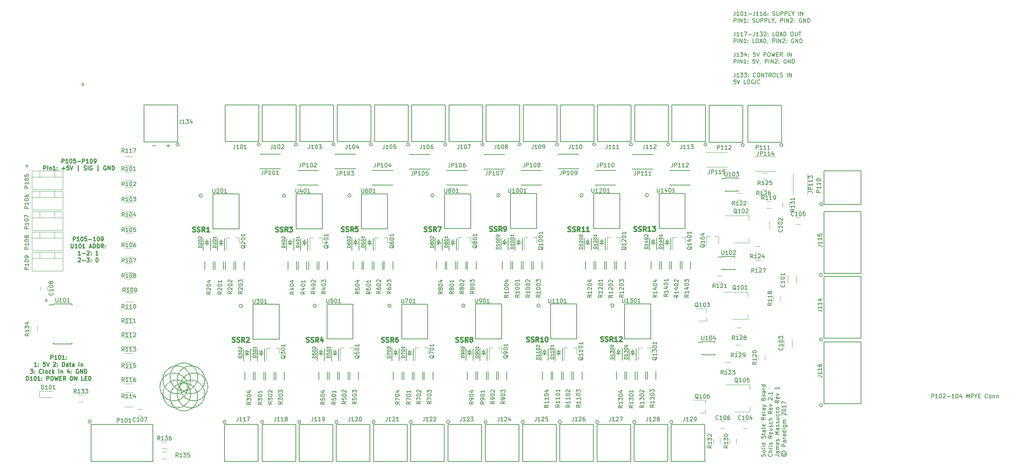
<source format=gbr>
G04 #@! TF.FileFunction,Legend,Top*
%FSLAX46Y46*%
G04 Gerber Fmt 4.6, Leading zero omitted, Abs format (unit mm)*
G04 Created by KiCad (PCBNEW 4.0.4-stable) date 07/11/17 17:44:20*
%MOMM*%
%LPD*%
G01*
G04 APERTURE LIST*
%ADD10C,0.100000*%
%ADD11C,0.200000*%
%ADD12C,0.250000*%
%ADD13C,0.300000*%
%ADD14C,0.120000*%
%ADD15C,0.150000*%
%ADD16C,0.010000*%
G04 APERTURE END LIST*
D10*
D11*
X226806095Y-73096381D02*
X226806095Y-72096381D01*
X227187048Y-72096381D01*
X227282286Y-72144000D01*
X227329905Y-72191619D01*
X227377524Y-72286857D01*
X227377524Y-72429714D01*
X227329905Y-72524952D01*
X227282286Y-72572571D01*
X227187048Y-72620190D01*
X226806095Y-72620190D01*
X228329905Y-73096381D02*
X227758476Y-73096381D01*
X228044190Y-73096381D02*
X228044190Y-72096381D01*
X227948952Y-72239238D01*
X227853714Y-72334476D01*
X227758476Y-72382095D01*
X228948952Y-72096381D02*
X229044191Y-72096381D01*
X229139429Y-72144000D01*
X229187048Y-72191619D01*
X229234667Y-72286857D01*
X229282286Y-72477333D01*
X229282286Y-72715429D01*
X229234667Y-72905905D01*
X229187048Y-73001143D01*
X229139429Y-73048762D01*
X229044191Y-73096381D01*
X228948952Y-73096381D01*
X228853714Y-73048762D01*
X228806095Y-73001143D01*
X228758476Y-72905905D01*
X228710857Y-72715429D01*
X228710857Y-72477333D01*
X228758476Y-72286857D01*
X228806095Y-72191619D01*
X228853714Y-72144000D01*
X228948952Y-72096381D01*
X229663238Y-72191619D02*
X229710857Y-72144000D01*
X229806095Y-72096381D01*
X230044191Y-72096381D01*
X230139429Y-72144000D01*
X230187048Y-72191619D01*
X230234667Y-72286857D01*
X230234667Y-72382095D01*
X230187048Y-72524952D01*
X229615619Y-73096381D01*
X230234667Y-73096381D01*
X230663238Y-72715429D02*
X231425143Y-72715429D01*
X232425143Y-73096381D02*
X231853714Y-73096381D01*
X232139428Y-73096381D02*
X232139428Y-72096381D01*
X232044190Y-72239238D01*
X231948952Y-72334476D01*
X231853714Y-72382095D01*
X233044190Y-72096381D02*
X233139429Y-72096381D01*
X233234667Y-72144000D01*
X233282286Y-72191619D01*
X233329905Y-72286857D01*
X233377524Y-72477333D01*
X233377524Y-72715429D01*
X233329905Y-72905905D01*
X233282286Y-73001143D01*
X233234667Y-73048762D01*
X233139429Y-73096381D01*
X233044190Y-73096381D01*
X232948952Y-73048762D01*
X232901333Y-73001143D01*
X232853714Y-72905905D01*
X232806095Y-72715429D01*
X232806095Y-72477333D01*
X232853714Y-72286857D01*
X232901333Y-72191619D01*
X232948952Y-72144000D01*
X233044190Y-72096381D01*
X234234667Y-72429714D02*
X234234667Y-73096381D01*
X233996571Y-72048762D02*
X233758476Y-72763048D01*
X234377524Y-72763048D01*
X235520381Y-73096381D02*
X235520381Y-72096381D01*
X235853715Y-72810667D01*
X236187048Y-72096381D01*
X236187048Y-73096381D01*
X236663238Y-73096381D02*
X236663238Y-72096381D01*
X237044191Y-72096381D01*
X237139429Y-72144000D01*
X237187048Y-72191619D01*
X237234667Y-72286857D01*
X237234667Y-72429714D01*
X237187048Y-72524952D01*
X237139429Y-72572571D01*
X237044191Y-72620190D01*
X236663238Y-72620190D01*
X237853714Y-72620190D02*
X237853714Y-73096381D01*
X237520381Y-72096381D02*
X237853714Y-72620190D01*
X238187048Y-72096381D01*
X238520381Y-72572571D02*
X238853715Y-72572571D01*
X238996572Y-73096381D02*
X238520381Y-73096381D01*
X238520381Y-72096381D01*
X238996572Y-72096381D01*
X240758477Y-73001143D02*
X240710858Y-73048762D01*
X240568001Y-73096381D01*
X240472763Y-73096381D01*
X240329905Y-73048762D01*
X240234667Y-72953524D01*
X240187048Y-72858286D01*
X240139429Y-72667810D01*
X240139429Y-72524952D01*
X240187048Y-72334476D01*
X240234667Y-72239238D01*
X240329905Y-72144000D01*
X240472763Y-72096381D01*
X240568001Y-72096381D01*
X240710858Y-72144000D01*
X240758477Y-72191619D01*
X241329905Y-73096381D02*
X241234667Y-73048762D01*
X241187048Y-73001143D01*
X241139429Y-72905905D01*
X241139429Y-72620190D01*
X241187048Y-72524952D01*
X241234667Y-72477333D01*
X241329905Y-72429714D01*
X241472763Y-72429714D01*
X241568001Y-72477333D01*
X241615620Y-72524952D01*
X241663239Y-72620190D01*
X241663239Y-72905905D01*
X241615620Y-73001143D01*
X241568001Y-73048762D01*
X241472763Y-73096381D01*
X241329905Y-73096381D01*
X242091810Y-72429714D02*
X242091810Y-73096381D01*
X242091810Y-72524952D02*
X242139429Y-72477333D01*
X242234667Y-72429714D01*
X242377525Y-72429714D01*
X242472763Y-72477333D01*
X242520382Y-72572571D01*
X242520382Y-73096381D01*
X242996572Y-72429714D02*
X242996572Y-73096381D01*
X242996572Y-72524952D02*
X243044191Y-72477333D01*
X243139429Y-72429714D01*
X243282287Y-72429714D01*
X243377525Y-72477333D01*
X243425144Y-72572571D01*
X243425144Y-73096381D01*
D12*
X7215429Y-63415381D02*
X7215429Y-62415381D01*
X7596382Y-62415381D01*
X7691620Y-62463000D01*
X7739239Y-62510619D01*
X7786858Y-62605857D01*
X7786858Y-62748714D01*
X7739239Y-62843952D01*
X7691620Y-62891571D01*
X7596382Y-62939190D01*
X7215429Y-62939190D01*
X8739239Y-63415381D02*
X8167810Y-63415381D01*
X8453524Y-63415381D02*
X8453524Y-62415381D01*
X8358286Y-62558238D01*
X8263048Y-62653476D01*
X8167810Y-62701095D01*
X9358286Y-62415381D02*
X9453525Y-62415381D01*
X9548763Y-62463000D01*
X9596382Y-62510619D01*
X9644001Y-62605857D01*
X9691620Y-62796333D01*
X9691620Y-63034429D01*
X9644001Y-63224905D01*
X9596382Y-63320143D01*
X9548763Y-63367762D01*
X9453525Y-63415381D01*
X9358286Y-63415381D01*
X9263048Y-63367762D01*
X9215429Y-63320143D01*
X9167810Y-63224905D01*
X9120191Y-63034429D01*
X9120191Y-62796333D01*
X9167810Y-62605857D01*
X9215429Y-62510619D01*
X9263048Y-62463000D01*
X9358286Y-62415381D01*
X10644001Y-63415381D02*
X10072572Y-63415381D01*
X10358286Y-63415381D02*
X10358286Y-62415381D01*
X10263048Y-62558238D01*
X10167810Y-62653476D01*
X10072572Y-62701095D01*
X11072572Y-63320143D02*
X11120191Y-63367762D01*
X11072572Y-63415381D01*
X11024953Y-63367762D01*
X11072572Y-63320143D01*
X11072572Y-63415381D01*
X11072572Y-62796333D02*
X11120191Y-62843952D01*
X11072572Y-62891571D01*
X11024953Y-62843952D01*
X11072572Y-62796333D01*
X11072572Y-62891571D01*
X3667810Y-65165381D02*
X3096381Y-65165381D01*
X3382095Y-65165381D02*
X3382095Y-64165381D01*
X3286857Y-64308238D01*
X3191619Y-64403476D01*
X3096381Y-64451095D01*
X4096381Y-65070143D02*
X4144000Y-65117762D01*
X4096381Y-65165381D01*
X4048762Y-65117762D01*
X4096381Y-65070143D01*
X4096381Y-65165381D01*
X4096381Y-64546333D02*
X4144000Y-64593952D01*
X4096381Y-64641571D01*
X4048762Y-64593952D01*
X4096381Y-64546333D01*
X4096381Y-64641571D01*
X5810667Y-64165381D02*
X5334476Y-64165381D01*
X5286857Y-64641571D01*
X5334476Y-64593952D01*
X5429714Y-64546333D01*
X5667810Y-64546333D01*
X5763048Y-64593952D01*
X5810667Y-64641571D01*
X5858286Y-64736810D01*
X5858286Y-64974905D01*
X5810667Y-65070143D01*
X5763048Y-65117762D01*
X5667810Y-65165381D01*
X5429714Y-65165381D01*
X5334476Y-65117762D01*
X5286857Y-65070143D01*
X6144000Y-64165381D02*
X6477333Y-65165381D01*
X6810667Y-64165381D01*
X7858286Y-64260619D02*
X7905905Y-64213000D01*
X8001143Y-64165381D01*
X8239239Y-64165381D01*
X8334477Y-64213000D01*
X8382096Y-64260619D01*
X8429715Y-64355857D01*
X8429715Y-64451095D01*
X8382096Y-64593952D01*
X7810667Y-65165381D01*
X8429715Y-65165381D01*
X8858286Y-65070143D02*
X8905905Y-65117762D01*
X8858286Y-65165381D01*
X8810667Y-65117762D01*
X8858286Y-65070143D01*
X8858286Y-65165381D01*
X8858286Y-64546333D02*
X8905905Y-64593952D01*
X8858286Y-64641571D01*
X8810667Y-64593952D01*
X8858286Y-64546333D01*
X8858286Y-64641571D01*
X10096381Y-65165381D02*
X10096381Y-64165381D01*
X10334476Y-64165381D01*
X10477334Y-64213000D01*
X10572572Y-64308238D01*
X10620191Y-64403476D01*
X10667810Y-64593952D01*
X10667810Y-64736810D01*
X10620191Y-64927286D01*
X10572572Y-65022524D01*
X10477334Y-65117762D01*
X10334476Y-65165381D01*
X10096381Y-65165381D01*
X11524953Y-65165381D02*
X11524953Y-64641571D01*
X11477334Y-64546333D01*
X11382096Y-64498714D01*
X11191619Y-64498714D01*
X11096381Y-64546333D01*
X11524953Y-65117762D02*
X11429715Y-65165381D01*
X11191619Y-65165381D01*
X11096381Y-65117762D01*
X11048762Y-65022524D01*
X11048762Y-64927286D01*
X11096381Y-64832048D01*
X11191619Y-64784429D01*
X11429715Y-64784429D01*
X11524953Y-64736810D01*
X11858286Y-64498714D02*
X12239238Y-64498714D01*
X12001143Y-64165381D02*
X12001143Y-65022524D01*
X12048762Y-65117762D01*
X12144000Y-65165381D01*
X12239238Y-65165381D01*
X13001144Y-65165381D02*
X13001144Y-64641571D01*
X12953525Y-64546333D01*
X12858287Y-64498714D01*
X12667810Y-64498714D01*
X12572572Y-64546333D01*
X13001144Y-65117762D02*
X12905906Y-65165381D01*
X12667810Y-65165381D01*
X12572572Y-65117762D01*
X12524953Y-65022524D01*
X12524953Y-64927286D01*
X12572572Y-64832048D01*
X12667810Y-64784429D01*
X12905906Y-64784429D01*
X13001144Y-64736810D01*
X14239239Y-65165381D02*
X14239239Y-64498714D01*
X14239239Y-64165381D02*
X14191620Y-64213000D01*
X14239239Y-64260619D01*
X14286858Y-64213000D01*
X14239239Y-64165381D01*
X14239239Y-64260619D01*
X14715429Y-64498714D02*
X14715429Y-65165381D01*
X14715429Y-64593952D02*
X14763048Y-64546333D01*
X14858286Y-64498714D01*
X15001144Y-64498714D01*
X15096382Y-64546333D01*
X15144001Y-64641571D01*
X15144001Y-65165381D01*
X2072571Y-65915381D02*
X2691619Y-65915381D01*
X2358285Y-66296333D01*
X2501143Y-66296333D01*
X2596381Y-66343952D01*
X2644000Y-66391571D01*
X2691619Y-66486810D01*
X2691619Y-66724905D01*
X2644000Y-66820143D01*
X2596381Y-66867762D01*
X2501143Y-66915381D01*
X2215428Y-66915381D01*
X2120190Y-66867762D01*
X2072571Y-66820143D01*
X3120190Y-66820143D02*
X3167809Y-66867762D01*
X3120190Y-66915381D01*
X3072571Y-66867762D01*
X3120190Y-66820143D01*
X3120190Y-66915381D01*
X3120190Y-66296333D02*
X3167809Y-66343952D01*
X3120190Y-66391571D01*
X3072571Y-66343952D01*
X3120190Y-66296333D01*
X3120190Y-66391571D01*
X4929714Y-66820143D02*
X4882095Y-66867762D01*
X4739238Y-66915381D01*
X4644000Y-66915381D01*
X4501142Y-66867762D01*
X4405904Y-66772524D01*
X4358285Y-66677286D01*
X4310666Y-66486810D01*
X4310666Y-66343952D01*
X4358285Y-66153476D01*
X4405904Y-66058238D01*
X4501142Y-65963000D01*
X4644000Y-65915381D01*
X4739238Y-65915381D01*
X4882095Y-65963000D01*
X4929714Y-66010619D01*
X5501142Y-66915381D02*
X5405904Y-66867762D01*
X5358285Y-66772524D01*
X5358285Y-65915381D01*
X6024952Y-66915381D02*
X5929714Y-66867762D01*
X5882095Y-66820143D01*
X5834476Y-66724905D01*
X5834476Y-66439190D01*
X5882095Y-66343952D01*
X5929714Y-66296333D01*
X6024952Y-66248714D01*
X6167810Y-66248714D01*
X6263048Y-66296333D01*
X6310667Y-66343952D01*
X6358286Y-66439190D01*
X6358286Y-66724905D01*
X6310667Y-66820143D01*
X6263048Y-66867762D01*
X6167810Y-66915381D01*
X6024952Y-66915381D01*
X7215429Y-66867762D02*
X7120191Y-66915381D01*
X6929714Y-66915381D01*
X6834476Y-66867762D01*
X6786857Y-66820143D01*
X6739238Y-66724905D01*
X6739238Y-66439190D01*
X6786857Y-66343952D01*
X6834476Y-66296333D01*
X6929714Y-66248714D01*
X7120191Y-66248714D01*
X7215429Y-66296333D01*
X7644000Y-66915381D02*
X7644000Y-65915381D01*
X7739238Y-66534429D02*
X8024953Y-66915381D01*
X8024953Y-66248714D02*
X7644000Y-66629667D01*
X9215429Y-66915381D02*
X9215429Y-66248714D01*
X9215429Y-65915381D02*
X9167810Y-65963000D01*
X9215429Y-66010619D01*
X9263048Y-65963000D01*
X9215429Y-65915381D01*
X9215429Y-66010619D01*
X9691619Y-66248714D02*
X9691619Y-66915381D01*
X9691619Y-66343952D02*
X9739238Y-66296333D01*
X9834476Y-66248714D01*
X9977334Y-66248714D01*
X10072572Y-66296333D01*
X10120191Y-66391571D01*
X10120191Y-66915381D01*
X11786858Y-66248714D02*
X11786858Y-66915381D01*
X11548762Y-65867762D02*
X11310667Y-66582048D01*
X11929715Y-66582048D01*
X12310667Y-66820143D02*
X12358286Y-66867762D01*
X12310667Y-66915381D01*
X12263048Y-66867762D01*
X12310667Y-66820143D01*
X12310667Y-66915381D01*
X12310667Y-66296333D02*
X12358286Y-66343952D01*
X12310667Y-66391571D01*
X12263048Y-66343952D01*
X12310667Y-66296333D01*
X12310667Y-66391571D01*
X14072572Y-65963000D02*
X13977334Y-65915381D01*
X13834477Y-65915381D01*
X13691619Y-65963000D01*
X13596381Y-66058238D01*
X13548762Y-66153476D01*
X13501143Y-66343952D01*
X13501143Y-66486810D01*
X13548762Y-66677286D01*
X13596381Y-66772524D01*
X13691619Y-66867762D01*
X13834477Y-66915381D01*
X13929715Y-66915381D01*
X14072572Y-66867762D01*
X14120191Y-66820143D01*
X14120191Y-66486810D01*
X13929715Y-66486810D01*
X14548762Y-66915381D02*
X14548762Y-65915381D01*
X15120191Y-66915381D01*
X15120191Y-65915381D01*
X15596381Y-66915381D02*
X15596381Y-65915381D01*
X15834476Y-65915381D01*
X15977334Y-65963000D01*
X16072572Y-66058238D01*
X16120191Y-66153476D01*
X16167810Y-66343952D01*
X16167810Y-66486810D01*
X16120191Y-66677286D01*
X16072572Y-66772524D01*
X15977334Y-66867762D01*
X15834476Y-66915381D01*
X15596381Y-66915381D01*
X1120190Y-68665381D02*
X1120190Y-67665381D01*
X1358285Y-67665381D01*
X1501143Y-67713000D01*
X1596381Y-67808238D01*
X1644000Y-67903476D01*
X1691619Y-68093952D01*
X1691619Y-68236810D01*
X1644000Y-68427286D01*
X1596381Y-68522524D01*
X1501143Y-68617762D01*
X1358285Y-68665381D01*
X1120190Y-68665381D01*
X2644000Y-68665381D02*
X2072571Y-68665381D01*
X2358285Y-68665381D02*
X2358285Y-67665381D01*
X2263047Y-67808238D01*
X2167809Y-67903476D01*
X2072571Y-67951095D01*
X3263047Y-67665381D02*
X3358286Y-67665381D01*
X3453524Y-67713000D01*
X3501143Y-67760619D01*
X3548762Y-67855857D01*
X3596381Y-68046333D01*
X3596381Y-68284429D01*
X3548762Y-68474905D01*
X3501143Y-68570143D01*
X3453524Y-68617762D01*
X3358286Y-68665381D01*
X3263047Y-68665381D01*
X3167809Y-68617762D01*
X3120190Y-68570143D01*
X3072571Y-68474905D01*
X3024952Y-68284429D01*
X3024952Y-68046333D01*
X3072571Y-67855857D01*
X3120190Y-67760619D01*
X3167809Y-67713000D01*
X3263047Y-67665381D01*
X4548762Y-68665381D02*
X3977333Y-68665381D01*
X4263047Y-68665381D02*
X4263047Y-67665381D01*
X4167809Y-67808238D01*
X4072571Y-67903476D01*
X3977333Y-67951095D01*
X4977333Y-68570143D02*
X5024952Y-68617762D01*
X4977333Y-68665381D01*
X4929714Y-68617762D01*
X4977333Y-68570143D01*
X4977333Y-68665381D01*
X4977333Y-68046333D02*
X5024952Y-68093952D01*
X4977333Y-68141571D01*
X4929714Y-68093952D01*
X4977333Y-68046333D01*
X4977333Y-68141571D01*
X6215428Y-68665381D02*
X6215428Y-67665381D01*
X6596381Y-67665381D01*
X6691619Y-67713000D01*
X6739238Y-67760619D01*
X6786857Y-67855857D01*
X6786857Y-67998714D01*
X6739238Y-68093952D01*
X6691619Y-68141571D01*
X6596381Y-68189190D01*
X6215428Y-68189190D01*
X7405904Y-67665381D02*
X7596381Y-67665381D01*
X7691619Y-67713000D01*
X7786857Y-67808238D01*
X7834476Y-67998714D01*
X7834476Y-68332048D01*
X7786857Y-68522524D01*
X7691619Y-68617762D01*
X7596381Y-68665381D01*
X7405904Y-68665381D01*
X7310666Y-68617762D01*
X7215428Y-68522524D01*
X7167809Y-68332048D01*
X7167809Y-67998714D01*
X7215428Y-67808238D01*
X7310666Y-67713000D01*
X7405904Y-67665381D01*
X8167809Y-67665381D02*
X8405904Y-68665381D01*
X8596381Y-67951095D01*
X8786857Y-68665381D01*
X9024952Y-67665381D01*
X9405904Y-68141571D02*
X9739238Y-68141571D01*
X9882095Y-68665381D02*
X9405904Y-68665381D01*
X9405904Y-67665381D01*
X9882095Y-67665381D01*
X10882095Y-68665381D02*
X10548761Y-68189190D01*
X10310666Y-68665381D02*
X10310666Y-67665381D01*
X10691619Y-67665381D01*
X10786857Y-67713000D01*
X10834476Y-67760619D01*
X10882095Y-67855857D01*
X10882095Y-67998714D01*
X10834476Y-68093952D01*
X10786857Y-68141571D01*
X10691619Y-68189190D01*
X10310666Y-68189190D01*
X12263047Y-67665381D02*
X12453524Y-67665381D01*
X12548762Y-67713000D01*
X12644000Y-67808238D01*
X12691619Y-67998714D01*
X12691619Y-68332048D01*
X12644000Y-68522524D01*
X12548762Y-68617762D01*
X12453524Y-68665381D01*
X12263047Y-68665381D01*
X12167809Y-68617762D01*
X12072571Y-68522524D01*
X12024952Y-68332048D01*
X12024952Y-67998714D01*
X12072571Y-67808238D01*
X12167809Y-67713000D01*
X12263047Y-67665381D01*
X13120190Y-68665381D02*
X13120190Y-67665381D01*
X13691619Y-68665381D01*
X13691619Y-67665381D01*
X15405905Y-68665381D02*
X14929714Y-68665381D01*
X14929714Y-67665381D01*
X15739238Y-68141571D02*
X16072572Y-68141571D01*
X16215429Y-68665381D02*
X15739238Y-68665381D01*
X15739238Y-67665381D01*
X16215429Y-67665381D01*
X16644000Y-68665381D02*
X16644000Y-67665381D01*
X16882095Y-67665381D01*
X17024953Y-67713000D01*
X17120191Y-67808238D01*
X17167810Y-67903476D01*
X17215429Y-68093952D01*
X17215429Y-68236810D01*
X17167810Y-68427286D01*
X17120191Y-68522524D01*
X17024953Y-68617762D01*
X16882095Y-68665381D01*
X16644000Y-68665381D01*
D11*
X15495469Y5080000D02*
G75*
G03X15495469Y5080000I-255469J0D01*
G01*
X1525469Y-15240000D02*
G75*
G03X1525469Y-15240000I-255469J0D01*
G01*
X6351469Y-48768000D02*
G75*
G03X6351469Y-48768000I-255469J0D01*
G01*
D12*
X12771905Y-33895381D02*
X12771905Y-32895381D01*
X13152858Y-32895381D01*
X13248096Y-32943000D01*
X13295715Y-32990619D01*
X13343334Y-33085857D01*
X13343334Y-33228714D01*
X13295715Y-33323952D01*
X13248096Y-33371571D01*
X13152858Y-33419190D01*
X12771905Y-33419190D01*
X14295715Y-33895381D02*
X13724286Y-33895381D01*
X14010000Y-33895381D02*
X14010000Y-32895381D01*
X13914762Y-33038238D01*
X13819524Y-33133476D01*
X13724286Y-33181095D01*
X14914762Y-32895381D02*
X15010001Y-32895381D01*
X15105239Y-32943000D01*
X15152858Y-32990619D01*
X15200477Y-33085857D01*
X15248096Y-33276333D01*
X15248096Y-33514429D01*
X15200477Y-33704905D01*
X15152858Y-33800143D01*
X15105239Y-33847762D01*
X15010001Y-33895381D01*
X14914762Y-33895381D01*
X14819524Y-33847762D01*
X14771905Y-33800143D01*
X14724286Y-33704905D01*
X14676667Y-33514429D01*
X14676667Y-33276333D01*
X14724286Y-33085857D01*
X14771905Y-32990619D01*
X14819524Y-32943000D01*
X14914762Y-32895381D01*
X16152858Y-32895381D02*
X15676667Y-32895381D01*
X15629048Y-33371571D01*
X15676667Y-33323952D01*
X15771905Y-33276333D01*
X16010001Y-33276333D01*
X16105239Y-33323952D01*
X16152858Y-33371571D01*
X16200477Y-33466810D01*
X16200477Y-33704905D01*
X16152858Y-33800143D01*
X16105239Y-33847762D01*
X16010001Y-33895381D01*
X15771905Y-33895381D01*
X15676667Y-33847762D01*
X15629048Y-33800143D01*
X16629048Y-33514429D02*
X17390953Y-33514429D01*
X18390953Y-33895381D02*
X17819524Y-33895381D01*
X18105238Y-33895381D02*
X18105238Y-32895381D01*
X18010000Y-33038238D01*
X17914762Y-33133476D01*
X17819524Y-33181095D01*
X19010000Y-32895381D02*
X19105239Y-32895381D01*
X19200477Y-32943000D01*
X19248096Y-32990619D01*
X19295715Y-33085857D01*
X19343334Y-33276333D01*
X19343334Y-33514429D01*
X19295715Y-33704905D01*
X19248096Y-33800143D01*
X19200477Y-33847762D01*
X19105239Y-33895381D01*
X19010000Y-33895381D01*
X18914762Y-33847762D01*
X18867143Y-33800143D01*
X18819524Y-33704905D01*
X18771905Y-33514429D01*
X18771905Y-33276333D01*
X18819524Y-33085857D01*
X18867143Y-32990619D01*
X18914762Y-32943000D01*
X19010000Y-32895381D01*
X19819524Y-33895381D02*
X20010000Y-33895381D01*
X20105239Y-33847762D01*
X20152858Y-33800143D01*
X20248096Y-33657286D01*
X20295715Y-33466810D01*
X20295715Y-33085857D01*
X20248096Y-32990619D01*
X20200477Y-32943000D01*
X20105239Y-32895381D01*
X19914762Y-32895381D01*
X19819524Y-32943000D01*
X19771905Y-32990619D01*
X19724286Y-33085857D01*
X19724286Y-33323952D01*
X19771905Y-33419190D01*
X19819524Y-33466810D01*
X19914762Y-33514429D01*
X20105239Y-33514429D01*
X20200477Y-33466810D01*
X20248096Y-33419190D01*
X20295715Y-33323952D01*
X12248095Y-34645381D02*
X12248095Y-35454905D01*
X12295714Y-35550143D01*
X12343333Y-35597762D01*
X12438571Y-35645381D01*
X12629048Y-35645381D01*
X12724286Y-35597762D01*
X12771905Y-35550143D01*
X12819524Y-35454905D01*
X12819524Y-34645381D01*
X13819524Y-35645381D02*
X13248095Y-35645381D01*
X13533809Y-35645381D02*
X13533809Y-34645381D01*
X13438571Y-34788238D01*
X13343333Y-34883476D01*
X13248095Y-34931095D01*
X14438571Y-34645381D02*
X14533810Y-34645381D01*
X14629048Y-34693000D01*
X14676667Y-34740619D01*
X14724286Y-34835857D01*
X14771905Y-35026333D01*
X14771905Y-35264429D01*
X14724286Y-35454905D01*
X14676667Y-35550143D01*
X14629048Y-35597762D01*
X14533810Y-35645381D01*
X14438571Y-35645381D01*
X14343333Y-35597762D01*
X14295714Y-35550143D01*
X14248095Y-35454905D01*
X14200476Y-35264429D01*
X14200476Y-35026333D01*
X14248095Y-34835857D01*
X14295714Y-34740619D01*
X14343333Y-34693000D01*
X14438571Y-34645381D01*
X15724286Y-35645381D02*
X15152857Y-35645381D01*
X15438571Y-35645381D02*
X15438571Y-34645381D01*
X15343333Y-34788238D01*
X15248095Y-34883476D01*
X15152857Y-34931095D01*
X16867143Y-35359667D02*
X17343334Y-35359667D01*
X16771905Y-35645381D02*
X17105238Y-34645381D01*
X17438572Y-35645381D01*
X17771905Y-35645381D02*
X17771905Y-34645381D01*
X18010000Y-34645381D01*
X18152858Y-34693000D01*
X18248096Y-34788238D01*
X18295715Y-34883476D01*
X18343334Y-35073952D01*
X18343334Y-35216810D01*
X18295715Y-35407286D01*
X18248096Y-35502524D01*
X18152858Y-35597762D01*
X18010000Y-35645381D01*
X17771905Y-35645381D01*
X18771905Y-35645381D02*
X18771905Y-34645381D01*
X19010000Y-34645381D01*
X19152858Y-34693000D01*
X19248096Y-34788238D01*
X19295715Y-34883476D01*
X19343334Y-35073952D01*
X19343334Y-35216810D01*
X19295715Y-35407286D01*
X19248096Y-35502524D01*
X19152858Y-35597762D01*
X19010000Y-35645381D01*
X18771905Y-35645381D01*
X20343334Y-35645381D02*
X20010000Y-35169190D01*
X19771905Y-35645381D02*
X19771905Y-34645381D01*
X20152858Y-34645381D01*
X20248096Y-34693000D01*
X20295715Y-34740619D01*
X20343334Y-34835857D01*
X20343334Y-34978714D01*
X20295715Y-35073952D01*
X20248096Y-35121571D01*
X20152858Y-35169190D01*
X19771905Y-35169190D01*
X20771905Y-35550143D02*
X20819524Y-35597762D01*
X20771905Y-35645381D01*
X20724286Y-35597762D01*
X20771905Y-35550143D01*
X20771905Y-35645381D01*
X20771905Y-35026333D02*
X20819524Y-35073952D01*
X20771905Y-35121571D01*
X20724286Y-35073952D01*
X20771905Y-35026333D01*
X20771905Y-35121571D01*
X14605239Y-37395381D02*
X14033810Y-37395381D01*
X14319524Y-37395381D02*
X14319524Y-36395381D01*
X14224286Y-36538238D01*
X14129048Y-36633476D01*
X14033810Y-36681095D01*
X15033810Y-37014429D02*
X15795715Y-37014429D01*
X16224286Y-36490619D02*
X16271905Y-36443000D01*
X16367143Y-36395381D01*
X16605239Y-36395381D01*
X16700477Y-36443000D01*
X16748096Y-36490619D01*
X16795715Y-36585857D01*
X16795715Y-36681095D01*
X16748096Y-36823952D01*
X16176667Y-37395381D01*
X16795715Y-37395381D01*
X17224286Y-37300143D02*
X17271905Y-37347762D01*
X17224286Y-37395381D01*
X17176667Y-37347762D01*
X17224286Y-37300143D01*
X17224286Y-37395381D01*
X17224286Y-36776333D02*
X17271905Y-36823952D01*
X17224286Y-36871571D01*
X17176667Y-36823952D01*
X17224286Y-36776333D01*
X17224286Y-36871571D01*
X18986191Y-37395381D02*
X18414762Y-37395381D01*
X18700476Y-37395381D02*
X18700476Y-36395381D01*
X18605238Y-36538238D01*
X18510000Y-36633476D01*
X18414762Y-36681095D01*
X14033810Y-38240619D02*
X14081429Y-38193000D01*
X14176667Y-38145381D01*
X14414763Y-38145381D01*
X14510001Y-38193000D01*
X14557620Y-38240619D01*
X14605239Y-38335857D01*
X14605239Y-38431095D01*
X14557620Y-38573952D01*
X13986191Y-39145381D01*
X14605239Y-39145381D01*
X15033810Y-38764429D02*
X15795715Y-38764429D01*
X16176667Y-38145381D02*
X16795715Y-38145381D01*
X16462381Y-38526333D01*
X16605239Y-38526333D01*
X16700477Y-38573952D01*
X16748096Y-38621571D01*
X16795715Y-38716810D01*
X16795715Y-38954905D01*
X16748096Y-39050143D01*
X16700477Y-39097762D01*
X16605239Y-39145381D01*
X16319524Y-39145381D01*
X16224286Y-39097762D01*
X16176667Y-39050143D01*
X17224286Y-39050143D02*
X17271905Y-39097762D01*
X17224286Y-39145381D01*
X17176667Y-39097762D01*
X17224286Y-39050143D01*
X17224286Y-39145381D01*
X17224286Y-38526333D02*
X17271905Y-38573952D01*
X17224286Y-38621571D01*
X17176667Y-38573952D01*
X17224286Y-38526333D01*
X17224286Y-38621571D01*
X18652857Y-38145381D02*
X18748096Y-38145381D01*
X18843334Y-38193000D01*
X18890953Y-38240619D01*
X18938572Y-38335857D01*
X18986191Y-38526333D01*
X18986191Y-38764429D01*
X18938572Y-38954905D01*
X18890953Y-39050143D01*
X18843334Y-39097762D01*
X18748096Y-39145381D01*
X18652857Y-39145381D01*
X18557619Y-39097762D01*
X18510000Y-39050143D01*
X18462381Y-38954905D01*
X18414762Y-38764429D01*
X18414762Y-38526333D01*
X18462381Y-38335857D01*
X18510000Y-38240619D01*
X18557619Y-38193000D01*
X18652857Y-38145381D01*
X9985905Y-14450381D02*
X9985905Y-13450381D01*
X10366858Y-13450381D01*
X10462096Y-13498000D01*
X10509715Y-13545619D01*
X10557334Y-13640857D01*
X10557334Y-13783714D01*
X10509715Y-13878952D01*
X10462096Y-13926571D01*
X10366858Y-13974190D01*
X9985905Y-13974190D01*
X11509715Y-14450381D02*
X10938286Y-14450381D01*
X11224000Y-14450381D02*
X11224000Y-13450381D01*
X11128762Y-13593238D01*
X11033524Y-13688476D01*
X10938286Y-13736095D01*
X12128762Y-13450381D02*
X12224001Y-13450381D01*
X12319239Y-13498000D01*
X12366858Y-13545619D01*
X12414477Y-13640857D01*
X12462096Y-13831333D01*
X12462096Y-14069429D01*
X12414477Y-14259905D01*
X12366858Y-14355143D01*
X12319239Y-14402762D01*
X12224001Y-14450381D01*
X12128762Y-14450381D01*
X12033524Y-14402762D01*
X11985905Y-14355143D01*
X11938286Y-14259905D01*
X11890667Y-14069429D01*
X11890667Y-13831333D01*
X11938286Y-13640857D01*
X11985905Y-13545619D01*
X12033524Y-13498000D01*
X12128762Y-13450381D01*
X13366858Y-13450381D02*
X12890667Y-13450381D01*
X12843048Y-13926571D01*
X12890667Y-13878952D01*
X12985905Y-13831333D01*
X13224001Y-13831333D01*
X13319239Y-13878952D01*
X13366858Y-13926571D01*
X13414477Y-14021810D01*
X13414477Y-14259905D01*
X13366858Y-14355143D01*
X13319239Y-14402762D01*
X13224001Y-14450381D01*
X12985905Y-14450381D01*
X12890667Y-14402762D01*
X12843048Y-14355143D01*
X13843048Y-14069429D02*
X14604953Y-14069429D01*
X15081143Y-14450381D02*
X15081143Y-13450381D01*
X15462096Y-13450381D01*
X15557334Y-13498000D01*
X15604953Y-13545619D01*
X15652572Y-13640857D01*
X15652572Y-13783714D01*
X15604953Y-13878952D01*
X15557334Y-13926571D01*
X15462096Y-13974190D01*
X15081143Y-13974190D01*
X16604953Y-14450381D02*
X16033524Y-14450381D01*
X16319238Y-14450381D02*
X16319238Y-13450381D01*
X16224000Y-13593238D01*
X16128762Y-13688476D01*
X16033524Y-13736095D01*
X17224000Y-13450381D02*
X17319239Y-13450381D01*
X17414477Y-13498000D01*
X17462096Y-13545619D01*
X17509715Y-13640857D01*
X17557334Y-13831333D01*
X17557334Y-14069429D01*
X17509715Y-14259905D01*
X17462096Y-14355143D01*
X17414477Y-14402762D01*
X17319239Y-14450381D01*
X17224000Y-14450381D01*
X17128762Y-14402762D01*
X17081143Y-14355143D01*
X17033524Y-14259905D01*
X16985905Y-14069429D01*
X16985905Y-13831333D01*
X17033524Y-13640857D01*
X17081143Y-13545619D01*
X17128762Y-13498000D01*
X17224000Y-13450381D01*
X18033524Y-14450381D02*
X18224000Y-14450381D01*
X18319239Y-14402762D01*
X18366858Y-14355143D01*
X18462096Y-14212286D01*
X18509715Y-14021810D01*
X18509715Y-13640857D01*
X18462096Y-13545619D01*
X18414477Y-13498000D01*
X18319239Y-13450381D01*
X18128762Y-13450381D01*
X18033524Y-13498000D01*
X17985905Y-13545619D01*
X17938286Y-13640857D01*
X17938286Y-13878952D01*
X17985905Y-13974190D01*
X18033524Y-14021810D01*
X18128762Y-14069429D01*
X18319239Y-14069429D01*
X18414477Y-14021810D01*
X18462096Y-13974190D01*
X18509715Y-13878952D01*
X5438286Y-16200381D02*
X5438286Y-15200381D01*
X5819239Y-15200381D01*
X5914477Y-15248000D01*
X5962096Y-15295619D01*
X6009715Y-15390857D01*
X6009715Y-15533714D01*
X5962096Y-15628952D01*
X5914477Y-15676571D01*
X5819239Y-15724190D01*
X5438286Y-15724190D01*
X6438286Y-16200381D02*
X6438286Y-15533714D01*
X6438286Y-15200381D02*
X6390667Y-15248000D01*
X6438286Y-15295619D01*
X6485905Y-15248000D01*
X6438286Y-15200381D01*
X6438286Y-15295619D01*
X6914476Y-15533714D02*
X6914476Y-16200381D01*
X6914476Y-15628952D02*
X6962095Y-15581333D01*
X7057333Y-15533714D01*
X7200191Y-15533714D01*
X7295429Y-15581333D01*
X7343048Y-15676571D01*
X7343048Y-16200381D01*
X8343048Y-16200381D02*
X7771619Y-16200381D01*
X8057333Y-16200381D02*
X8057333Y-15200381D01*
X7962095Y-15343238D01*
X7866857Y-15438476D01*
X7771619Y-15486095D01*
X8771619Y-16105143D02*
X8819238Y-16152762D01*
X8771619Y-16200381D01*
X8724000Y-16152762D01*
X8771619Y-16105143D01*
X8771619Y-16200381D01*
X8771619Y-15581333D02*
X8819238Y-15628952D01*
X8771619Y-15676571D01*
X8724000Y-15628952D01*
X8771619Y-15581333D01*
X8771619Y-15676571D01*
X10009714Y-15819429D02*
X10771619Y-15819429D01*
X10390667Y-16200381D02*
X10390667Y-15438476D01*
X11724000Y-15200381D02*
X11247809Y-15200381D01*
X11200190Y-15676571D01*
X11247809Y-15628952D01*
X11343047Y-15581333D01*
X11581143Y-15581333D01*
X11676381Y-15628952D01*
X11724000Y-15676571D01*
X11771619Y-15771810D01*
X11771619Y-16009905D01*
X11724000Y-16105143D01*
X11676381Y-16152762D01*
X11581143Y-16200381D01*
X11343047Y-16200381D01*
X11247809Y-16152762D01*
X11200190Y-16105143D01*
X12057333Y-15200381D02*
X12390666Y-16200381D01*
X12724000Y-15200381D01*
X14057333Y-16533714D02*
X14057333Y-15105143D01*
X15485905Y-16152762D02*
X15628762Y-16200381D01*
X15866858Y-16200381D01*
X15962096Y-16152762D01*
X16009715Y-16105143D01*
X16057334Y-16009905D01*
X16057334Y-15914667D01*
X16009715Y-15819429D01*
X15962096Y-15771810D01*
X15866858Y-15724190D01*
X15676381Y-15676571D01*
X15581143Y-15628952D01*
X15533524Y-15581333D01*
X15485905Y-15486095D01*
X15485905Y-15390857D01*
X15533524Y-15295619D01*
X15581143Y-15248000D01*
X15676381Y-15200381D01*
X15914477Y-15200381D01*
X16057334Y-15248000D01*
X16485905Y-16200381D02*
X16485905Y-15200381D01*
X17485905Y-15248000D02*
X17390667Y-15200381D01*
X17247810Y-15200381D01*
X17104952Y-15248000D01*
X17009714Y-15343238D01*
X16962095Y-15438476D01*
X16914476Y-15628952D01*
X16914476Y-15771810D01*
X16962095Y-15962286D01*
X17009714Y-16057524D01*
X17104952Y-16152762D01*
X17247810Y-16200381D01*
X17343048Y-16200381D01*
X17485905Y-16152762D01*
X17533524Y-16105143D01*
X17533524Y-15771810D01*
X17343048Y-15771810D01*
X18962095Y-16533714D02*
X18962095Y-15105143D01*
X20962096Y-15248000D02*
X20866858Y-15200381D01*
X20724001Y-15200381D01*
X20581143Y-15248000D01*
X20485905Y-15343238D01*
X20438286Y-15438476D01*
X20390667Y-15628952D01*
X20390667Y-15771810D01*
X20438286Y-15962286D01*
X20485905Y-16057524D01*
X20581143Y-16152762D01*
X20724001Y-16200381D01*
X20819239Y-16200381D01*
X20962096Y-16152762D01*
X21009715Y-16105143D01*
X21009715Y-15771810D01*
X20819239Y-15771810D01*
X21438286Y-16200381D02*
X21438286Y-15200381D01*
X22009715Y-16200381D01*
X22009715Y-15200381D01*
X22485905Y-16200381D02*
X22485905Y-15200381D01*
X22724000Y-15200381D01*
X22866858Y-15248000D01*
X22962096Y-15343238D01*
X23009715Y-15438476D01*
X23057334Y-15628952D01*
X23057334Y-15771810D01*
X23009715Y-15962286D01*
X22962096Y-16057524D01*
X22866858Y-16152762D01*
X22724000Y-16200381D01*
X22485905Y-16200381D01*
D13*
X152628571Y-31485714D02*
X152800000Y-31542857D01*
X153085714Y-31542857D01*
X153200000Y-31485714D01*
X153257143Y-31428571D01*
X153314286Y-31314286D01*
X153314286Y-31200000D01*
X153257143Y-31085714D01*
X153200000Y-31028571D01*
X153085714Y-30971429D01*
X152857143Y-30914286D01*
X152742857Y-30857143D01*
X152685714Y-30800000D01*
X152628571Y-30685714D01*
X152628571Y-30571429D01*
X152685714Y-30457143D01*
X152742857Y-30400000D01*
X152857143Y-30342857D01*
X153142857Y-30342857D01*
X153314286Y-30400000D01*
X153771428Y-31485714D02*
X153942857Y-31542857D01*
X154228571Y-31542857D01*
X154342857Y-31485714D01*
X154400000Y-31428571D01*
X154457143Y-31314286D01*
X154457143Y-31200000D01*
X154400000Y-31085714D01*
X154342857Y-31028571D01*
X154228571Y-30971429D01*
X154000000Y-30914286D01*
X153885714Y-30857143D01*
X153828571Y-30800000D01*
X153771428Y-30685714D01*
X153771428Y-30571429D01*
X153828571Y-30457143D01*
X153885714Y-30400000D01*
X154000000Y-30342857D01*
X154285714Y-30342857D01*
X154457143Y-30400000D01*
X155657143Y-31542857D02*
X155257143Y-30971429D01*
X154971428Y-31542857D02*
X154971428Y-30342857D01*
X155428571Y-30342857D01*
X155542857Y-30400000D01*
X155600000Y-30457143D01*
X155657143Y-30571429D01*
X155657143Y-30742857D01*
X155600000Y-30857143D01*
X155542857Y-30914286D01*
X155428571Y-30971429D01*
X154971428Y-30971429D01*
X156800000Y-31542857D02*
X156114285Y-31542857D01*
X156457143Y-31542857D02*
X156457143Y-30342857D01*
X156342857Y-30514286D01*
X156228571Y-30628571D01*
X156114285Y-30685714D01*
X157200000Y-30342857D02*
X157942857Y-30342857D01*
X157542857Y-30800000D01*
X157714285Y-30800000D01*
X157828571Y-30857143D01*
X157885714Y-30914286D01*
X157942857Y-31028571D01*
X157942857Y-31314286D01*
X157885714Y-31428571D01*
X157828571Y-31485714D01*
X157714285Y-31542857D01*
X157371428Y-31542857D01*
X157257142Y-31485714D01*
X157200000Y-31428571D01*
X144328571Y-58975714D02*
X144500000Y-59032857D01*
X144785714Y-59032857D01*
X144900000Y-58975714D01*
X144957143Y-58918571D01*
X145014286Y-58804286D01*
X145014286Y-58690000D01*
X144957143Y-58575714D01*
X144900000Y-58518571D01*
X144785714Y-58461429D01*
X144557143Y-58404286D01*
X144442857Y-58347143D01*
X144385714Y-58290000D01*
X144328571Y-58175714D01*
X144328571Y-58061429D01*
X144385714Y-57947143D01*
X144442857Y-57890000D01*
X144557143Y-57832857D01*
X144842857Y-57832857D01*
X145014286Y-57890000D01*
X145471428Y-58975714D02*
X145642857Y-59032857D01*
X145928571Y-59032857D01*
X146042857Y-58975714D01*
X146100000Y-58918571D01*
X146157143Y-58804286D01*
X146157143Y-58690000D01*
X146100000Y-58575714D01*
X146042857Y-58518571D01*
X145928571Y-58461429D01*
X145700000Y-58404286D01*
X145585714Y-58347143D01*
X145528571Y-58290000D01*
X145471428Y-58175714D01*
X145471428Y-58061429D01*
X145528571Y-57947143D01*
X145585714Y-57890000D01*
X145700000Y-57832857D01*
X145985714Y-57832857D01*
X146157143Y-57890000D01*
X147357143Y-59032857D02*
X146957143Y-58461429D01*
X146671428Y-59032857D02*
X146671428Y-57832857D01*
X147128571Y-57832857D01*
X147242857Y-57890000D01*
X147300000Y-57947143D01*
X147357143Y-58061429D01*
X147357143Y-58232857D01*
X147300000Y-58347143D01*
X147242857Y-58404286D01*
X147128571Y-58461429D01*
X146671428Y-58461429D01*
X148500000Y-59032857D02*
X147814285Y-59032857D01*
X148157143Y-59032857D02*
X148157143Y-57832857D01*
X148042857Y-58004286D01*
X147928571Y-58118571D01*
X147814285Y-58175714D01*
X148957142Y-57947143D02*
X149014285Y-57890000D01*
X149128571Y-57832857D01*
X149414285Y-57832857D01*
X149528571Y-57890000D01*
X149585714Y-57947143D01*
X149642857Y-58061429D01*
X149642857Y-58175714D01*
X149585714Y-58347143D01*
X148900000Y-59032857D01*
X149642857Y-59032857D01*
X136168571Y-31545714D02*
X136340000Y-31602857D01*
X136625714Y-31602857D01*
X136740000Y-31545714D01*
X136797143Y-31488571D01*
X136854286Y-31374286D01*
X136854286Y-31260000D01*
X136797143Y-31145714D01*
X136740000Y-31088571D01*
X136625714Y-31031429D01*
X136397143Y-30974286D01*
X136282857Y-30917143D01*
X136225714Y-30860000D01*
X136168571Y-30745714D01*
X136168571Y-30631429D01*
X136225714Y-30517143D01*
X136282857Y-30460000D01*
X136397143Y-30402857D01*
X136682857Y-30402857D01*
X136854286Y-30460000D01*
X137311428Y-31545714D02*
X137482857Y-31602857D01*
X137768571Y-31602857D01*
X137882857Y-31545714D01*
X137940000Y-31488571D01*
X137997143Y-31374286D01*
X137997143Y-31260000D01*
X137940000Y-31145714D01*
X137882857Y-31088571D01*
X137768571Y-31031429D01*
X137540000Y-30974286D01*
X137425714Y-30917143D01*
X137368571Y-30860000D01*
X137311428Y-30745714D01*
X137311428Y-30631429D01*
X137368571Y-30517143D01*
X137425714Y-30460000D01*
X137540000Y-30402857D01*
X137825714Y-30402857D01*
X137997143Y-30460000D01*
X139197143Y-31602857D02*
X138797143Y-31031429D01*
X138511428Y-31602857D02*
X138511428Y-30402857D01*
X138968571Y-30402857D01*
X139082857Y-30460000D01*
X139140000Y-30517143D01*
X139197143Y-30631429D01*
X139197143Y-30802857D01*
X139140000Y-30917143D01*
X139082857Y-30974286D01*
X138968571Y-31031429D01*
X138511428Y-31031429D01*
X140340000Y-31602857D02*
X139654285Y-31602857D01*
X139997143Y-31602857D02*
X139997143Y-30402857D01*
X139882857Y-30574286D01*
X139768571Y-30688571D01*
X139654285Y-30745714D01*
X141482857Y-31602857D02*
X140797142Y-31602857D01*
X141140000Y-31602857D02*
X141140000Y-30402857D01*
X141025714Y-30574286D01*
X140911428Y-30688571D01*
X140797142Y-30745714D01*
X125868571Y-59035714D02*
X126040000Y-59092857D01*
X126325714Y-59092857D01*
X126440000Y-59035714D01*
X126497143Y-58978571D01*
X126554286Y-58864286D01*
X126554286Y-58750000D01*
X126497143Y-58635714D01*
X126440000Y-58578571D01*
X126325714Y-58521429D01*
X126097143Y-58464286D01*
X125982857Y-58407143D01*
X125925714Y-58350000D01*
X125868571Y-58235714D01*
X125868571Y-58121429D01*
X125925714Y-58007143D01*
X125982857Y-57950000D01*
X126097143Y-57892857D01*
X126382857Y-57892857D01*
X126554286Y-57950000D01*
X127011428Y-59035714D02*
X127182857Y-59092857D01*
X127468571Y-59092857D01*
X127582857Y-59035714D01*
X127640000Y-58978571D01*
X127697143Y-58864286D01*
X127697143Y-58750000D01*
X127640000Y-58635714D01*
X127582857Y-58578571D01*
X127468571Y-58521429D01*
X127240000Y-58464286D01*
X127125714Y-58407143D01*
X127068571Y-58350000D01*
X127011428Y-58235714D01*
X127011428Y-58121429D01*
X127068571Y-58007143D01*
X127125714Y-57950000D01*
X127240000Y-57892857D01*
X127525714Y-57892857D01*
X127697143Y-57950000D01*
X128897143Y-59092857D02*
X128497143Y-58521429D01*
X128211428Y-59092857D02*
X128211428Y-57892857D01*
X128668571Y-57892857D01*
X128782857Y-57950000D01*
X128840000Y-58007143D01*
X128897143Y-58121429D01*
X128897143Y-58292857D01*
X128840000Y-58407143D01*
X128782857Y-58464286D01*
X128668571Y-58521429D01*
X128211428Y-58521429D01*
X130040000Y-59092857D02*
X129354285Y-59092857D01*
X129697143Y-59092857D02*
X129697143Y-57892857D01*
X129582857Y-58064286D01*
X129468571Y-58178571D01*
X129354285Y-58235714D01*
X130782857Y-57892857D02*
X130897142Y-57892857D01*
X131011428Y-57950000D01*
X131068571Y-58007143D01*
X131125714Y-58121429D01*
X131182857Y-58350000D01*
X131182857Y-58635714D01*
X131125714Y-58864286D01*
X131068571Y-58978571D01*
X131011428Y-59035714D01*
X130897142Y-59092857D01*
X130782857Y-59092857D01*
X130668571Y-59035714D01*
X130611428Y-58978571D01*
X130554285Y-58864286D01*
X130497142Y-58635714D01*
X130497142Y-58350000D01*
X130554285Y-58121429D01*
X130611428Y-58007143D01*
X130668571Y-57950000D01*
X130782857Y-57892857D01*
X116648571Y-31485714D02*
X116820000Y-31542857D01*
X117105714Y-31542857D01*
X117220000Y-31485714D01*
X117277143Y-31428571D01*
X117334286Y-31314286D01*
X117334286Y-31200000D01*
X117277143Y-31085714D01*
X117220000Y-31028571D01*
X117105714Y-30971429D01*
X116877143Y-30914286D01*
X116762857Y-30857143D01*
X116705714Y-30800000D01*
X116648571Y-30685714D01*
X116648571Y-30571429D01*
X116705714Y-30457143D01*
X116762857Y-30400000D01*
X116877143Y-30342857D01*
X117162857Y-30342857D01*
X117334286Y-30400000D01*
X117791428Y-31485714D02*
X117962857Y-31542857D01*
X118248571Y-31542857D01*
X118362857Y-31485714D01*
X118420000Y-31428571D01*
X118477143Y-31314286D01*
X118477143Y-31200000D01*
X118420000Y-31085714D01*
X118362857Y-31028571D01*
X118248571Y-30971429D01*
X118020000Y-30914286D01*
X117905714Y-30857143D01*
X117848571Y-30800000D01*
X117791428Y-30685714D01*
X117791428Y-30571429D01*
X117848571Y-30457143D01*
X117905714Y-30400000D01*
X118020000Y-30342857D01*
X118305714Y-30342857D01*
X118477143Y-30400000D01*
X119677143Y-31542857D02*
X119277143Y-30971429D01*
X118991428Y-31542857D02*
X118991428Y-30342857D01*
X119448571Y-30342857D01*
X119562857Y-30400000D01*
X119620000Y-30457143D01*
X119677143Y-30571429D01*
X119677143Y-30742857D01*
X119620000Y-30857143D01*
X119562857Y-30914286D01*
X119448571Y-30971429D01*
X118991428Y-30971429D01*
X120248571Y-31542857D02*
X120477143Y-31542857D01*
X120591428Y-31485714D01*
X120648571Y-31428571D01*
X120762857Y-31257143D01*
X120820000Y-31028571D01*
X120820000Y-30571429D01*
X120762857Y-30457143D01*
X120705714Y-30400000D01*
X120591428Y-30342857D01*
X120362857Y-30342857D01*
X120248571Y-30400000D01*
X120191428Y-30457143D01*
X120134285Y-30571429D01*
X120134285Y-30857143D01*
X120191428Y-30971429D01*
X120248571Y-31028571D01*
X120362857Y-31085714D01*
X120591428Y-31085714D01*
X120705714Y-31028571D01*
X120762857Y-30971429D01*
X120820000Y-30857143D01*
X108228571Y-59105714D02*
X108400000Y-59162857D01*
X108685714Y-59162857D01*
X108800000Y-59105714D01*
X108857143Y-59048571D01*
X108914286Y-58934286D01*
X108914286Y-58820000D01*
X108857143Y-58705714D01*
X108800000Y-58648571D01*
X108685714Y-58591429D01*
X108457143Y-58534286D01*
X108342857Y-58477143D01*
X108285714Y-58420000D01*
X108228571Y-58305714D01*
X108228571Y-58191429D01*
X108285714Y-58077143D01*
X108342857Y-58020000D01*
X108457143Y-57962857D01*
X108742857Y-57962857D01*
X108914286Y-58020000D01*
X109371428Y-59105714D02*
X109542857Y-59162857D01*
X109828571Y-59162857D01*
X109942857Y-59105714D01*
X110000000Y-59048571D01*
X110057143Y-58934286D01*
X110057143Y-58820000D01*
X110000000Y-58705714D01*
X109942857Y-58648571D01*
X109828571Y-58591429D01*
X109600000Y-58534286D01*
X109485714Y-58477143D01*
X109428571Y-58420000D01*
X109371428Y-58305714D01*
X109371428Y-58191429D01*
X109428571Y-58077143D01*
X109485714Y-58020000D01*
X109600000Y-57962857D01*
X109885714Y-57962857D01*
X110057143Y-58020000D01*
X111257143Y-59162857D02*
X110857143Y-58591429D01*
X110571428Y-59162857D02*
X110571428Y-57962857D01*
X111028571Y-57962857D01*
X111142857Y-58020000D01*
X111200000Y-58077143D01*
X111257143Y-58191429D01*
X111257143Y-58362857D01*
X111200000Y-58477143D01*
X111142857Y-58534286D01*
X111028571Y-58591429D01*
X110571428Y-58591429D01*
X111942857Y-58477143D02*
X111828571Y-58420000D01*
X111771428Y-58362857D01*
X111714285Y-58248571D01*
X111714285Y-58191429D01*
X111771428Y-58077143D01*
X111828571Y-58020000D01*
X111942857Y-57962857D01*
X112171428Y-57962857D01*
X112285714Y-58020000D01*
X112342857Y-58077143D01*
X112400000Y-58191429D01*
X112400000Y-58248571D01*
X112342857Y-58362857D01*
X112285714Y-58420000D01*
X112171428Y-58477143D01*
X111942857Y-58477143D01*
X111828571Y-58534286D01*
X111771428Y-58591429D01*
X111714285Y-58705714D01*
X111714285Y-58934286D01*
X111771428Y-59048571D01*
X111828571Y-59105714D01*
X111942857Y-59162857D01*
X112171428Y-59162857D01*
X112285714Y-59105714D01*
X112342857Y-59048571D01*
X112400000Y-58934286D01*
X112400000Y-58705714D01*
X112342857Y-58591429D01*
X112285714Y-58534286D01*
X112171428Y-58477143D01*
X100328571Y-31545714D02*
X100500000Y-31602857D01*
X100785714Y-31602857D01*
X100900000Y-31545714D01*
X100957143Y-31488571D01*
X101014286Y-31374286D01*
X101014286Y-31260000D01*
X100957143Y-31145714D01*
X100900000Y-31088571D01*
X100785714Y-31031429D01*
X100557143Y-30974286D01*
X100442857Y-30917143D01*
X100385714Y-30860000D01*
X100328571Y-30745714D01*
X100328571Y-30631429D01*
X100385714Y-30517143D01*
X100442857Y-30460000D01*
X100557143Y-30402857D01*
X100842857Y-30402857D01*
X101014286Y-30460000D01*
X101471428Y-31545714D02*
X101642857Y-31602857D01*
X101928571Y-31602857D01*
X102042857Y-31545714D01*
X102100000Y-31488571D01*
X102157143Y-31374286D01*
X102157143Y-31260000D01*
X102100000Y-31145714D01*
X102042857Y-31088571D01*
X101928571Y-31031429D01*
X101700000Y-30974286D01*
X101585714Y-30917143D01*
X101528571Y-30860000D01*
X101471428Y-30745714D01*
X101471428Y-30631429D01*
X101528571Y-30517143D01*
X101585714Y-30460000D01*
X101700000Y-30402857D01*
X101985714Y-30402857D01*
X102157143Y-30460000D01*
X103357143Y-31602857D02*
X102957143Y-31031429D01*
X102671428Y-31602857D02*
X102671428Y-30402857D01*
X103128571Y-30402857D01*
X103242857Y-30460000D01*
X103300000Y-30517143D01*
X103357143Y-30631429D01*
X103357143Y-30802857D01*
X103300000Y-30917143D01*
X103242857Y-30974286D01*
X103128571Y-31031429D01*
X102671428Y-31031429D01*
X103757143Y-30402857D02*
X104557143Y-30402857D01*
X104042857Y-31602857D01*
X89698571Y-59105714D02*
X89870000Y-59162857D01*
X90155714Y-59162857D01*
X90270000Y-59105714D01*
X90327143Y-59048571D01*
X90384286Y-58934286D01*
X90384286Y-58820000D01*
X90327143Y-58705714D01*
X90270000Y-58648571D01*
X90155714Y-58591429D01*
X89927143Y-58534286D01*
X89812857Y-58477143D01*
X89755714Y-58420000D01*
X89698571Y-58305714D01*
X89698571Y-58191429D01*
X89755714Y-58077143D01*
X89812857Y-58020000D01*
X89927143Y-57962857D01*
X90212857Y-57962857D01*
X90384286Y-58020000D01*
X90841428Y-59105714D02*
X91012857Y-59162857D01*
X91298571Y-59162857D01*
X91412857Y-59105714D01*
X91470000Y-59048571D01*
X91527143Y-58934286D01*
X91527143Y-58820000D01*
X91470000Y-58705714D01*
X91412857Y-58648571D01*
X91298571Y-58591429D01*
X91070000Y-58534286D01*
X90955714Y-58477143D01*
X90898571Y-58420000D01*
X90841428Y-58305714D01*
X90841428Y-58191429D01*
X90898571Y-58077143D01*
X90955714Y-58020000D01*
X91070000Y-57962857D01*
X91355714Y-57962857D01*
X91527143Y-58020000D01*
X92727143Y-59162857D02*
X92327143Y-58591429D01*
X92041428Y-59162857D02*
X92041428Y-57962857D01*
X92498571Y-57962857D01*
X92612857Y-58020000D01*
X92670000Y-58077143D01*
X92727143Y-58191429D01*
X92727143Y-58362857D01*
X92670000Y-58477143D01*
X92612857Y-58534286D01*
X92498571Y-58591429D01*
X92041428Y-58591429D01*
X93755714Y-57962857D02*
X93527143Y-57962857D01*
X93412857Y-58020000D01*
X93355714Y-58077143D01*
X93241428Y-58248571D01*
X93184285Y-58477143D01*
X93184285Y-58934286D01*
X93241428Y-59048571D01*
X93298571Y-59105714D01*
X93412857Y-59162857D01*
X93641428Y-59162857D01*
X93755714Y-59105714D01*
X93812857Y-59048571D01*
X93870000Y-58934286D01*
X93870000Y-58648571D01*
X93812857Y-58534286D01*
X93755714Y-58477143D01*
X93641428Y-58420000D01*
X93412857Y-58420000D01*
X93298571Y-58477143D01*
X93241428Y-58534286D01*
X93184285Y-58648571D01*
X79678571Y-31545714D02*
X79850000Y-31602857D01*
X80135714Y-31602857D01*
X80250000Y-31545714D01*
X80307143Y-31488571D01*
X80364286Y-31374286D01*
X80364286Y-31260000D01*
X80307143Y-31145714D01*
X80250000Y-31088571D01*
X80135714Y-31031429D01*
X79907143Y-30974286D01*
X79792857Y-30917143D01*
X79735714Y-30860000D01*
X79678571Y-30745714D01*
X79678571Y-30631429D01*
X79735714Y-30517143D01*
X79792857Y-30460000D01*
X79907143Y-30402857D01*
X80192857Y-30402857D01*
X80364286Y-30460000D01*
X80821428Y-31545714D02*
X80992857Y-31602857D01*
X81278571Y-31602857D01*
X81392857Y-31545714D01*
X81450000Y-31488571D01*
X81507143Y-31374286D01*
X81507143Y-31260000D01*
X81450000Y-31145714D01*
X81392857Y-31088571D01*
X81278571Y-31031429D01*
X81050000Y-30974286D01*
X80935714Y-30917143D01*
X80878571Y-30860000D01*
X80821428Y-30745714D01*
X80821428Y-30631429D01*
X80878571Y-30517143D01*
X80935714Y-30460000D01*
X81050000Y-30402857D01*
X81335714Y-30402857D01*
X81507143Y-30460000D01*
X82707143Y-31602857D02*
X82307143Y-31031429D01*
X82021428Y-31602857D02*
X82021428Y-30402857D01*
X82478571Y-30402857D01*
X82592857Y-30460000D01*
X82650000Y-30517143D01*
X82707143Y-30631429D01*
X82707143Y-30802857D01*
X82650000Y-30917143D01*
X82592857Y-30974286D01*
X82478571Y-31031429D01*
X82021428Y-31031429D01*
X83792857Y-30402857D02*
X83221428Y-30402857D01*
X83164285Y-30974286D01*
X83221428Y-30917143D01*
X83335714Y-30860000D01*
X83621428Y-30860000D01*
X83735714Y-30917143D01*
X83792857Y-30974286D01*
X83850000Y-31088571D01*
X83850000Y-31374286D01*
X83792857Y-31488571D01*
X83735714Y-31545714D01*
X83621428Y-31602857D01*
X83335714Y-31602857D01*
X83221428Y-31545714D01*
X83164285Y-31488571D01*
X70978571Y-59105714D02*
X71150000Y-59162857D01*
X71435714Y-59162857D01*
X71550000Y-59105714D01*
X71607143Y-59048571D01*
X71664286Y-58934286D01*
X71664286Y-58820000D01*
X71607143Y-58705714D01*
X71550000Y-58648571D01*
X71435714Y-58591429D01*
X71207143Y-58534286D01*
X71092857Y-58477143D01*
X71035714Y-58420000D01*
X70978571Y-58305714D01*
X70978571Y-58191429D01*
X71035714Y-58077143D01*
X71092857Y-58020000D01*
X71207143Y-57962857D01*
X71492857Y-57962857D01*
X71664286Y-58020000D01*
X72121428Y-59105714D02*
X72292857Y-59162857D01*
X72578571Y-59162857D01*
X72692857Y-59105714D01*
X72750000Y-59048571D01*
X72807143Y-58934286D01*
X72807143Y-58820000D01*
X72750000Y-58705714D01*
X72692857Y-58648571D01*
X72578571Y-58591429D01*
X72350000Y-58534286D01*
X72235714Y-58477143D01*
X72178571Y-58420000D01*
X72121428Y-58305714D01*
X72121428Y-58191429D01*
X72178571Y-58077143D01*
X72235714Y-58020000D01*
X72350000Y-57962857D01*
X72635714Y-57962857D01*
X72807143Y-58020000D01*
X74007143Y-59162857D02*
X73607143Y-58591429D01*
X73321428Y-59162857D02*
X73321428Y-57962857D01*
X73778571Y-57962857D01*
X73892857Y-58020000D01*
X73950000Y-58077143D01*
X74007143Y-58191429D01*
X74007143Y-58362857D01*
X73950000Y-58477143D01*
X73892857Y-58534286D01*
X73778571Y-58591429D01*
X73321428Y-58591429D01*
X75035714Y-58362857D02*
X75035714Y-59162857D01*
X74750000Y-57905714D02*
X74464285Y-58762857D01*
X75207143Y-58762857D01*
X63308571Y-31625714D02*
X63480000Y-31682857D01*
X63765714Y-31682857D01*
X63880000Y-31625714D01*
X63937143Y-31568571D01*
X63994286Y-31454286D01*
X63994286Y-31340000D01*
X63937143Y-31225714D01*
X63880000Y-31168571D01*
X63765714Y-31111429D01*
X63537143Y-31054286D01*
X63422857Y-30997143D01*
X63365714Y-30940000D01*
X63308571Y-30825714D01*
X63308571Y-30711429D01*
X63365714Y-30597143D01*
X63422857Y-30540000D01*
X63537143Y-30482857D01*
X63822857Y-30482857D01*
X63994286Y-30540000D01*
X64451428Y-31625714D02*
X64622857Y-31682857D01*
X64908571Y-31682857D01*
X65022857Y-31625714D01*
X65080000Y-31568571D01*
X65137143Y-31454286D01*
X65137143Y-31340000D01*
X65080000Y-31225714D01*
X65022857Y-31168571D01*
X64908571Y-31111429D01*
X64680000Y-31054286D01*
X64565714Y-30997143D01*
X64508571Y-30940000D01*
X64451428Y-30825714D01*
X64451428Y-30711429D01*
X64508571Y-30597143D01*
X64565714Y-30540000D01*
X64680000Y-30482857D01*
X64965714Y-30482857D01*
X65137143Y-30540000D01*
X66337143Y-31682857D02*
X65937143Y-31111429D01*
X65651428Y-31682857D02*
X65651428Y-30482857D01*
X66108571Y-30482857D01*
X66222857Y-30540000D01*
X66280000Y-30597143D01*
X66337143Y-30711429D01*
X66337143Y-30882857D01*
X66280000Y-30997143D01*
X66222857Y-31054286D01*
X66108571Y-31111429D01*
X65651428Y-31111429D01*
X66737143Y-30482857D02*
X67480000Y-30482857D01*
X67080000Y-30940000D01*
X67251428Y-30940000D01*
X67365714Y-30997143D01*
X67422857Y-31054286D01*
X67480000Y-31168571D01*
X67480000Y-31454286D01*
X67422857Y-31568571D01*
X67365714Y-31625714D01*
X67251428Y-31682857D01*
X66908571Y-31682857D01*
X66794285Y-31625714D01*
X66737143Y-31568571D01*
X52518571Y-59105714D02*
X52690000Y-59162857D01*
X52975714Y-59162857D01*
X53090000Y-59105714D01*
X53147143Y-59048571D01*
X53204286Y-58934286D01*
X53204286Y-58820000D01*
X53147143Y-58705714D01*
X53090000Y-58648571D01*
X52975714Y-58591429D01*
X52747143Y-58534286D01*
X52632857Y-58477143D01*
X52575714Y-58420000D01*
X52518571Y-58305714D01*
X52518571Y-58191429D01*
X52575714Y-58077143D01*
X52632857Y-58020000D01*
X52747143Y-57962857D01*
X53032857Y-57962857D01*
X53204286Y-58020000D01*
X53661428Y-59105714D02*
X53832857Y-59162857D01*
X54118571Y-59162857D01*
X54232857Y-59105714D01*
X54290000Y-59048571D01*
X54347143Y-58934286D01*
X54347143Y-58820000D01*
X54290000Y-58705714D01*
X54232857Y-58648571D01*
X54118571Y-58591429D01*
X53890000Y-58534286D01*
X53775714Y-58477143D01*
X53718571Y-58420000D01*
X53661428Y-58305714D01*
X53661428Y-58191429D01*
X53718571Y-58077143D01*
X53775714Y-58020000D01*
X53890000Y-57962857D01*
X54175714Y-57962857D01*
X54347143Y-58020000D01*
X55547143Y-59162857D02*
X55147143Y-58591429D01*
X54861428Y-59162857D02*
X54861428Y-57962857D01*
X55318571Y-57962857D01*
X55432857Y-58020000D01*
X55490000Y-58077143D01*
X55547143Y-58191429D01*
X55547143Y-58362857D01*
X55490000Y-58477143D01*
X55432857Y-58534286D01*
X55318571Y-58591429D01*
X54861428Y-58591429D01*
X56004285Y-58077143D02*
X56061428Y-58020000D01*
X56175714Y-57962857D01*
X56461428Y-57962857D01*
X56575714Y-58020000D01*
X56632857Y-58077143D01*
X56690000Y-58191429D01*
X56690000Y-58305714D01*
X56632857Y-58477143D01*
X55947143Y-59162857D01*
X56690000Y-59162857D01*
X42618571Y-31625714D02*
X42790000Y-31682857D01*
X43075714Y-31682857D01*
X43190000Y-31625714D01*
X43247143Y-31568571D01*
X43304286Y-31454286D01*
X43304286Y-31340000D01*
X43247143Y-31225714D01*
X43190000Y-31168571D01*
X43075714Y-31111429D01*
X42847143Y-31054286D01*
X42732857Y-30997143D01*
X42675714Y-30940000D01*
X42618571Y-30825714D01*
X42618571Y-30711429D01*
X42675714Y-30597143D01*
X42732857Y-30540000D01*
X42847143Y-30482857D01*
X43132857Y-30482857D01*
X43304286Y-30540000D01*
X43761428Y-31625714D02*
X43932857Y-31682857D01*
X44218571Y-31682857D01*
X44332857Y-31625714D01*
X44390000Y-31568571D01*
X44447143Y-31454286D01*
X44447143Y-31340000D01*
X44390000Y-31225714D01*
X44332857Y-31168571D01*
X44218571Y-31111429D01*
X43990000Y-31054286D01*
X43875714Y-30997143D01*
X43818571Y-30940000D01*
X43761428Y-30825714D01*
X43761428Y-30711429D01*
X43818571Y-30597143D01*
X43875714Y-30540000D01*
X43990000Y-30482857D01*
X44275714Y-30482857D01*
X44447143Y-30540000D01*
X45647143Y-31682857D02*
X45247143Y-31111429D01*
X44961428Y-31682857D02*
X44961428Y-30482857D01*
X45418571Y-30482857D01*
X45532857Y-30540000D01*
X45590000Y-30597143D01*
X45647143Y-30711429D01*
X45647143Y-30882857D01*
X45590000Y-30997143D01*
X45532857Y-31054286D01*
X45418571Y-31111429D01*
X44961428Y-31111429D01*
X46790000Y-31682857D02*
X46104285Y-31682857D01*
X46447143Y-31682857D02*
X46447143Y-30482857D01*
X46332857Y-30654286D01*
X46218571Y-30768571D01*
X46104285Y-30825714D01*
D11*
X185320362Y-87642724D02*
X185367981Y-87499867D01*
X185367981Y-87261771D01*
X185320362Y-87166533D01*
X185272743Y-87118914D01*
X185177505Y-87071295D01*
X185082267Y-87071295D01*
X184987029Y-87118914D01*
X184939410Y-87166533D01*
X184891790Y-87261771D01*
X184844171Y-87452248D01*
X184796552Y-87547486D01*
X184748933Y-87595105D01*
X184653695Y-87642724D01*
X184558457Y-87642724D01*
X184463219Y-87595105D01*
X184415600Y-87547486D01*
X184367981Y-87452248D01*
X184367981Y-87214152D01*
X184415600Y-87071295D01*
X185367981Y-86499867D02*
X185320362Y-86595105D01*
X185272743Y-86642724D01*
X185177505Y-86690343D01*
X184891790Y-86690343D01*
X184796552Y-86642724D01*
X184748933Y-86595105D01*
X184701314Y-86499867D01*
X184701314Y-86357009D01*
X184748933Y-86261771D01*
X184796552Y-86214152D01*
X184891790Y-86166533D01*
X185177505Y-86166533D01*
X185272743Y-86214152D01*
X185320362Y-86261771D01*
X185367981Y-86357009D01*
X185367981Y-86499867D01*
X185367981Y-85595105D02*
X185320362Y-85690343D01*
X185225124Y-85737962D01*
X184367981Y-85737962D01*
X185367981Y-85214152D02*
X184701314Y-85214152D01*
X184367981Y-85214152D02*
X184415600Y-85261771D01*
X184463219Y-85214152D01*
X184415600Y-85166533D01*
X184367981Y-85214152D01*
X184463219Y-85214152D01*
X185367981Y-84309390D02*
X184367981Y-84309390D01*
X185320362Y-84309390D02*
X185367981Y-84404628D01*
X185367981Y-84595105D01*
X185320362Y-84690343D01*
X185272743Y-84737962D01*
X185177505Y-84785581D01*
X184891790Y-84785581D01*
X184796552Y-84737962D01*
X184748933Y-84690343D01*
X184701314Y-84595105D01*
X184701314Y-84404628D01*
X184748933Y-84309390D01*
X185320362Y-83118914D02*
X185367981Y-82976057D01*
X185367981Y-82737961D01*
X185320362Y-82642723D01*
X185272743Y-82595104D01*
X185177505Y-82547485D01*
X185082267Y-82547485D01*
X184987029Y-82595104D01*
X184939410Y-82642723D01*
X184891790Y-82737961D01*
X184844171Y-82928438D01*
X184796552Y-83023676D01*
X184748933Y-83071295D01*
X184653695Y-83118914D01*
X184558457Y-83118914D01*
X184463219Y-83071295D01*
X184415600Y-83023676D01*
X184367981Y-82928438D01*
X184367981Y-82690342D01*
X184415600Y-82547485D01*
X184701314Y-82261771D02*
X184701314Y-81880819D01*
X184367981Y-82118914D02*
X185225124Y-82118914D01*
X185320362Y-82071295D01*
X185367981Y-81976057D01*
X185367981Y-81880819D01*
X185367981Y-81118913D02*
X184844171Y-81118913D01*
X184748933Y-81166532D01*
X184701314Y-81261770D01*
X184701314Y-81452247D01*
X184748933Y-81547485D01*
X185320362Y-81118913D02*
X185367981Y-81214151D01*
X185367981Y-81452247D01*
X185320362Y-81547485D01*
X185225124Y-81595104D01*
X185129886Y-81595104D01*
X185034648Y-81547485D01*
X184987029Y-81452247D01*
X184987029Y-81214151D01*
X184939410Y-81118913D01*
X184701314Y-80785580D02*
X184701314Y-80404628D01*
X184367981Y-80642723D02*
X185225124Y-80642723D01*
X185320362Y-80595104D01*
X185367981Y-80499866D01*
X185367981Y-80404628D01*
X185320362Y-79690341D02*
X185367981Y-79785579D01*
X185367981Y-79976056D01*
X185320362Y-80071294D01*
X185225124Y-80118913D01*
X184844171Y-80118913D01*
X184748933Y-80071294D01*
X184701314Y-79976056D01*
X184701314Y-79785579D01*
X184748933Y-79690341D01*
X184844171Y-79642722D01*
X184939410Y-79642722D01*
X185034648Y-80118913D01*
X185367981Y-77880817D02*
X184891790Y-78214151D01*
X185367981Y-78452246D02*
X184367981Y-78452246D01*
X184367981Y-78071293D01*
X184415600Y-77976055D01*
X184463219Y-77928436D01*
X184558457Y-77880817D01*
X184701314Y-77880817D01*
X184796552Y-77928436D01*
X184844171Y-77976055D01*
X184891790Y-78071293D01*
X184891790Y-78452246D01*
X185320362Y-77071293D02*
X185367981Y-77166531D01*
X185367981Y-77357008D01*
X185320362Y-77452246D01*
X185225124Y-77499865D01*
X184844171Y-77499865D01*
X184748933Y-77452246D01*
X184701314Y-77357008D01*
X184701314Y-77166531D01*
X184748933Y-77071293D01*
X184844171Y-77023674D01*
X184939410Y-77023674D01*
X185034648Y-77499865D01*
X185367981Y-76452246D02*
X185320362Y-76547484D01*
X185225124Y-76595103D01*
X184367981Y-76595103D01*
X185367981Y-75642721D02*
X184844171Y-75642721D01*
X184748933Y-75690340D01*
X184701314Y-75785578D01*
X184701314Y-75976055D01*
X184748933Y-76071293D01*
X185320362Y-75642721D02*
X185367981Y-75737959D01*
X185367981Y-75976055D01*
X185320362Y-76071293D01*
X185225124Y-76118912D01*
X185129886Y-76118912D01*
X185034648Y-76071293D01*
X184987029Y-75976055D01*
X184987029Y-75737959D01*
X184939410Y-75642721D01*
X184701314Y-75261769D02*
X185367981Y-75023674D01*
X184701314Y-74785578D02*
X185367981Y-75023674D01*
X185606076Y-75118912D01*
X185653695Y-75166531D01*
X185701314Y-75261769D01*
X184844171Y-73309387D02*
X184891790Y-73166530D01*
X184939410Y-73118911D01*
X185034648Y-73071292D01*
X185177505Y-73071292D01*
X185272743Y-73118911D01*
X185320362Y-73166530D01*
X185367981Y-73261768D01*
X185367981Y-73642721D01*
X184367981Y-73642721D01*
X184367981Y-73309387D01*
X184415600Y-73214149D01*
X184463219Y-73166530D01*
X184558457Y-73118911D01*
X184653695Y-73118911D01*
X184748933Y-73166530D01*
X184796552Y-73214149D01*
X184844171Y-73309387D01*
X184844171Y-73642721D01*
X185367981Y-72499864D02*
X185320362Y-72595102D01*
X185272743Y-72642721D01*
X185177505Y-72690340D01*
X184891790Y-72690340D01*
X184796552Y-72642721D01*
X184748933Y-72595102D01*
X184701314Y-72499864D01*
X184701314Y-72357006D01*
X184748933Y-72261768D01*
X184796552Y-72214149D01*
X184891790Y-72166530D01*
X185177505Y-72166530D01*
X185272743Y-72214149D01*
X185320362Y-72261768D01*
X185367981Y-72357006D01*
X185367981Y-72499864D01*
X185367981Y-71309387D02*
X184844171Y-71309387D01*
X184748933Y-71357006D01*
X184701314Y-71452244D01*
X184701314Y-71642721D01*
X184748933Y-71737959D01*
X185320362Y-71309387D02*
X185367981Y-71404625D01*
X185367981Y-71642721D01*
X185320362Y-71737959D01*
X185225124Y-71785578D01*
X185129886Y-71785578D01*
X185034648Y-71737959D01*
X184987029Y-71642721D01*
X184987029Y-71404625D01*
X184939410Y-71309387D01*
X185367981Y-70833197D02*
X184701314Y-70833197D01*
X184891790Y-70833197D02*
X184796552Y-70785578D01*
X184748933Y-70737959D01*
X184701314Y-70642721D01*
X184701314Y-70547482D01*
X185367981Y-69785577D02*
X184367981Y-69785577D01*
X185320362Y-69785577D02*
X185367981Y-69880815D01*
X185367981Y-70071292D01*
X185320362Y-70166530D01*
X185272743Y-70214149D01*
X185177505Y-70261768D01*
X184891790Y-70261768D01*
X184796552Y-70214149D01*
X184748933Y-70166530D01*
X184701314Y-70071292D01*
X184701314Y-69880815D01*
X184748933Y-69785577D01*
X186972743Y-87023676D02*
X187020362Y-87071295D01*
X187067981Y-87214152D01*
X187067981Y-87309390D01*
X187020362Y-87452248D01*
X186925124Y-87547486D01*
X186829886Y-87595105D01*
X186639410Y-87642724D01*
X186496552Y-87642724D01*
X186306076Y-87595105D01*
X186210838Y-87547486D01*
X186115600Y-87452248D01*
X186067981Y-87309390D01*
X186067981Y-87214152D01*
X186115600Y-87071295D01*
X186163219Y-87023676D01*
X187067981Y-86595105D02*
X186067981Y-86595105D01*
X187067981Y-86166533D02*
X186544171Y-86166533D01*
X186448933Y-86214152D01*
X186401314Y-86309390D01*
X186401314Y-86452248D01*
X186448933Y-86547486D01*
X186496552Y-86595105D01*
X187067981Y-85690343D02*
X186401314Y-85690343D01*
X186591790Y-85690343D02*
X186496552Y-85642724D01*
X186448933Y-85595105D01*
X186401314Y-85499867D01*
X186401314Y-85404628D01*
X187067981Y-85071295D02*
X186401314Y-85071295D01*
X186067981Y-85071295D02*
X186115600Y-85118914D01*
X186163219Y-85071295D01*
X186115600Y-85023676D01*
X186067981Y-85071295D01*
X186163219Y-85071295D01*
X187020362Y-84642724D02*
X187067981Y-84547486D01*
X187067981Y-84357010D01*
X187020362Y-84261771D01*
X186925124Y-84214152D01*
X186877505Y-84214152D01*
X186782267Y-84261771D01*
X186734648Y-84357010D01*
X186734648Y-84499867D01*
X186687029Y-84595105D01*
X186591790Y-84642724D01*
X186544171Y-84642724D01*
X186448933Y-84595105D01*
X186401314Y-84499867D01*
X186401314Y-84357010D01*
X186448933Y-84261771D01*
X187067981Y-82452247D02*
X186591790Y-82785581D01*
X187067981Y-83023676D02*
X186067981Y-83023676D01*
X186067981Y-82642723D01*
X186115600Y-82547485D01*
X186163219Y-82499866D01*
X186258457Y-82452247D01*
X186401314Y-82452247D01*
X186496552Y-82499866D01*
X186544171Y-82547485D01*
X186591790Y-82642723D01*
X186591790Y-83023676D01*
X187020362Y-81642723D02*
X187067981Y-81737961D01*
X187067981Y-81928438D01*
X187020362Y-82023676D01*
X186925124Y-82071295D01*
X186544171Y-82071295D01*
X186448933Y-82023676D01*
X186401314Y-81928438D01*
X186401314Y-81737961D01*
X186448933Y-81642723D01*
X186544171Y-81595104D01*
X186639410Y-81595104D01*
X186734648Y-82071295D01*
X186401314Y-80737961D02*
X187067981Y-80737961D01*
X186401314Y-81166533D02*
X186925124Y-81166533D01*
X187020362Y-81118914D01*
X187067981Y-81023676D01*
X187067981Y-80880818D01*
X187020362Y-80785580D01*
X186972743Y-80737961D01*
X187020362Y-80309390D02*
X187067981Y-80214152D01*
X187067981Y-80023676D01*
X187020362Y-79928437D01*
X186925124Y-79880818D01*
X186877505Y-79880818D01*
X186782267Y-79928437D01*
X186734648Y-80023676D01*
X186734648Y-80166533D01*
X186687029Y-80261771D01*
X186591790Y-80309390D01*
X186544171Y-80309390D01*
X186448933Y-80261771D01*
X186401314Y-80166533D01*
X186401314Y-80023676D01*
X186448933Y-79928437D01*
X187020362Y-79023675D02*
X187067981Y-79118913D01*
X187067981Y-79309390D01*
X187020362Y-79404628D01*
X186972743Y-79452247D01*
X186877505Y-79499866D01*
X186591790Y-79499866D01*
X186496552Y-79452247D01*
X186448933Y-79404628D01*
X186401314Y-79309390D01*
X186401314Y-79118913D01*
X186448933Y-79023675D01*
X187067981Y-78595104D02*
X186067981Y-78595104D01*
X187067981Y-78166532D02*
X186544171Y-78166532D01*
X186448933Y-78214151D01*
X186401314Y-78309389D01*
X186401314Y-78452247D01*
X186448933Y-78547485D01*
X186496552Y-78595104D01*
X187067981Y-76357008D02*
X186591790Y-76690342D01*
X187067981Y-76928437D02*
X186067981Y-76928437D01*
X186067981Y-76547484D01*
X186115600Y-76452246D01*
X186163219Y-76404627D01*
X186258457Y-76357008D01*
X186401314Y-76357008D01*
X186496552Y-76404627D01*
X186544171Y-76452246D01*
X186591790Y-76547484D01*
X186591790Y-76928437D01*
X187020362Y-75547484D02*
X187067981Y-75642722D01*
X187067981Y-75833199D01*
X187020362Y-75928437D01*
X186925124Y-75976056D01*
X186544171Y-75976056D01*
X186448933Y-75928437D01*
X186401314Y-75833199D01*
X186401314Y-75642722D01*
X186448933Y-75547484D01*
X186544171Y-75499865D01*
X186639410Y-75499865D01*
X186734648Y-75976056D01*
X186401314Y-75166532D02*
X187067981Y-74928437D01*
X186401314Y-74690341D01*
X186163219Y-73595103D02*
X186115600Y-73547484D01*
X186067981Y-73452246D01*
X186067981Y-73214150D01*
X186115600Y-73118912D01*
X186163219Y-73071293D01*
X186258457Y-73023674D01*
X186353695Y-73023674D01*
X186496552Y-73071293D01*
X187067981Y-73642722D01*
X187067981Y-73023674D01*
X186972743Y-72595103D02*
X187020362Y-72547484D01*
X187067981Y-72595103D01*
X187020362Y-72642722D01*
X186972743Y-72595103D01*
X187067981Y-72595103D01*
X187067981Y-71595103D02*
X187067981Y-72166532D01*
X187067981Y-71880818D02*
X186067981Y-71880818D01*
X186210838Y-71976056D01*
X186306076Y-72071294D01*
X186353695Y-72166532D01*
X187767981Y-87309390D02*
X188482267Y-87309390D01*
X188625124Y-87357010D01*
X188720362Y-87452248D01*
X188767981Y-87595105D01*
X188767981Y-87690343D01*
X188767981Y-86404628D02*
X188244171Y-86404628D01*
X188148933Y-86452247D01*
X188101314Y-86547485D01*
X188101314Y-86737962D01*
X188148933Y-86833200D01*
X188720362Y-86404628D02*
X188767981Y-86499866D01*
X188767981Y-86737962D01*
X188720362Y-86833200D01*
X188625124Y-86880819D01*
X188529886Y-86880819D01*
X188434648Y-86833200D01*
X188387029Y-86737962D01*
X188387029Y-86499866D01*
X188339410Y-86404628D01*
X188767981Y-85928438D02*
X188101314Y-85928438D01*
X188196552Y-85928438D02*
X188148933Y-85880819D01*
X188101314Y-85785581D01*
X188101314Y-85642723D01*
X188148933Y-85547485D01*
X188244171Y-85499866D01*
X188767981Y-85499866D01*
X188244171Y-85499866D02*
X188148933Y-85452247D01*
X188101314Y-85357009D01*
X188101314Y-85214152D01*
X188148933Y-85118914D01*
X188244171Y-85071295D01*
X188767981Y-85071295D01*
X188720362Y-84214152D02*
X188767981Y-84309390D01*
X188767981Y-84499867D01*
X188720362Y-84595105D01*
X188625124Y-84642724D01*
X188244171Y-84642724D01*
X188148933Y-84595105D01*
X188101314Y-84499867D01*
X188101314Y-84309390D01*
X188148933Y-84214152D01*
X188244171Y-84166533D01*
X188339410Y-84166533D01*
X188434648Y-84642724D01*
X188720362Y-83785581D02*
X188767981Y-83690343D01*
X188767981Y-83499867D01*
X188720362Y-83404628D01*
X188625124Y-83357009D01*
X188577505Y-83357009D01*
X188482267Y-83404628D01*
X188434648Y-83499867D01*
X188434648Y-83642724D01*
X188387029Y-83737962D01*
X188291790Y-83785581D01*
X188244171Y-83785581D01*
X188148933Y-83737962D01*
X188101314Y-83642724D01*
X188101314Y-83499867D01*
X188148933Y-83404628D01*
X188767981Y-82166533D02*
X187767981Y-82166533D01*
X188482267Y-81833199D01*
X187767981Y-81499866D01*
X188767981Y-81499866D01*
X188767981Y-80595104D02*
X188244171Y-80595104D01*
X188148933Y-80642723D01*
X188101314Y-80737961D01*
X188101314Y-80928438D01*
X188148933Y-81023676D01*
X188720362Y-80595104D02*
X188767981Y-80690342D01*
X188767981Y-80928438D01*
X188720362Y-81023676D01*
X188625124Y-81071295D01*
X188529886Y-81071295D01*
X188434648Y-81023676D01*
X188387029Y-80928438D01*
X188387029Y-80690342D01*
X188339410Y-80595104D01*
X188720362Y-80166533D02*
X188767981Y-80071295D01*
X188767981Y-79880819D01*
X188720362Y-79785580D01*
X188625124Y-79737961D01*
X188577505Y-79737961D01*
X188482267Y-79785580D01*
X188434648Y-79880819D01*
X188434648Y-80023676D01*
X188387029Y-80118914D01*
X188291790Y-80166533D01*
X188244171Y-80166533D01*
X188148933Y-80118914D01*
X188101314Y-80023676D01*
X188101314Y-79880819D01*
X188148933Y-79785580D01*
X188720362Y-79357009D02*
X188767981Y-79261771D01*
X188767981Y-79071295D01*
X188720362Y-78976056D01*
X188625124Y-78928437D01*
X188577505Y-78928437D01*
X188482267Y-78976056D01*
X188434648Y-79071295D01*
X188434648Y-79214152D01*
X188387029Y-79309390D01*
X188291790Y-79357009D01*
X188244171Y-79357009D01*
X188148933Y-79309390D01*
X188101314Y-79214152D01*
X188101314Y-79071295D01*
X188148933Y-78976056D01*
X188101314Y-78071294D02*
X188767981Y-78071294D01*
X188101314Y-78499866D02*
X188625124Y-78499866D01*
X188720362Y-78452247D01*
X188767981Y-78357009D01*
X188767981Y-78214151D01*
X188720362Y-78118913D01*
X188672743Y-78071294D01*
X188720362Y-77166532D02*
X188767981Y-77261770D01*
X188767981Y-77452247D01*
X188720362Y-77547485D01*
X188672743Y-77595104D01*
X188577505Y-77642723D01*
X188291790Y-77642723D01*
X188196552Y-77595104D01*
X188148933Y-77547485D01*
X188101314Y-77452247D01*
X188101314Y-77261770D01*
X188148933Y-77166532D01*
X188720362Y-76309389D02*
X188767981Y-76404627D01*
X188767981Y-76595104D01*
X188720362Y-76690342D01*
X188672743Y-76737961D01*
X188577505Y-76785580D01*
X188291790Y-76785580D01*
X188196552Y-76737961D01*
X188148933Y-76690342D01*
X188101314Y-76595104D01*
X188101314Y-76404627D01*
X188148933Y-76309389D01*
X188767981Y-75737961D02*
X188720362Y-75833199D01*
X188672743Y-75880818D01*
X188577505Y-75928437D01*
X188291790Y-75928437D01*
X188196552Y-75880818D01*
X188148933Y-75833199D01*
X188101314Y-75737961D01*
X188101314Y-75595103D01*
X188148933Y-75499865D01*
X188196552Y-75452246D01*
X188291790Y-75404627D01*
X188577505Y-75404627D01*
X188672743Y-75452246D01*
X188720362Y-75499865D01*
X188767981Y-75595103D01*
X188767981Y-75737961D01*
X188767981Y-73642722D02*
X188291790Y-73976056D01*
X188767981Y-74214151D02*
X187767981Y-74214151D01*
X187767981Y-73833198D01*
X187815600Y-73737960D01*
X187863219Y-73690341D01*
X187958457Y-73642722D01*
X188101314Y-73642722D01*
X188196552Y-73690341D01*
X188244171Y-73737960D01*
X188291790Y-73833198D01*
X188291790Y-74214151D01*
X188720362Y-72833198D02*
X188767981Y-72928436D01*
X188767981Y-73118913D01*
X188720362Y-73214151D01*
X188625124Y-73261770D01*
X188244171Y-73261770D01*
X188148933Y-73214151D01*
X188101314Y-73118913D01*
X188101314Y-72928436D01*
X188148933Y-72833198D01*
X188244171Y-72785579D01*
X188339410Y-72785579D01*
X188434648Y-73261770D01*
X188101314Y-72452246D02*
X188767981Y-72214151D01*
X188101314Y-71976055D01*
X188767981Y-70309388D02*
X188767981Y-70880817D01*
X188767981Y-70595103D02*
X187767981Y-70595103D01*
X187910838Y-70690341D01*
X188006076Y-70785579D01*
X188053695Y-70880817D01*
X189706076Y-86785581D02*
X189658457Y-86880819D01*
X189658457Y-87071295D01*
X189706076Y-87166533D01*
X189801314Y-87261771D01*
X189896552Y-87309390D01*
X190087029Y-87309390D01*
X190182267Y-87261771D01*
X190277505Y-87166533D01*
X190325124Y-87071295D01*
X190325124Y-86880819D01*
X190277505Y-86785581D01*
X189325124Y-86976057D02*
X189372743Y-87214152D01*
X189515600Y-87452248D01*
X189753695Y-87595105D01*
X189991790Y-87642724D01*
X190229886Y-87595105D01*
X190467981Y-87452248D01*
X190610838Y-87214152D01*
X190658457Y-86976057D01*
X190610838Y-86737962D01*
X190467981Y-86499867D01*
X190229886Y-86357010D01*
X189991790Y-86309390D01*
X189753695Y-86357010D01*
X189515600Y-86499867D01*
X189372743Y-86737962D01*
X189325124Y-86976057D01*
X190467981Y-85118914D02*
X189467981Y-85118914D01*
X189467981Y-84737961D01*
X189515600Y-84642723D01*
X189563219Y-84595104D01*
X189658457Y-84547485D01*
X189801314Y-84547485D01*
X189896552Y-84595104D01*
X189944171Y-84642723D01*
X189991790Y-84737961D01*
X189991790Y-85118914D01*
X190467981Y-83690342D02*
X189944171Y-83690342D01*
X189848933Y-83737961D01*
X189801314Y-83833199D01*
X189801314Y-84023676D01*
X189848933Y-84118914D01*
X190420362Y-83690342D02*
X190467981Y-83785580D01*
X190467981Y-84023676D01*
X190420362Y-84118914D01*
X190325124Y-84166533D01*
X190229886Y-84166533D01*
X190134648Y-84118914D01*
X190087029Y-84023676D01*
X190087029Y-83785580D01*
X190039410Y-83690342D01*
X190467981Y-83214152D02*
X189801314Y-83214152D01*
X189991790Y-83214152D02*
X189896552Y-83166533D01*
X189848933Y-83118914D01*
X189801314Y-83023676D01*
X189801314Y-82928437D01*
X190467981Y-82166532D02*
X189944171Y-82166532D01*
X189848933Y-82214151D01*
X189801314Y-82309389D01*
X189801314Y-82499866D01*
X189848933Y-82595104D01*
X190420362Y-82166532D02*
X190467981Y-82261770D01*
X190467981Y-82499866D01*
X190420362Y-82595104D01*
X190325124Y-82642723D01*
X190229886Y-82642723D01*
X190134648Y-82595104D01*
X190087029Y-82499866D01*
X190087029Y-82261770D01*
X190039410Y-82166532D01*
X190467981Y-81261770D02*
X189467981Y-81261770D01*
X190420362Y-81261770D02*
X190467981Y-81357008D01*
X190467981Y-81547485D01*
X190420362Y-81642723D01*
X190372743Y-81690342D01*
X190277505Y-81737961D01*
X189991790Y-81737961D01*
X189896552Y-81690342D01*
X189848933Y-81642723D01*
X189801314Y-81547485D01*
X189801314Y-81357008D01*
X189848933Y-81261770D01*
X190467981Y-80785580D02*
X189801314Y-80785580D01*
X189467981Y-80785580D02*
X189515600Y-80833199D01*
X189563219Y-80785580D01*
X189515600Y-80737961D01*
X189467981Y-80785580D01*
X189563219Y-80785580D01*
X189801314Y-79880818D02*
X190610838Y-79880818D01*
X190706076Y-79928437D01*
X190753695Y-79976056D01*
X190801314Y-80071295D01*
X190801314Y-80214152D01*
X190753695Y-80309390D01*
X190420362Y-79880818D02*
X190467981Y-79976056D01*
X190467981Y-80166533D01*
X190420362Y-80261771D01*
X190372743Y-80309390D01*
X190277505Y-80357009D01*
X189991790Y-80357009D01*
X189896552Y-80309390D01*
X189848933Y-80261771D01*
X189801314Y-80166533D01*
X189801314Y-79976056D01*
X189848933Y-79880818D01*
X190467981Y-79404628D02*
X189801314Y-79404628D01*
X189896552Y-79404628D02*
X189848933Y-79357009D01*
X189801314Y-79261771D01*
X189801314Y-79118913D01*
X189848933Y-79023675D01*
X189944171Y-78976056D01*
X190467981Y-78976056D01*
X189944171Y-78976056D02*
X189848933Y-78928437D01*
X189801314Y-78833199D01*
X189801314Y-78690342D01*
X189848933Y-78595104D01*
X189944171Y-78547485D01*
X190467981Y-78547485D01*
X189563219Y-77357009D02*
X189515600Y-77309390D01*
X189467981Y-77214152D01*
X189467981Y-76976056D01*
X189515600Y-76880818D01*
X189563219Y-76833199D01*
X189658457Y-76785580D01*
X189753695Y-76785580D01*
X189896552Y-76833199D01*
X190467981Y-77404628D01*
X190467981Y-76785580D01*
X189467981Y-76166533D02*
X189467981Y-76071294D01*
X189515600Y-75976056D01*
X189563219Y-75928437D01*
X189658457Y-75880818D01*
X189848933Y-75833199D01*
X190087029Y-75833199D01*
X190277505Y-75880818D01*
X190372743Y-75928437D01*
X190420362Y-75976056D01*
X190467981Y-76071294D01*
X190467981Y-76166533D01*
X190420362Y-76261771D01*
X190372743Y-76309390D01*
X190277505Y-76357009D01*
X190087029Y-76404628D01*
X189848933Y-76404628D01*
X189658457Y-76357009D01*
X189563219Y-76309390D01*
X189515600Y-76261771D01*
X189467981Y-76166533D01*
X190467981Y-74880818D02*
X190467981Y-75452247D01*
X190467981Y-75166533D02*
X189467981Y-75166533D01*
X189610838Y-75261771D01*
X189706076Y-75357009D01*
X189753695Y-75452247D01*
X189467981Y-74547485D02*
X189467981Y-73880818D01*
X190467981Y-74309390D01*
X32579048Y-10191429D02*
X33340953Y-10191429D01*
X36139048Y-10191429D02*
X36900953Y-10191429D01*
X36520001Y-10572381D02*
X36520001Y-9810476D01*
X177815810Y23271619D02*
X177815810Y22557333D01*
X177768190Y22414476D01*
X177672952Y22319238D01*
X177530095Y22271619D01*
X177434857Y22271619D01*
X178815810Y22271619D02*
X178244381Y22271619D01*
X178530095Y22271619D02*
X178530095Y23271619D01*
X178434857Y23128762D01*
X178339619Y23033524D01*
X178244381Y22985905D01*
X179434857Y23271619D02*
X179530096Y23271619D01*
X179625334Y23224000D01*
X179672953Y23176381D01*
X179720572Y23081143D01*
X179768191Y22890667D01*
X179768191Y22652571D01*
X179720572Y22462095D01*
X179672953Y22366857D01*
X179625334Y22319238D01*
X179530096Y22271619D01*
X179434857Y22271619D01*
X179339619Y22319238D01*
X179292000Y22366857D01*
X179244381Y22462095D01*
X179196762Y22652571D01*
X179196762Y22890667D01*
X179244381Y23081143D01*
X179292000Y23176381D01*
X179339619Y23224000D01*
X179434857Y23271619D01*
X180720572Y22271619D02*
X180149143Y22271619D01*
X180434857Y22271619D02*
X180434857Y23271619D01*
X180339619Y23128762D01*
X180244381Y23033524D01*
X180149143Y22985905D01*
X181149143Y22652571D02*
X181911048Y22652571D01*
X182672953Y23271619D02*
X182672953Y22557333D01*
X182625333Y22414476D01*
X182530095Y22319238D01*
X182387238Y22271619D01*
X182292000Y22271619D01*
X183672953Y22271619D02*
X183101524Y22271619D01*
X183387238Y22271619D02*
X183387238Y23271619D01*
X183292000Y23128762D01*
X183196762Y23033524D01*
X183101524Y22985905D01*
X184625334Y22271619D02*
X184053905Y22271619D01*
X184339619Y22271619D02*
X184339619Y23271619D01*
X184244381Y23128762D01*
X184149143Y23033524D01*
X184053905Y22985905D01*
X185482477Y23271619D02*
X185292000Y23271619D01*
X185196762Y23224000D01*
X185149143Y23176381D01*
X185053905Y23033524D01*
X185006286Y22843048D01*
X185006286Y22462095D01*
X185053905Y22366857D01*
X185101524Y22319238D01*
X185196762Y22271619D01*
X185387239Y22271619D01*
X185482477Y22319238D01*
X185530096Y22366857D01*
X185577715Y22462095D01*
X185577715Y22700190D01*
X185530096Y22795429D01*
X185482477Y22843048D01*
X185387239Y22890667D01*
X185196762Y22890667D01*
X185101524Y22843048D01*
X185053905Y22795429D01*
X185006286Y22700190D01*
X186006286Y22366857D02*
X186053905Y22319238D01*
X186006286Y22271619D01*
X185958667Y22319238D01*
X186006286Y22366857D01*
X186006286Y22271619D01*
X186006286Y22890667D02*
X186053905Y22843048D01*
X186006286Y22795429D01*
X185958667Y22843048D01*
X186006286Y22890667D01*
X186006286Y22795429D01*
X187196762Y22319238D02*
X187339619Y22271619D01*
X187577715Y22271619D01*
X187672953Y22319238D01*
X187720572Y22366857D01*
X187768191Y22462095D01*
X187768191Y22557333D01*
X187720572Y22652571D01*
X187672953Y22700190D01*
X187577715Y22747810D01*
X187387238Y22795429D01*
X187292000Y22843048D01*
X187244381Y22890667D01*
X187196762Y22985905D01*
X187196762Y23081143D01*
X187244381Y23176381D01*
X187292000Y23224000D01*
X187387238Y23271619D01*
X187625334Y23271619D01*
X187768191Y23224000D01*
X188196762Y23271619D02*
X188196762Y22462095D01*
X188244381Y22366857D01*
X188292000Y22319238D01*
X188387238Y22271619D01*
X188577715Y22271619D01*
X188672953Y22319238D01*
X188720572Y22366857D01*
X188768191Y22462095D01*
X188768191Y23271619D01*
X189244381Y22271619D02*
X189244381Y23271619D01*
X189625334Y23271619D01*
X189720572Y23224000D01*
X189768191Y23176381D01*
X189815810Y23081143D01*
X189815810Y22938286D01*
X189768191Y22843048D01*
X189720572Y22795429D01*
X189625334Y22747810D01*
X189244381Y22747810D01*
X190244381Y22271619D02*
X190244381Y23271619D01*
X190625334Y23271619D01*
X190720572Y23224000D01*
X190768191Y23176381D01*
X190815810Y23081143D01*
X190815810Y22938286D01*
X190768191Y22843048D01*
X190720572Y22795429D01*
X190625334Y22747810D01*
X190244381Y22747810D01*
X191720572Y22271619D02*
X191244381Y22271619D01*
X191244381Y23271619D01*
X192244381Y22747810D02*
X192244381Y22271619D01*
X191911048Y23271619D02*
X192244381Y22747810D01*
X192577715Y23271619D01*
X193672953Y22271619D02*
X193672953Y23271619D01*
X194149143Y22271619D02*
X194149143Y23271619D01*
X194720572Y22271619D01*
X194720572Y23271619D01*
X177530095Y20571619D02*
X177530095Y21571619D01*
X177911048Y21571619D01*
X178006286Y21524000D01*
X178053905Y21476381D01*
X178101524Y21381143D01*
X178101524Y21238286D01*
X178053905Y21143048D01*
X178006286Y21095429D01*
X177911048Y21047810D01*
X177530095Y21047810D01*
X178530095Y20571619D02*
X178530095Y21571619D01*
X179006285Y20571619D02*
X179006285Y21571619D01*
X179577714Y20571619D01*
X179577714Y21571619D01*
X180577714Y20571619D02*
X180006285Y20571619D01*
X180291999Y20571619D02*
X180291999Y21571619D01*
X180196761Y21428762D01*
X180101523Y21333524D01*
X180006285Y21285905D01*
X181006285Y20666857D02*
X181053904Y20619238D01*
X181006285Y20571619D01*
X180958666Y20619238D01*
X181006285Y20666857D01*
X181006285Y20571619D01*
X181006285Y21190667D02*
X181053904Y21143048D01*
X181006285Y21095429D01*
X180958666Y21143048D01*
X181006285Y21190667D01*
X181006285Y21095429D01*
X182196761Y20619238D02*
X182339618Y20571619D01*
X182577714Y20571619D01*
X182672952Y20619238D01*
X182720571Y20666857D01*
X182768190Y20762095D01*
X182768190Y20857333D01*
X182720571Y20952571D01*
X182672952Y21000190D01*
X182577714Y21047810D01*
X182387237Y21095429D01*
X182291999Y21143048D01*
X182244380Y21190667D01*
X182196761Y21285905D01*
X182196761Y21381143D01*
X182244380Y21476381D01*
X182291999Y21524000D01*
X182387237Y21571619D01*
X182625333Y21571619D01*
X182768190Y21524000D01*
X183196761Y21571619D02*
X183196761Y20762095D01*
X183244380Y20666857D01*
X183291999Y20619238D01*
X183387237Y20571619D01*
X183577714Y20571619D01*
X183672952Y20619238D01*
X183720571Y20666857D01*
X183768190Y20762095D01*
X183768190Y21571619D01*
X184244380Y20571619D02*
X184244380Y21571619D01*
X184625333Y21571619D01*
X184720571Y21524000D01*
X184768190Y21476381D01*
X184815809Y21381143D01*
X184815809Y21238286D01*
X184768190Y21143048D01*
X184720571Y21095429D01*
X184625333Y21047810D01*
X184244380Y21047810D01*
X185244380Y20571619D02*
X185244380Y21571619D01*
X185625333Y21571619D01*
X185720571Y21524000D01*
X185768190Y21476381D01*
X185815809Y21381143D01*
X185815809Y21238286D01*
X185768190Y21143048D01*
X185720571Y21095429D01*
X185625333Y21047810D01*
X185244380Y21047810D01*
X186720571Y20571619D02*
X186244380Y20571619D01*
X186244380Y21571619D01*
X187244380Y21047810D02*
X187244380Y20571619D01*
X186911047Y21571619D02*
X187244380Y21047810D01*
X187577714Y21571619D01*
X187958666Y20619238D02*
X187958666Y20571619D01*
X187911047Y20476381D01*
X187863428Y20428762D01*
X189149142Y20571619D02*
X189149142Y21571619D01*
X189530095Y21571619D01*
X189625333Y21524000D01*
X189672952Y21476381D01*
X189720571Y21381143D01*
X189720571Y21238286D01*
X189672952Y21143048D01*
X189625333Y21095429D01*
X189530095Y21047810D01*
X189149142Y21047810D01*
X190149142Y20571619D02*
X190149142Y21571619D01*
X190625332Y20571619D02*
X190625332Y21571619D01*
X191196761Y20571619D01*
X191196761Y21571619D01*
X191625332Y21476381D02*
X191672951Y21524000D01*
X191768189Y21571619D01*
X192006285Y21571619D01*
X192101523Y21524000D01*
X192149142Y21476381D01*
X192196761Y21381143D01*
X192196761Y21285905D01*
X192149142Y21143048D01*
X191577713Y20571619D01*
X192196761Y20571619D01*
X192625332Y20666857D02*
X192672951Y20619238D01*
X192625332Y20571619D01*
X192577713Y20619238D01*
X192625332Y20666857D01*
X192625332Y20571619D01*
X192625332Y21190667D02*
X192672951Y21143048D01*
X192625332Y21095429D01*
X192577713Y21143048D01*
X192625332Y21190667D01*
X192625332Y21095429D01*
X194387237Y21524000D02*
X194291999Y21571619D01*
X194149142Y21571619D01*
X194006284Y21524000D01*
X193911046Y21428762D01*
X193863427Y21333524D01*
X193815808Y21143048D01*
X193815808Y21000190D01*
X193863427Y20809714D01*
X193911046Y20714476D01*
X194006284Y20619238D01*
X194149142Y20571619D01*
X194244380Y20571619D01*
X194387237Y20619238D01*
X194434856Y20666857D01*
X194434856Y21000190D01*
X194244380Y21000190D01*
X194863427Y20571619D02*
X194863427Y21571619D01*
X195434856Y20571619D01*
X195434856Y21571619D01*
X195911046Y20571619D02*
X195911046Y21571619D01*
X196149141Y21571619D01*
X196291999Y21524000D01*
X196387237Y21428762D01*
X196434856Y21333524D01*
X196482475Y21143048D01*
X196482475Y21000190D01*
X196434856Y20809714D01*
X196387237Y20714476D01*
X196291999Y20619238D01*
X196149141Y20571619D01*
X195911046Y20571619D01*
X177815810Y18171619D02*
X177815810Y17457333D01*
X177768190Y17314476D01*
X177672952Y17219238D01*
X177530095Y17171619D01*
X177434857Y17171619D01*
X178815810Y17171619D02*
X178244381Y17171619D01*
X178530095Y17171619D02*
X178530095Y18171619D01*
X178434857Y18028762D01*
X178339619Y17933524D01*
X178244381Y17885905D01*
X179768191Y17171619D02*
X179196762Y17171619D01*
X179482476Y17171619D02*
X179482476Y18171619D01*
X179387238Y18028762D01*
X179292000Y17933524D01*
X179196762Y17885905D01*
X180101524Y18171619D02*
X180768191Y18171619D01*
X180339619Y17171619D01*
X181149143Y17552571D02*
X181911048Y17552571D01*
X182672953Y18171619D02*
X182672953Y17457333D01*
X182625333Y17314476D01*
X182530095Y17219238D01*
X182387238Y17171619D01*
X182292000Y17171619D01*
X183672953Y17171619D02*
X183101524Y17171619D01*
X183387238Y17171619D02*
X183387238Y18171619D01*
X183292000Y18028762D01*
X183196762Y17933524D01*
X183101524Y17885905D01*
X184006286Y18171619D02*
X184625334Y18171619D01*
X184292000Y17790667D01*
X184434858Y17790667D01*
X184530096Y17743048D01*
X184577715Y17695429D01*
X184625334Y17600190D01*
X184625334Y17362095D01*
X184577715Y17266857D01*
X184530096Y17219238D01*
X184434858Y17171619D01*
X184149143Y17171619D01*
X184053905Y17219238D01*
X184006286Y17266857D01*
X185006286Y18076381D02*
X185053905Y18124000D01*
X185149143Y18171619D01*
X185387239Y18171619D01*
X185482477Y18124000D01*
X185530096Y18076381D01*
X185577715Y17981143D01*
X185577715Y17885905D01*
X185530096Y17743048D01*
X184958667Y17171619D01*
X185577715Y17171619D01*
X186006286Y17266857D02*
X186053905Y17219238D01*
X186006286Y17171619D01*
X185958667Y17219238D01*
X186006286Y17266857D01*
X186006286Y17171619D01*
X186006286Y17790667D02*
X186053905Y17743048D01*
X186006286Y17695429D01*
X185958667Y17743048D01*
X186006286Y17790667D01*
X186006286Y17695429D01*
X187720572Y17171619D02*
X187244381Y17171619D01*
X187244381Y18171619D01*
X188244381Y18171619D02*
X188434858Y18171619D01*
X188530096Y18124000D01*
X188625334Y18028762D01*
X188672953Y17838286D01*
X188672953Y17504952D01*
X188625334Y17314476D01*
X188530096Y17219238D01*
X188434858Y17171619D01*
X188244381Y17171619D01*
X188149143Y17219238D01*
X188053905Y17314476D01*
X188006286Y17504952D01*
X188006286Y17838286D01*
X188053905Y18028762D01*
X188149143Y18124000D01*
X188244381Y18171619D01*
X189053905Y17457333D02*
X189530096Y17457333D01*
X188958667Y17171619D02*
X189292000Y18171619D01*
X189625334Y17171619D01*
X189958667Y17171619D02*
X189958667Y18171619D01*
X190196762Y18171619D01*
X190339620Y18124000D01*
X190434858Y18028762D01*
X190482477Y17933524D01*
X190530096Y17743048D01*
X190530096Y17600190D01*
X190482477Y17409714D01*
X190434858Y17314476D01*
X190339620Y17219238D01*
X190196762Y17171619D01*
X189958667Y17171619D01*
X191911048Y18171619D02*
X192101525Y18171619D01*
X192196763Y18124000D01*
X192292001Y18028762D01*
X192339620Y17838286D01*
X192339620Y17504952D01*
X192292001Y17314476D01*
X192196763Y17219238D01*
X192101525Y17171619D01*
X191911048Y17171619D01*
X191815810Y17219238D01*
X191720572Y17314476D01*
X191672953Y17504952D01*
X191672953Y17838286D01*
X191720572Y18028762D01*
X191815810Y18124000D01*
X191911048Y18171619D01*
X192768191Y18171619D02*
X192768191Y17362095D01*
X192815810Y17266857D01*
X192863429Y17219238D01*
X192958667Y17171619D01*
X193149144Y17171619D01*
X193244382Y17219238D01*
X193292001Y17266857D01*
X193339620Y17362095D01*
X193339620Y18171619D01*
X193672953Y18171619D02*
X194244382Y18171619D01*
X193958667Y17171619D02*
X193958667Y18171619D01*
X177530095Y15471619D02*
X177530095Y16471619D01*
X177911048Y16471619D01*
X178006286Y16424000D01*
X178053905Y16376381D01*
X178101524Y16281143D01*
X178101524Y16138286D01*
X178053905Y16043048D01*
X178006286Y15995429D01*
X177911048Y15947810D01*
X177530095Y15947810D01*
X178530095Y15471619D02*
X178530095Y16471619D01*
X179006285Y15471619D02*
X179006285Y16471619D01*
X179577714Y15471619D01*
X179577714Y16471619D01*
X180577714Y15471619D02*
X180006285Y15471619D01*
X180291999Y15471619D02*
X180291999Y16471619D01*
X180196761Y16328762D01*
X180101523Y16233524D01*
X180006285Y16185905D01*
X181006285Y15566857D02*
X181053904Y15519238D01*
X181006285Y15471619D01*
X180958666Y15519238D01*
X181006285Y15566857D01*
X181006285Y15471619D01*
X181006285Y16090667D02*
X181053904Y16043048D01*
X181006285Y15995429D01*
X180958666Y16043048D01*
X181006285Y16090667D01*
X181006285Y15995429D01*
X182720571Y15471619D02*
X182244380Y15471619D01*
X182244380Y16471619D01*
X183244380Y16471619D02*
X183434857Y16471619D01*
X183530095Y16424000D01*
X183625333Y16328762D01*
X183672952Y16138286D01*
X183672952Y15804952D01*
X183625333Y15614476D01*
X183530095Y15519238D01*
X183434857Y15471619D01*
X183244380Y15471619D01*
X183149142Y15519238D01*
X183053904Y15614476D01*
X183006285Y15804952D01*
X183006285Y16138286D01*
X183053904Y16328762D01*
X183149142Y16424000D01*
X183244380Y16471619D01*
X184053904Y15757333D02*
X184530095Y15757333D01*
X183958666Y15471619D02*
X184291999Y16471619D01*
X184625333Y15471619D01*
X184958666Y15471619D02*
X184958666Y16471619D01*
X185196761Y16471619D01*
X185339619Y16424000D01*
X185434857Y16328762D01*
X185482476Y16233524D01*
X185530095Y16043048D01*
X185530095Y15900190D01*
X185482476Y15709714D01*
X185434857Y15614476D01*
X185339619Y15519238D01*
X185196761Y15471619D01*
X184958666Y15471619D01*
X186006285Y15519238D02*
X186006285Y15471619D01*
X185958666Y15376381D01*
X185911047Y15328762D01*
X187196761Y15471619D02*
X187196761Y16471619D01*
X187577714Y16471619D01*
X187672952Y16424000D01*
X187720571Y16376381D01*
X187768190Y16281143D01*
X187768190Y16138286D01*
X187720571Y16043048D01*
X187672952Y15995429D01*
X187577714Y15947810D01*
X187196761Y15947810D01*
X188196761Y15471619D02*
X188196761Y16471619D01*
X188672951Y15471619D02*
X188672951Y16471619D01*
X189244380Y15471619D01*
X189244380Y16471619D01*
X189672951Y16376381D02*
X189720570Y16424000D01*
X189815808Y16471619D01*
X190053904Y16471619D01*
X190149142Y16424000D01*
X190196761Y16376381D01*
X190244380Y16281143D01*
X190244380Y16185905D01*
X190196761Y16043048D01*
X189625332Y15471619D01*
X190244380Y15471619D01*
X190672951Y15566857D02*
X190720570Y15519238D01*
X190672951Y15471619D01*
X190625332Y15519238D01*
X190672951Y15566857D01*
X190672951Y15471619D01*
X190672951Y16090667D02*
X190720570Y16043048D01*
X190672951Y15995429D01*
X190625332Y16043048D01*
X190672951Y16090667D01*
X190672951Y15995429D01*
X192434856Y16424000D02*
X192339618Y16471619D01*
X192196761Y16471619D01*
X192053903Y16424000D01*
X191958665Y16328762D01*
X191911046Y16233524D01*
X191863427Y16043048D01*
X191863427Y15900190D01*
X191911046Y15709714D01*
X191958665Y15614476D01*
X192053903Y15519238D01*
X192196761Y15471619D01*
X192291999Y15471619D01*
X192434856Y15519238D01*
X192482475Y15566857D01*
X192482475Y15900190D01*
X192291999Y15900190D01*
X192911046Y15471619D02*
X192911046Y16471619D01*
X193482475Y15471619D01*
X193482475Y16471619D01*
X193958665Y15471619D02*
X193958665Y16471619D01*
X194196760Y16471619D01*
X194339618Y16424000D01*
X194434856Y16328762D01*
X194482475Y16233524D01*
X194530094Y16043048D01*
X194530094Y15900190D01*
X194482475Y15709714D01*
X194434856Y15614476D01*
X194339618Y15519238D01*
X194196760Y15471619D01*
X193958665Y15471619D01*
X177815810Y13071619D02*
X177815810Y12357333D01*
X177768190Y12214476D01*
X177672952Y12119238D01*
X177530095Y12071619D01*
X177434857Y12071619D01*
X178815810Y12071619D02*
X178244381Y12071619D01*
X178530095Y12071619D02*
X178530095Y13071619D01*
X178434857Y12928762D01*
X178339619Y12833524D01*
X178244381Y12785905D01*
X179149143Y13071619D02*
X179768191Y13071619D01*
X179434857Y12690667D01*
X179577715Y12690667D01*
X179672953Y12643048D01*
X179720572Y12595429D01*
X179768191Y12500190D01*
X179768191Y12262095D01*
X179720572Y12166857D01*
X179672953Y12119238D01*
X179577715Y12071619D01*
X179292000Y12071619D01*
X179196762Y12119238D01*
X179149143Y12166857D01*
X180625334Y12738286D02*
X180625334Y12071619D01*
X180387238Y13119238D02*
X180149143Y12404952D01*
X180768191Y12404952D01*
X181149143Y12166857D02*
X181196762Y12119238D01*
X181149143Y12071619D01*
X181101524Y12119238D01*
X181149143Y12166857D01*
X181149143Y12071619D01*
X181149143Y12690667D02*
X181196762Y12643048D01*
X181149143Y12595429D01*
X181101524Y12643048D01*
X181149143Y12690667D01*
X181149143Y12595429D01*
X182863429Y13071619D02*
X182387238Y13071619D01*
X182339619Y12595429D01*
X182387238Y12643048D01*
X182482476Y12690667D01*
X182720572Y12690667D01*
X182815810Y12643048D01*
X182863429Y12595429D01*
X182911048Y12500190D01*
X182911048Y12262095D01*
X182863429Y12166857D01*
X182815810Y12119238D01*
X182720572Y12071619D01*
X182482476Y12071619D01*
X182387238Y12119238D01*
X182339619Y12166857D01*
X183196762Y13071619D02*
X183530095Y12071619D01*
X183863429Y13071619D01*
X184958667Y12071619D02*
X184958667Y13071619D01*
X185339620Y13071619D01*
X185434858Y13024000D01*
X185482477Y12976381D01*
X185530096Y12881143D01*
X185530096Y12738286D01*
X185482477Y12643048D01*
X185434858Y12595429D01*
X185339620Y12547810D01*
X184958667Y12547810D01*
X186149143Y13071619D02*
X186339620Y13071619D01*
X186434858Y13024000D01*
X186530096Y12928762D01*
X186577715Y12738286D01*
X186577715Y12404952D01*
X186530096Y12214476D01*
X186434858Y12119238D01*
X186339620Y12071619D01*
X186149143Y12071619D01*
X186053905Y12119238D01*
X185958667Y12214476D01*
X185911048Y12404952D01*
X185911048Y12738286D01*
X185958667Y12928762D01*
X186053905Y13024000D01*
X186149143Y13071619D01*
X186911048Y13071619D02*
X187149143Y12071619D01*
X187339620Y12785905D01*
X187530096Y12071619D01*
X187768191Y13071619D01*
X188149143Y12595429D02*
X188482477Y12595429D01*
X188625334Y12071619D02*
X188149143Y12071619D01*
X188149143Y13071619D01*
X188625334Y13071619D01*
X189625334Y12071619D02*
X189292000Y12547810D01*
X189053905Y12071619D02*
X189053905Y13071619D01*
X189434858Y13071619D01*
X189530096Y13024000D01*
X189577715Y12976381D01*
X189625334Y12881143D01*
X189625334Y12738286D01*
X189577715Y12643048D01*
X189530096Y12595429D01*
X189434858Y12547810D01*
X189053905Y12547810D01*
X190815810Y12071619D02*
X190815810Y13071619D01*
X191292000Y12071619D02*
X191292000Y13071619D01*
X191863429Y12071619D01*
X191863429Y13071619D01*
X177530095Y10371619D02*
X177530095Y11371619D01*
X177911048Y11371619D01*
X178006286Y11324000D01*
X178053905Y11276381D01*
X178101524Y11181143D01*
X178101524Y11038286D01*
X178053905Y10943048D01*
X178006286Y10895429D01*
X177911048Y10847810D01*
X177530095Y10847810D01*
X178530095Y10371619D02*
X178530095Y11371619D01*
X179006285Y10371619D02*
X179006285Y11371619D01*
X179577714Y10371619D01*
X179577714Y11371619D01*
X180577714Y10371619D02*
X180006285Y10371619D01*
X180291999Y10371619D02*
X180291999Y11371619D01*
X180196761Y11228762D01*
X180101523Y11133524D01*
X180006285Y11085905D01*
X181006285Y10466857D02*
X181053904Y10419238D01*
X181006285Y10371619D01*
X180958666Y10419238D01*
X181006285Y10466857D01*
X181006285Y10371619D01*
X181006285Y10990667D02*
X181053904Y10943048D01*
X181006285Y10895429D01*
X180958666Y10943048D01*
X181006285Y10990667D01*
X181006285Y10895429D01*
X182720571Y11371619D02*
X182244380Y11371619D01*
X182196761Y10895429D01*
X182244380Y10943048D01*
X182339618Y10990667D01*
X182577714Y10990667D01*
X182672952Y10943048D01*
X182720571Y10895429D01*
X182768190Y10800190D01*
X182768190Y10562095D01*
X182720571Y10466857D01*
X182672952Y10419238D01*
X182577714Y10371619D01*
X182339618Y10371619D01*
X182244380Y10419238D01*
X182196761Y10466857D01*
X183053904Y11371619D02*
X183387237Y10371619D01*
X183720571Y11371619D01*
X184101523Y10419238D02*
X184101523Y10371619D01*
X184053904Y10276381D01*
X184006285Y10228762D01*
X185291999Y10371619D02*
X185291999Y11371619D01*
X185672952Y11371619D01*
X185768190Y11324000D01*
X185815809Y11276381D01*
X185863428Y11181143D01*
X185863428Y11038286D01*
X185815809Y10943048D01*
X185768190Y10895429D01*
X185672952Y10847810D01*
X185291999Y10847810D01*
X186291999Y10371619D02*
X186291999Y11371619D01*
X186768189Y10371619D02*
X186768189Y11371619D01*
X187339618Y10371619D01*
X187339618Y11371619D01*
X187768189Y11276381D02*
X187815808Y11324000D01*
X187911046Y11371619D01*
X188149142Y11371619D01*
X188244380Y11324000D01*
X188291999Y11276381D01*
X188339618Y11181143D01*
X188339618Y11085905D01*
X188291999Y10943048D01*
X187720570Y10371619D01*
X188339618Y10371619D01*
X188768189Y10466857D02*
X188815808Y10419238D01*
X188768189Y10371619D01*
X188720570Y10419238D01*
X188768189Y10466857D01*
X188768189Y10371619D01*
X188768189Y10990667D02*
X188815808Y10943048D01*
X188768189Y10895429D01*
X188720570Y10943048D01*
X188768189Y10990667D01*
X188768189Y10895429D01*
X190530094Y11324000D02*
X190434856Y11371619D01*
X190291999Y11371619D01*
X190149141Y11324000D01*
X190053903Y11228762D01*
X190006284Y11133524D01*
X189958665Y10943048D01*
X189958665Y10800190D01*
X190006284Y10609714D01*
X190053903Y10514476D01*
X190149141Y10419238D01*
X190291999Y10371619D01*
X190387237Y10371619D01*
X190530094Y10419238D01*
X190577713Y10466857D01*
X190577713Y10800190D01*
X190387237Y10800190D01*
X191006284Y10371619D02*
X191006284Y11371619D01*
X191577713Y10371619D01*
X191577713Y11371619D01*
X192053903Y10371619D02*
X192053903Y11371619D01*
X192291998Y11371619D01*
X192434856Y11324000D01*
X192530094Y11228762D01*
X192577713Y11133524D01*
X192625332Y10943048D01*
X192625332Y10800190D01*
X192577713Y10609714D01*
X192530094Y10514476D01*
X192434856Y10419238D01*
X192291998Y10371619D01*
X192053903Y10371619D01*
X177815810Y7971619D02*
X177815810Y7257333D01*
X177768190Y7114476D01*
X177672952Y7019238D01*
X177530095Y6971619D01*
X177434857Y6971619D01*
X178815810Y6971619D02*
X178244381Y6971619D01*
X178530095Y6971619D02*
X178530095Y7971619D01*
X178434857Y7828762D01*
X178339619Y7733524D01*
X178244381Y7685905D01*
X179149143Y7971619D02*
X179768191Y7971619D01*
X179434857Y7590667D01*
X179577715Y7590667D01*
X179672953Y7543048D01*
X179720572Y7495429D01*
X179768191Y7400190D01*
X179768191Y7162095D01*
X179720572Y7066857D01*
X179672953Y7019238D01*
X179577715Y6971619D01*
X179292000Y6971619D01*
X179196762Y7019238D01*
X179149143Y7066857D01*
X180101524Y7971619D02*
X180720572Y7971619D01*
X180387238Y7590667D01*
X180530096Y7590667D01*
X180625334Y7543048D01*
X180672953Y7495429D01*
X180720572Y7400190D01*
X180720572Y7162095D01*
X180672953Y7066857D01*
X180625334Y7019238D01*
X180530096Y6971619D01*
X180244381Y6971619D01*
X180149143Y7019238D01*
X180101524Y7066857D01*
X181149143Y7066857D02*
X181196762Y7019238D01*
X181149143Y6971619D01*
X181101524Y7019238D01*
X181149143Y7066857D01*
X181149143Y6971619D01*
X181149143Y7590667D02*
X181196762Y7543048D01*
X181149143Y7495429D01*
X181101524Y7543048D01*
X181149143Y7590667D01*
X181149143Y7495429D01*
X182958667Y7066857D02*
X182911048Y7019238D01*
X182768191Y6971619D01*
X182672953Y6971619D01*
X182530095Y7019238D01*
X182434857Y7114476D01*
X182387238Y7209714D01*
X182339619Y7400190D01*
X182339619Y7543048D01*
X182387238Y7733524D01*
X182434857Y7828762D01*
X182530095Y7924000D01*
X182672953Y7971619D01*
X182768191Y7971619D01*
X182911048Y7924000D01*
X182958667Y7876381D01*
X183577714Y7971619D02*
X183768191Y7971619D01*
X183863429Y7924000D01*
X183958667Y7828762D01*
X184006286Y7638286D01*
X184006286Y7304952D01*
X183958667Y7114476D01*
X183863429Y7019238D01*
X183768191Y6971619D01*
X183577714Y6971619D01*
X183482476Y7019238D01*
X183387238Y7114476D01*
X183339619Y7304952D01*
X183339619Y7638286D01*
X183387238Y7828762D01*
X183482476Y7924000D01*
X183577714Y7971619D01*
X184434857Y6971619D02*
X184434857Y7971619D01*
X185006286Y6971619D01*
X185006286Y7971619D01*
X185339619Y7971619D02*
X185911048Y7971619D01*
X185625333Y6971619D02*
X185625333Y7971619D01*
X186815810Y6971619D02*
X186482476Y7447810D01*
X186244381Y6971619D02*
X186244381Y7971619D01*
X186625334Y7971619D01*
X186720572Y7924000D01*
X186768191Y7876381D01*
X186815810Y7781143D01*
X186815810Y7638286D01*
X186768191Y7543048D01*
X186720572Y7495429D01*
X186625334Y7447810D01*
X186244381Y7447810D01*
X187434857Y7971619D02*
X187625334Y7971619D01*
X187720572Y7924000D01*
X187815810Y7828762D01*
X187863429Y7638286D01*
X187863429Y7304952D01*
X187815810Y7114476D01*
X187720572Y7019238D01*
X187625334Y6971619D01*
X187434857Y6971619D01*
X187339619Y7019238D01*
X187244381Y7114476D01*
X187196762Y7304952D01*
X187196762Y7638286D01*
X187244381Y7828762D01*
X187339619Y7924000D01*
X187434857Y7971619D01*
X188768191Y6971619D02*
X188292000Y6971619D01*
X188292000Y7971619D01*
X189053905Y7019238D02*
X189196762Y6971619D01*
X189434858Y6971619D01*
X189530096Y7019238D01*
X189577715Y7066857D01*
X189625334Y7162095D01*
X189625334Y7257333D01*
X189577715Y7352571D01*
X189530096Y7400190D01*
X189434858Y7447810D01*
X189244381Y7495429D01*
X189149143Y7543048D01*
X189101524Y7590667D01*
X189053905Y7685905D01*
X189053905Y7781143D01*
X189101524Y7876381D01*
X189149143Y7924000D01*
X189244381Y7971619D01*
X189482477Y7971619D01*
X189625334Y7924000D01*
X190815810Y6971619D02*
X190815810Y7971619D01*
X191292000Y6971619D02*
X191292000Y7971619D01*
X191863429Y6971619D01*
X191863429Y7971619D01*
X178006286Y6271619D02*
X177530095Y6271619D01*
X177482476Y5795429D01*
X177530095Y5843048D01*
X177625333Y5890667D01*
X177863429Y5890667D01*
X177958667Y5843048D01*
X178006286Y5795429D01*
X178053905Y5700190D01*
X178053905Y5462095D01*
X178006286Y5366857D01*
X177958667Y5319238D01*
X177863429Y5271619D01*
X177625333Y5271619D01*
X177530095Y5319238D01*
X177482476Y5366857D01*
X178339619Y6271619D02*
X178672952Y5271619D01*
X179006286Y6271619D01*
X180577715Y5271619D02*
X180101524Y5271619D01*
X180101524Y6271619D01*
X181101524Y6271619D02*
X181292001Y6271619D01*
X181387239Y6224000D01*
X181482477Y6128762D01*
X181530096Y5938286D01*
X181530096Y5604952D01*
X181482477Y5414476D01*
X181387239Y5319238D01*
X181292001Y5271619D01*
X181101524Y5271619D01*
X181006286Y5319238D01*
X180911048Y5414476D01*
X180863429Y5604952D01*
X180863429Y5938286D01*
X180911048Y6128762D01*
X181006286Y6224000D01*
X181101524Y6271619D01*
X182482477Y6224000D02*
X182387239Y6271619D01*
X182244382Y6271619D01*
X182101524Y6224000D01*
X182006286Y6128762D01*
X181958667Y6033524D01*
X181911048Y5843048D01*
X181911048Y5700190D01*
X181958667Y5509714D01*
X182006286Y5414476D01*
X182101524Y5319238D01*
X182244382Y5271619D01*
X182339620Y5271619D01*
X182482477Y5319238D01*
X182530096Y5366857D01*
X182530096Y5700190D01*
X182339620Y5700190D01*
X182958667Y5271619D02*
X182958667Y6271619D01*
X184006286Y5366857D02*
X183958667Y5319238D01*
X183815810Y5271619D01*
X183720572Y5271619D01*
X183577714Y5319238D01*
X183482476Y5414476D01*
X183434857Y5509714D01*
X183387238Y5700190D01*
X183387238Y5843048D01*
X183434857Y6033524D01*
X183482476Y6128762D01*
X183577714Y6224000D01*
X183720572Y6271619D01*
X183815810Y6271619D01*
X183958667Y6224000D01*
X184006286Y6176381D01*
D14*
X28964000Y-77558000D02*
X29964000Y-77558000D01*
X29964000Y-75858000D02*
X28964000Y-75858000D01*
X184312000Y-19440000D02*
X185512000Y-19440000D01*
X185512000Y-21200000D02*
X184312000Y-21200000D01*
X178216000Y-21980000D02*
X179416000Y-21980000D01*
X179416000Y-23740000D02*
X178216000Y-23740000D01*
X181234000Y-34398000D02*
X181234000Y-33138000D01*
X181234000Y-27578000D02*
X181234000Y-28838000D01*
X177474000Y-34398000D02*
X181234000Y-34398000D01*
X175224000Y-27578000D02*
X181234000Y-27578000D01*
X186782000Y-25772000D02*
X185582000Y-25772000D01*
X185582000Y-24012000D02*
X186782000Y-24012000D01*
X188472000Y-30972000D02*
X188472000Y-28972000D01*
X186432000Y-28972000D02*
X186432000Y-30972000D01*
X173390000Y-42554000D02*
X174590000Y-42554000D01*
X174590000Y-44314000D02*
X173390000Y-44314000D01*
D15*
X7835000Y-49635000D02*
X7835000Y-49860000D01*
X12485000Y-49635000D02*
X12485000Y-49960000D01*
X12485000Y-59585000D02*
X12485000Y-59260000D01*
X7835000Y-59585000D02*
X7835000Y-59260000D01*
X7835000Y-49635000D02*
X12485000Y-49635000D01*
X7835000Y-59585000D02*
X12485000Y-59585000D01*
X7835000Y-49860000D02*
X6760000Y-49860000D01*
D14*
X2500000Y-31670000D02*
X10160000Y-31670000D01*
X2500000Y-36311000D02*
X10160000Y-36311000D01*
X2500000Y-31670000D02*
X2500000Y-36311000D01*
X10200000Y-31670000D02*
X10200000Y-36311000D01*
X2540000Y-33180000D02*
X10200000Y-33180000D01*
X4500000Y-31670000D02*
X4500000Y-33180000D01*
X8200000Y-31670000D02*
X8200000Y-33180000D01*
D15*
X162281563Y-79040000D02*
G75*
G03X162281563Y-79040000I-376563J0D01*
G01*
X161875000Y-79700000D02*
X170275000Y-79700000D01*
X170275000Y-88900000D02*
X170275000Y-79700000D01*
X161875000Y-88900000D02*
X161875000Y-79700000D01*
X161875000Y-88900000D02*
X170275000Y-88900000D01*
X156845000Y-40930000D02*
X156845000Y-38930000D01*
X158995000Y-38930000D02*
X158995000Y-40930000D01*
D14*
X165405000Y-32990000D02*
X164475000Y-32990000D01*
X162245000Y-32990000D02*
X163175000Y-32990000D01*
X162245000Y-32990000D02*
X162245000Y-36150000D01*
X165405000Y-32990000D02*
X165405000Y-34450000D01*
D15*
X160890000Y-33940000D02*
X160890000Y-33440000D01*
X161290000Y-33940000D02*
X160890000Y-34540000D01*
X160490000Y-33940000D02*
X161290000Y-33940000D01*
X160890000Y-34540000D02*
X160490000Y-33940000D01*
X160890000Y-34540000D02*
X161440000Y-34540000D01*
X160890000Y-34540000D02*
X160340000Y-34540000D01*
X160890000Y-34940000D02*
X160890000Y-34540000D01*
X161790000Y-36190000D02*
X161790000Y-33190000D01*
X159990000Y-36190000D02*
X159990000Y-33190000D01*
X161550000Y-38950000D02*
X161550000Y-40950000D01*
X159400000Y-40950000D02*
X159400000Y-38950000D01*
X162000000Y-40950000D02*
X162000000Y-38950000D01*
X164150000Y-38950000D02*
X164150000Y-40950000D01*
X157370000Y-33890000D02*
X157370000Y-33390000D01*
X157770000Y-33890000D02*
X157370000Y-34490000D01*
X156970000Y-33890000D02*
X157770000Y-33890000D01*
X157370000Y-34490000D02*
X156970000Y-33890000D01*
X157370000Y-34490000D02*
X157920000Y-34490000D01*
X157370000Y-34490000D02*
X156820000Y-34490000D01*
X157370000Y-34890000D02*
X157370000Y-34490000D01*
X158270000Y-36140000D02*
X158270000Y-33140000D01*
X156470000Y-36140000D02*
X156470000Y-33140000D01*
X166705000Y-38940000D02*
X166705000Y-40940000D01*
X164555000Y-40940000D02*
X164555000Y-38940000D01*
X156256947Y-22500000D02*
G75*
G03X156256947Y-22500000I-411947J0D01*
G01*
X165385000Y-22090000D02*
X158885000Y-22090000D01*
X158885000Y-30790000D02*
X158885000Y-22090000D01*
X165385000Y-30790000D02*
X158885000Y-30790000D01*
X165385000Y-30790000D02*
X165385000Y-22090000D01*
X140545000Y-40960000D02*
X140545000Y-38960000D01*
X142695000Y-38960000D02*
X142695000Y-40960000D01*
X141070000Y-33920000D02*
X141070000Y-33420000D01*
X141470000Y-33920000D02*
X141070000Y-34520000D01*
X140670000Y-33920000D02*
X141470000Y-33920000D01*
X141070000Y-34520000D02*
X140670000Y-33920000D01*
X141070000Y-34520000D02*
X141620000Y-34520000D01*
X141070000Y-34520000D02*
X140520000Y-34520000D01*
X141070000Y-34920000D02*
X141070000Y-34520000D01*
X141970000Y-36170000D02*
X141970000Y-33170000D01*
X140170000Y-36170000D02*
X140170000Y-33170000D01*
X139956947Y-22530000D02*
G75*
G03X139956947Y-22530000I-411947J0D01*
G01*
X149085000Y-22120000D02*
X142585000Y-22120000D01*
X142585000Y-30820000D02*
X142585000Y-22120000D01*
X149085000Y-30820000D02*
X142585000Y-30820000D01*
X149085000Y-30820000D02*
X149085000Y-22120000D01*
D14*
X149105000Y-33020000D02*
X148175000Y-33020000D01*
X145945000Y-33020000D02*
X146875000Y-33020000D01*
X145945000Y-33020000D02*
X145945000Y-36180000D01*
X149105000Y-33020000D02*
X149105000Y-34480000D01*
D15*
X144590000Y-33970000D02*
X144590000Y-33470000D01*
X144990000Y-33970000D02*
X144590000Y-34570000D01*
X144190000Y-33970000D02*
X144990000Y-33970000D01*
X144590000Y-34570000D02*
X144190000Y-33970000D01*
X144590000Y-34570000D02*
X145140000Y-34570000D01*
X144590000Y-34570000D02*
X144040000Y-34570000D01*
X144590000Y-34970000D02*
X144590000Y-34570000D01*
X145490000Y-36220000D02*
X145490000Y-33220000D01*
X143690000Y-36220000D02*
X143690000Y-33220000D01*
X119216947Y-22540000D02*
G75*
G03X119216947Y-22540000I-411947J0D01*
G01*
X128345000Y-22130000D02*
X121845000Y-22130000D01*
X121845000Y-30830000D02*
X121845000Y-22130000D01*
X128345000Y-30830000D02*
X121845000Y-30830000D01*
X128345000Y-30830000D02*
X128345000Y-22130000D01*
D14*
X128365000Y-33030000D02*
X127435000Y-33030000D01*
X125205000Y-33030000D02*
X126135000Y-33030000D01*
X125205000Y-33030000D02*
X125205000Y-36190000D01*
X128365000Y-33030000D02*
X128365000Y-34490000D01*
D15*
X123850000Y-33980000D02*
X123850000Y-33480000D01*
X124250000Y-33980000D02*
X123850000Y-34580000D01*
X123450000Y-33980000D02*
X124250000Y-33980000D01*
X123850000Y-34580000D02*
X123450000Y-33980000D01*
X123850000Y-34580000D02*
X124400000Y-34580000D01*
X123850000Y-34580000D02*
X123300000Y-34580000D01*
X123850000Y-34980000D02*
X123850000Y-34580000D01*
X124750000Y-36230000D02*
X124750000Y-33230000D01*
X122950000Y-36230000D02*
X122950000Y-33230000D01*
X120330000Y-33930000D02*
X120330000Y-33430000D01*
X120730000Y-33930000D02*
X120330000Y-34530000D01*
X119930000Y-33930000D02*
X120730000Y-33930000D01*
X120330000Y-34530000D02*
X119930000Y-33930000D01*
X120330000Y-34530000D02*
X120880000Y-34530000D01*
X120330000Y-34530000D02*
X119780000Y-34530000D01*
X120330000Y-34930000D02*
X120330000Y-34530000D01*
X121230000Y-36180000D02*
X121230000Y-33180000D01*
X119430000Y-36180000D02*
X119430000Y-33180000D01*
X124510000Y-38990000D02*
X124510000Y-40990000D01*
X122360000Y-40990000D02*
X122360000Y-38990000D01*
X124960000Y-40990000D02*
X124960000Y-38990000D01*
X127110000Y-38990000D02*
X127110000Y-40990000D01*
X119805000Y-40970000D02*
X119805000Y-38970000D01*
X121955000Y-38970000D02*
X121955000Y-40970000D01*
X145700000Y-40980000D02*
X145700000Y-38980000D01*
X147850000Y-38980000D02*
X147850000Y-40980000D01*
X145250000Y-38980000D02*
X145250000Y-40980000D01*
X143100000Y-40980000D02*
X143100000Y-38980000D01*
X129665000Y-38980000D02*
X129665000Y-40980000D01*
X127515000Y-40980000D02*
X127515000Y-38980000D01*
X150405000Y-38970000D02*
X150405000Y-40970000D01*
X148255000Y-40970000D02*
X148255000Y-38970000D01*
D14*
X156785000Y-60500000D02*
X155855000Y-60500000D01*
X153625000Y-60500000D02*
X154555000Y-60500000D01*
X153625000Y-60500000D02*
X153625000Y-63660000D01*
X156785000Y-60500000D02*
X156785000Y-61960000D01*
D15*
X147636947Y-50010000D02*
G75*
G03X147636947Y-50010000I-411947J0D01*
G01*
X156765000Y-49600000D02*
X150265000Y-49600000D01*
X150265000Y-58300000D02*
X150265000Y-49600000D01*
X156765000Y-58300000D02*
X150265000Y-58300000D01*
X156765000Y-58300000D02*
X156765000Y-49600000D01*
X152270000Y-61450000D02*
X152270000Y-60950000D01*
X152670000Y-61450000D02*
X152270000Y-62050000D01*
X151870000Y-61450000D02*
X152670000Y-61450000D01*
X152270000Y-62050000D02*
X151870000Y-61450000D01*
X152270000Y-62050000D02*
X152820000Y-62050000D01*
X152270000Y-62050000D02*
X151720000Y-62050000D01*
X152270000Y-62450000D02*
X152270000Y-62050000D01*
X153170000Y-63700000D02*
X153170000Y-60700000D01*
X151370000Y-63700000D02*
X151370000Y-60700000D01*
X148750000Y-61400000D02*
X148750000Y-60900000D01*
X149150000Y-61400000D02*
X148750000Y-62000000D01*
X148350000Y-61400000D02*
X149150000Y-61400000D01*
X148750000Y-62000000D02*
X148350000Y-61400000D01*
X148750000Y-62000000D02*
X149300000Y-62000000D01*
X148750000Y-62000000D02*
X148200000Y-62000000D01*
X148750000Y-62400000D02*
X148750000Y-62000000D01*
X149650000Y-63650000D02*
X149650000Y-60650000D01*
X147850000Y-63650000D02*
X147850000Y-60650000D01*
X129805000Y-68470000D02*
X129805000Y-66470000D01*
X131955000Y-66470000D02*
X131955000Y-68470000D01*
X134510000Y-66490000D02*
X134510000Y-68490000D01*
X132360000Y-68490000D02*
X132360000Y-66490000D01*
X134960000Y-68490000D02*
X134960000Y-66490000D01*
X137110000Y-66490000D02*
X137110000Y-68490000D01*
X139665000Y-66480000D02*
X139665000Y-68480000D01*
X137515000Y-68480000D02*
X137515000Y-66480000D01*
X129216947Y-50040000D02*
G75*
G03X129216947Y-50040000I-411947J0D01*
G01*
X138345000Y-49630000D02*
X131845000Y-49630000D01*
X131845000Y-58330000D02*
X131845000Y-49630000D01*
X138345000Y-58330000D02*
X131845000Y-58330000D01*
X138345000Y-58330000D02*
X138345000Y-49630000D01*
D14*
X138365000Y-60530000D02*
X137435000Y-60530000D01*
X135205000Y-60530000D02*
X136135000Y-60530000D01*
X135205000Y-60530000D02*
X135205000Y-63690000D01*
X138365000Y-60530000D02*
X138365000Y-61990000D01*
D15*
X133850000Y-61480000D02*
X133850000Y-60980000D01*
X134250000Y-61480000D02*
X133850000Y-62080000D01*
X133450000Y-61480000D02*
X134250000Y-61480000D01*
X133850000Y-62080000D02*
X133450000Y-61480000D01*
X133850000Y-62080000D02*
X134400000Y-62080000D01*
X133850000Y-62080000D02*
X133300000Y-62080000D01*
X133850000Y-62480000D02*
X133850000Y-62080000D01*
X134750000Y-63730000D02*
X134750000Y-60730000D01*
X132950000Y-63730000D02*
X132950000Y-60730000D01*
X130330000Y-61430000D02*
X130330000Y-60930000D01*
X130730000Y-61430000D02*
X130330000Y-62030000D01*
X129930000Y-61430000D02*
X130730000Y-61430000D01*
X130330000Y-62030000D02*
X129930000Y-61430000D01*
X130330000Y-62030000D02*
X130880000Y-62030000D01*
X130330000Y-62030000D02*
X129780000Y-62030000D01*
X130330000Y-62430000D02*
X130330000Y-62030000D01*
X131230000Y-63680000D02*
X131230000Y-60680000D01*
X129430000Y-63680000D02*
X129430000Y-60680000D01*
X153380000Y-68460000D02*
X153380000Y-66460000D01*
X155530000Y-66460000D02*
X155530000Y-68460000D01*
X152930000Y-66460000D02*
X152930000Y-68460000D01*
X150780000Y-68460000D02*
X150780000Y-66460000D01*
X148225000Y-68440000D02*
X148225000Y-66440000D01*
X150375000Y-66440000D02*
X150375000Y-68440000D01*
X158085000Y-66450000D02*
X158085000Y-68450000D01*
X155935000Y-68450000D02*
X155935000Y-66450000D01*
X103920000Y-33960000D02*
X103920000Y-33460000D01*
X104320000Y-33960000D02*
X103920000Y-34560000D01*
X103520000Y-33960000D02*
X104320000Y-33960000D01*
X103920000Y-34560000D02*
X103520000Y-33960000D01*
X103920000Y-34560000D02*
X104470000Y-34560000D01*
X103920000Y-34560000D02*
X103370000Y-34560000D01*
X103920000Y-34960000D02*
X103920000Y-34560000D01*
X104820000Y-36210000D02*
X104820000Y-33210000D01*
X103020000Y-36210000D02*
X103020000Y-33210000D01*
X103395000Y-41000000D02*
X103395000Y-39000000D01*
X105545000Y-39000000D02*
X105545000Y-41000000D01*
D14*
X111955000Y-33060000D02*
X111025000Y-33060000D01*
X108795000Y-33060000D02*
X109725000Y-33060000D01*
X108795000Y-33060000D02*
X108795000Y-36220000D01*
X111955000Y-33060000D02*
X111955000Y-34520000D01*
D15*
X102806947Y-22570000D02*
G75*
G03X102806947Y-22570000I-411947J0D01*
G01*
X111935000Y-22160000D02*
X105435000Y-22160000D01*
X105435000Y-30860000D02*
X105435000Y-22160000D01*
X111935000Y-30860000D02*
X105435000Y-30860000D01*
X111935000Y-30860000D02*
X111935000Y-22160000D01*
X107440000Y-34010000D02*
X107440000Y-33510000D01*
X107840000Y-34010000D02*
X107440000Y-34610000D01*
X107040000Y-34010000D02*
X107840000Y-34010000D01*
X107440000Y-34610000D02*
X107040000Y-34010000D01*
X107440000Y-34610000D02*
X107990000Y-34610000D01*
X107440000Y-34610000D02*
X106890000Y-34610000D01*
X107440000Y-35010000D02*
X107440000Y-34610000D01*
X108340000Y-36260000D02*
X108340000Y-33260000D01*
X106540000Y-36260000D02*
X106540000Y-33260000D01*
X83180000Y-33970000D02*
X83180000Y-33470000D01*
X83580000Y-33970000D02*
X83180000Y-34570000D01*
X82780000Y-33970000D02*
X83580000Y-33970000D01*
X83180000Y-34570000D02*
X82780000Y-33970000D01*
X83180000Y-34570000D02*
X83730000Y-34570000D01*
X83180000Y-34570000D02*
X82630000Y-34570000D01*
X83180000Y-34970000D02*
X83180000Y-34570000D01*
X84080000Y-36220000D02*
X84080000Y-33220000D01*
X82280000Y-36220000D02*
X82280000Y-33220000D01*
D14*
X91215000Y-33070000D02*
X90285000Y-33070000D01*
X88055000Y-33070000D02*
X88985000Y-33070000D01*
X88055000Y-33070000D02*
X88055000Y-36230000D01*
X91215000Y-33070000D02*
X91215000Y-34530000D01*
D15*
X86700000Y-34020000D02*
X86700000Y-33520000D01*
X87100000Y-34020000D02*
X86700000Y-34620000D01*
X86300000Y-34020000D02*
X87100000Y-34020000D01*
X86700000Y-34620000D02*
X86300000Y-34020000D01*
X86700000Y-34620000D02*
X87250000Y-34620000D01*
X86700000Y-34620000D02*
X86150000Y-34620000D01*
X86700000Y-35020000D02*
X86700000Y-34620000D01*
X87600000Y-36270000D02*
X87600000Y-33270000D01*
X85800000Y-36270000D02*
X85800000Y-33270000D01*
X82066947Y-22580000D02*
G75*
G03X82066947Y-22580000I-411947J0D01*
G01*
X91195000Y-22170000D02*
X84695000Y-22170000D01*
X84695000Y-30870000D02*
X84695000Y-22170000D01*
X91195000Y-30870000D02*
X84695000Y-30870000D01*
X91195000Y-30870000D02*
X91195000Y-22170000D01*
X111600000Y-61440000D02*
X111600000Y-60940000D01*
X112000000Y-61440000D02*
X111600000Y-62040000D01*
X111200000Y-61440000D02*
X112000000Y-61440000D01*
X111600000Y-62040000D02*
X111200000Y-61440000D01*
X111600000Y-62040000D02*
X112150000Y-62040000D01*
X111600000Y-62040000D02*
X111050000Y-62040000D01*
X111600000Y-62440000D02*
X111600000Y-62040000D01*
X112500000Y-63690000D02*
X112500000Y-60690000D01*
X110700000Y-63690000D02*
X110700000Y-60690000D01*
X120935000Y-66490000D02*
X120935000Y-68490000D01*
X118785000Y-68490000D02*
X118785000Y-66490000D01*
X110486947Y-50050000D02*
G75*
G03X110486947Y-50050000I-411947J0D01*
G01*
X119615000Y-49640000D02*
X113115000Y-49640000D01*
X113115000Y-58340000D02*
X113115000Y-49640000D01*
X119615000Y-58340000D02*
X113115000Y-58340000D01*
X119615000Y-58340000D02*
X119615000Y-49640000D01*
D14*
X119635000Y-60540000D02*
X118705000Y-60540000D01*
X116475000Y-60540000D02*
X117405000Y-60540000D01*
X116475000Y-60540000D02*
X116475000Y-63700000D01*
X119635000Y-60540000D02*
X119635000Y-62000000D01*
D15*
X115120000Y-61490000D02*
X115120000Y-60990000D01*
X115520000Y-61490000D02*
X115120000Y-62090000D01*
X114720000Y-61490000D02*
X115520000Y-61490000D01*
X115120000Y-62090000D02*
X114720000Y-61490000D01*
X115120000Y-62090000D02*
X115670000Y-62090000D01*
X115120000Y-62090000D02*
X114570000Y-62090000D01*
X115120000Y-62490000D02*
X115120000Y-62090000D01*
X116020000Y-63740000D02*
X116020000Y-60740000D01*
X114220000Y-63740000D02*
X114220000Y-60740000D01*
X111075000Y-68480000D02*
X111075000Y-66480000D01*
X113225000Y-66480000D02*
X113225000Y-68480000D01*
X115780000Y-66500000D02*
X115780000Y-68500000D01*
X113630000Y-68500000D02*
X113630000Y-66500000D01*
X116230000Y-68500000D02*
X116230000Y-66500000D01*
X118380000Y-66500000D02*
X118380000Y-68500000D01*
X102515000Y-66520000D02*
X102515000Y-68520000D01*
X100365000Y-68520000D02*
X100365000Y-66520000D01*
X97810000Y-68530000D02*
X97810000Y-66530000D01*
X99960000Y-66530000D02*
X99960000Y-68530000D01*
X92655000Y-68510000D02*
X92655000Y-66510000D01*
X94805000Y-66510000D02*
X94805000Y-68510000D01*
X97360000Y-66530000D02*
X97360000Y-68530000D01*
X95210000Y-68530000D02*
X95210000Y-66530000D01*
X93180000Y-61470000D02*
X93180000Y-60970000D01*
X93580000Y-61470000D02*
X93180000Y-62070000D01*
X92780000Y-61470000D02*
X93580000Y-61470000D01*
X93180000Y-62070000D02*
X92780000Y-61470000D01*
X93180000Y-62070000D02*
X93730000Y-62070000D01*
X93180000Y-62070000D02*
X92630000Y-62070000D01*
X93180000Y-62470000D02*
X93180000Y-62070000D01*
X94080000Y-63720000D02*
X94080000Y-60720000D01*
X92280000Y-63720000D02*
X92280000Y-60720000D01*
D14*
X101215000Y-60570000D02*
X100285000Y-60570000D01*
X98055000Y-60570000D02*
X98985000Y-60570000D01*
X98055000Y-60570000D02*
X98055000Y-63730000D01*
X101215000Y-60570000D02*
X101215000Y-62030000D01*
D15*
X92066947Y-50080000D02*
G75*
G03X92066947Y-50080000I-411947J0D01*
G01*
X101195000Y-49670000D02*
X94695000Y-49670000D01*
X94695000Y-58370000D02*
X94695000Y-49670000D01*
X101195000Y-58370000D02*
X94695000Y-58370000D01*
X101195000Y-58370000D02*
X101195000Y-49670000D01*
X96700000Y-61520000D02*
X96700000Y-61020000D01*
X97100000Y-61520000D02*
X96700000Y-62120000D01*
X96300000Y-61520000D02*
X97100000Y-61520000D01*
X96700000Y-62120000D02*
X96300000Y-61520000D01*
X96700000Y-62120000D02*
X97250000Y-62120000D01*
X96700000Y-62120000D02*
X96150000Y-62120000D01*
X96700000Y-62520000D02*
X96700000Y-62120000D01*
X97600000Y-63770000D02*
X97600000Y-60770000D01*
X95800000Y-63770000D02*
X95800000Y-60770000D01*
X113255000Y-39010000D02*
X113255000Y-41010000D01*
X111105000Y-41010000D02*
X111105000Y-39010000D01*
X108550000Y-41020000D02*
X108550000Y-39020000D01*
X110700000Y-39020000D02*
X110700000Y-41020000D01*
X108100000Y-39020000D02*
X108100000Y-41020000D01*
X105950000Y-41020000D02*
X105950000Y-39020000D01*
X82655000Y-41010000D02*
X82655000Y-39010000D01*
X84805000Y-39010000D02*
X84805000Y-41010000D01*
X92515000Y-39020000D02*
X92515000Y-41020000D01*
X90365000Y-41020000D02*
X90365000Y-39020000D01*
X87360000Y-39030000D02*
X87360000Y-41030000D01*
X85210000Y-41030000D02*
X85210000Y-39030000D01*
X87810000Y-41030000D02*
X87810000Y-39030000D01*
X89960000Y-39030000D02*
X89960000Y-41030000D01*
X74560000Y-61480000D02*
X74560000Y-60980000D01*
X74960000Y-61480000D02*
X74560000Y-62080000D01*
X74160000Y-61480000D02*
X74960000Y-61480000D01*
X74560000Y-62080000D02*
X74160000Y-61480000D01*
X74560000Y-62080000D02*
X75110000Y-62080000D01*
X74560000Y-62080000D02*
X74010000Y-62080000D01*
X74560000Y-62480000D02*
X74560000Y-62080000D01*
X75460000Y-63730000D02*
X75460000Y-60730000D01*
X73660000Y-63730000D02*
X73660000Y-60730000D01*
X73446947Y-50090000D02*
G75*
G03X73446947Y-50090000I-411947J0D01*
G01*
X82575000Y-49680000D02*
X76075000Y-49680000D01*
X76075000Y-58380000D02*
X76075000Y-49680000D01*
X82575000Y-58380000D02*
X76075000Y-58380000D01*
X82575000Y-58380000D02*
X82575000Y-49680000D01*
D14*
X82595000Y-60580000D02*
X81665000Y-60580000D01*
X79435000Y-60580000D02*
X80365000Y-60580000D01*
X79435000Y-60580000D02*
X79435000Y-63740000D01*
X82595000Y-60580000D02*
X82595000Y-62040000D01*
D15*
X78080000Y-61530000D02*
X78080000Y-61030000D01*
X78480000Y-61530000D02*
X78080000Y-62130000D01*
X77680000Y-61530000D02*
X78480000Y-61530000D01*
X78080000Y-62130000D02*
X77680000Y-61530000D01*
X78080000Y-62130000D02*
X78630000Y-62130000D01*
X78080000Y-62130000D02*
X77530000Y-62130000D01*
X78080000Y-62530000D02*
X78080000Y-62130000D01*
X78980000Y-63780000D02*
X78980000Y-60780000D01*
X77180000Y-63780000D02*
X77180000Y-60780000D01*
X74035000Y-68520000D02*
X74035000Y-66520000D01*
X76185000Y-66520000D02*
X76185000Y-68520000D01*
X78740000Y-66540000D02*
X78740000Y-68540000D01*
X76590000Y-68540000D02*
X76590000Y-66540000D01*
X79190000Y-68540000D02*
X79190000Y-66540000D01*
X81340000Y-66540000D02*
X81340000Y-68540000D01*
X83895000Y-66530000D02*
X83895000Y-68530000D01*
X81745000Y-68530000D02*
X81745000Y-66530000D01*
X71510000Y-41060000D02*
X71510000Y-39060000D01*
X73660000Y-39060000D02*
X73660000Y-41060000D01*
X66355000Y-41040000D02*
X66355000Y-39040000D01*
X68505000Y-39040000D02*
X68505000Y-41040000D01*
X71060000Y-39060000D02*
X71060000Y-41060000D01*
X68910000Y-41060000D02*
X68910000Y-39060000D01*
X76215000Y-39050000D02*
X76215000Y-41050000D01*
X74065000Y-41050000D02*
X74065000Y-39050000D01*
X65766947Y-22610000D02*
G75*
G03X65766947Y-22610000I-411947J0D01*
G01*
X74895000Y-22200000D02*
X68395000Y-22200000D01*
X68395000Y-30900000D02*
X68395000Y-22200000D01*
X74895000Y-30900000D02*
X68395000Y-30900000D01*
X74895000Y-30900000D02*
X74895000Y-22200000D01*
D14*
X74915000Y-33100000D02*
X73985000Y-33100000D01*
X71755000Y-33100000D02*
X72685000Y-33100000D01*
X71755000Y-33100000D02*
X71755000Y-36260000D01*
X74915000Y-33100000D02*
X74915000Y-34560000D01*
D15*
X70400000Y-34050000D02*
X70400000Y-33550000D01*
X70800000Y-34050000D02*
X70400000Y-34650000D01*
X70000000Y-34050000D02*
X70800000Y-34050000D01*
X70400000Y-34650000D02*
X70000000Y-34050000D01*
X70400000Y-34650000D02*
X70950000Y-34650000D01*
X70400000Y-34650000D02*
X69850000Y-34650000D01*
X70400000Y-35050000D02*
X70400000Y-34650000D01*
X71300000Y-36300000D02*
X71300000Y-33300000D01*
X69500000Y-36300000D02*
X69500000Y-33300000D01*
X66880000Y-34000000D02*
X66880000Y-33500000D01*
X67280000Y-34000000D02*
X66880000Y-34600000D01*
X66480000Y-34000000D02*
X67280000Y-34000000D01*
X66880000Y-34600000D02*
X66480000Y-34000000D01*
X66880000Y-34600000D02*
X67430000Y-34600000D01*
X66880000Y-34600000D02*
X66330000Y-34600000D01*
X66880000Y-35000000D02*
X66880000Y-34600000D01*
X67780000Y-36250000D02*
X67780000Y-33250000D01*
X65980000Y-36250000D02*
X65980000Y-33250000D01*
X60770000Y-68570000D02*
X60770000Y-66570000D01*
X62920000Y-66570000D02*
X62920000Y-68570000D01*
X55615000Y-68550000D02*
X55615000Y-66550000D01*
X57765000Y-66550000D02*
X57765000Y-68550000D01*
X60320000Y-66570000D02*
X60320000Y-68570000D01*
X58170000Y-68570000D02*
X58170000Y-66570000D01*
X65475000Y-66560000D02*
X65475000Y-68560000D01*
X63325000Y-68560000D02*
X63325000Y-66560000D01*
X55026947Y-50120000D02*
G75*
G03X55026947Y-50120000I-411947J0D01*
G01*
X64155000Y-49710000D02*
X57655000Y-49710000D01*
X57655000Y-58410000D02*
X57655000Y-49710000D01*
X64155000Y-58410000D02*
X57655000Y-58410000D01*
X64155000Y-58410000D02*
X64155000Y-49710000D01*
D14*
X64175000Y-60610000D02*
X63245000Y-60610000D01*
X61015000Y-60610000D02*
X61945000Y-60610000D01*
X61015000Y-60610000D02*
X61015000Y-63770000D01*
X64175000Y-60610000D02*
X64175000Y-62070000D01*
D15*
X59660000Y-61560000D02*
X59660000Y-61060000D01*
X60060000Y-61560000D02*
X59660000Y-62160000D01*
X59260000Y-61560000D02*
X60060000Y-61560000D01*
X59660000Y-62160000D02*
X59260000Y-61560000D01*
X59660000Y-62160000D02*
X60210000Y-62160000D01*
X59660000Y-62160000D02*
X59110000Y-62160000D01*
X59660000Y-62560000D02*
X59660000Y-62160000D01*
X60560000Y-63810000D02*
X60560000Y-60810000D01*
X58760000Y-63810000D02*
X58760000Y-60810000D01*
X56140000Y-61510000D02*
X56140000Y-61010000D01*
X56540000Y-61510000D02*
X56140000Y-62110000D01*
X55740000Y-61510000D02*
X56540000Y-61510000D01*
X56140000Y-62110000D02*
X55740000Y-61510000D01*
X56140000Y-62110000D02*
X56690000Y-62110000D01*
X56140000Y-62110000D02*
X55590000Y-62110000D01*
X56140000Y-62510000D02*
X56140000Y-62110000D01*
X57040000Y-63760000D02*
X57040000Y-60760000D01*
X55240000Y-63760000D02*
X55240000Y-60760000D01*
X49660000Y-34060000D02*
X49660000Y-33560000D01*
X50060000Y-34060000D02*
X49660000Y-34660000D01*
X49260000Y-34060000D02*
X50060000Y-34060000D01*
X49660000Y-34660000D02*
X49260000Y-34060000D01*
X49660000Y-34660000D02*
X50210000Y-34660000D01*
X49660000Y-34660000D02*
X49110000Y-34660000D01*
X49660000Y-35060000D02*
X49660000Y-34660000D01*
X50560000Y-36310000D02*
X50560000Y-33310000D01*
X48760000Y-36310000D02*
X48760000Y-33310000D01*
X59421563Y-9835000D02*
G75*
G03X59421563Y-9835000I-376563J0D01*
G01*
X59075000Y-9175000D02*
X50675000Y-9175000D01*
X50675000Y25000D02*
X50675000Y-9175000D01*
X59075000Y25000D02*
X59075000Y-9175000D01*
X59075000Y25000D02*
X50675000Y25000D01*
X68721563Y-9835000D02*
G75*
G03X68721563Y-9835000I-376563J0D01*
G01*
X68375000Y-9175000D02*
X59975000Y-9175000D01*
X59975000Y25000D02*
X59975000Y-9175000D01*
X68375000Y25000D02*
X68375000Y-9175000D01*
X68375000Y25000D02*
X59975000Y25000D01*
X78071563Y-9835000D02*
G75*
G03X78071563Y-9835000I-376563J0D01*
G01*
X77725000Y-9175000D02*
X69325000Y-9175000D01*
X69325000Y25000D02*
X69325000Y-9175000D01*
X77725000Y25000D02*
X77725000Y-9175000D01*
X77725000Y25000D02*
X69325000Y25000D01*
X87396563Y-9835000D02*
G75*
G03X87396563Y-9835000I-376563J0D01*
G01*
X87050000Y-9175000D02*
X78650000Y-9175000D01*
X78650000Y25000D02*
X78650000Y-9175000D01*
X87050000Y25000D02*
X87050000Y-9175000D01*
X87050000Y25000D02*
X78650000Y25000D01*
X96671563Y-9835000D02*
G75*
G03X96671563Y-9835000I-376563J0D01*
G01*
X96325000Y-9175000D02*
X87925000Y-9175000D01*
X87925000Y25000D02*
X87925000Y-9175000D01*
X96325000Y25000D02*
X96325000Y-9175000D01*
X96325000Y25000D02*
X87925000Y25000D01*
X105946563Y-9835000D02*
G75*
G03X105946563Y-9835000I-376563J0D01*
G01*
X105600000Y-9175000D02*
X97200000Y-9175000D01*
X97200000Y25000D02*
X97200000Y-9175000D01*
X105600000Y25000D02*
X105600000Y-9175000D01*
X105600000Y25000D02*
X97200000Y25000D01*
X115221563Y-9835000D02*
G75*
G03X115221563Y-9835000I-376563J0D01*
G01*
X114875000Y-9175000D02*
X106475000Y-9175000D01*
X106475000Y25000D02*
X106475000Y-9175000D01*
X114875000Y25000D02*
X114875000Y-9175000D01*
X114875000Y25000D02*
X106475000Y25000D01*
X124496563Y-9835000D02*
G75*
G03X124496563Y-9835000I-376563J0D01*
G01*
X124150000Y-9175000D02*
X115750000Y-9175000D01*
X115750000Y25000D02*
X115750000Y-9175000D01*
X124150000Y25000D02*
X124150000Y-9175000D01*
X124150000Y25000D02*
X115750000Y25000D01*
X133796563Y-9835000D02*
G75*
G03X133796563Y-9835000I-376563J0D01*
G01*
X133450000Y-9175000D02*
X125050000Y-9175000D01*
X125050000Y25000D02*
X125050000Y-9175000D01*
X133450000Y25000D02*
X133450000Y-9175000D01*
X133450000Y25000D02*
X125050000Y25000D01*
X143021563Y-9835000D02*
G75*
G03X143021563Y-9835000I-376563J0D01*
G01*
X142675000Y-9175000D02*
X134275000Y-9175000D01*
X134275000Y25000D02*
X134275000Y-9175000D01*
X142675000Y25000D02*
X142675000Y-9175000D01*
X142675000Y25000D02*
X134275000Y25000D01*
X152246563Y-9835000D02*
G75*
G03X152246563Y-9835000I-376563J0D01*
G01*
X151900000Y-9175000D02*
X143500000Y-9175000D01*
X143500000Y25000D02*
X143500000Y-9175000D01*
X151900000Y25000D02*
X151900000Y-9175000D01*
X151900000Y25000D02*
X143500000Y25000D01*
X161521563Y-9835000D02*
G75*
G03X161521563Y-9835000I-376563J0D01*
G01*
X161175000Y-9175000D02*
X152775000Y-9175000D01*
X152775000Y25000D02*
X152775000Y-9175000D01*
X161175000Y25000D02*
X161175000Y-9175000D01*
X161175000Y25000D02*
X152775000Y25000D01*
X170796563Y-9835000D02*
G75*
G03X170796563Y-9835000I-376563J0D01*
G01*
X170450000Y-9175000D02*
X162050000Y-9175000D01*
X162050000Y25000D02*
X162050000Y-9175000D01*
X170450000Y25000D02*
X170450000Y-9175000D01*
X170450000Y25000D02*
X162050000Y25000D01*
X50906563Y-79040000D02*
G75*
G03X50906563Y-79040000I-376563J0D01*
G01*
X50500000Y-79700000D02*
X58900000Y-79700000D01*
X58900000Y-88900000D02*
X58900000Y-79700000D01*
X50500000Y-88900000D02*
X50500000Y-79700000D01*
X50500000Y-88900000D02*
X58900000Y-88900000D01*
X60306563Y-79040000D02*
G75*
G03X60306563Y-79040000I-376563J0D01*
G01*
X59900000Y-79700000D02*
X68300000Y-79700000D01*
X68300000Y-88900000D02*
X68300000Y-79700000D01*
X59900000Y-88900000D02*
X59900000Y-79700000D01*
X59900000Y-88900000D02*
X68300000Y-88900000D01*
X69581563Y-79040000D02*
G75*
G03X69581563Y-79040000I-376563J0D01*
G01*
X69175000Y-79700000D02*
X77575000Y-79700000D01*
X77575000Y-88900000D02*
X77575000Y-79700000D01*
X69175000Y-88900000D02*
X69175000Y-79700000D01*
X69175000Y-88900000D02*
X77575000Y-88900000D01*
X78806563Y-79040000D02*
G75*
G03X78806563Y-79040000I-376563J0D01*
G01*
X78400000Y-79700000D02*
X86800000Y-79700000D01*
X86800000Y-88900000D02*
X86800000Y-79700000D01*
X78400000Y-88900000D02*
X78400000Y-79700000D01*
X78400000Y-88900000D02*
X86800000Y-88900000D01*
X88081563Y-79040000D02*
G75*
G03X88081563Y-79040000I-376563J0D01*
G01*
X87675000Y-79700000D02*
X96075000Y-79700000D01*
X96075000Y-88900000D02*
X96075000Y-79700000D01*
X87675000Y-88900000D02*
X87675000Y-79700000D01*
X87675000Y-88900000D02*
X96075000Y-88900000D01*
X97356563Y-79040000D02*
G75*
G03X97356563Y-79040000I-376563J0D01*
G01*
X96950000Y-79700000D02*
X105350000Y-79700000D01*
X105350000Y-88900000D02*
X105350000Y-79700000D01*
X96950000Y-88900000D02*
X96950000Y-79700000D01*
X96950000Y-88900000D02*
X105350000Y-88900000D01*
X106656563Y-79040000D02*
G75*
G03X106656563Y-79040000I-376563J0D01*
G01*
X106250000Y-79700000D02*
X114650000Y-79700000D01*
X114650000Y-88900000D02*
X114650000Y-79700000D01*
X106250000Y-88900000D02*
X106250000Y-79700000D01*
X106250000Y-88900000D02*
X114650000Y-88900000D01*
X115981563Y-79040000D02*
G75*
G03X115981563Y-79040000I-376563J0D01*
G01*
X115575000Y-79700000D02*
X123975000Y-79700000D01*
X123975000Y-88900000D02*
X123975000Y-79700000D01*
X115575000Y-88900000D02*
X115575000Y-79700000D01*
X115575000Y-88900000D02*
X123975000Y-88900000D01*
X125281563Y-79040000D02*
G75*
G03X125281563Y-79040000I-376563J0D01*
G01*
X124875000Y-79700000D02*
X133275000Y-79700000D01*
X133275000Y-88900000D02*
X133275000Y-79700000D01*
X124875000Y-88900000D02*
X124875000Y-79700000D01*
X124875000Y-88900000D02*
X133275000Y-88900000D01*
X134531563Y-79040000D02*
G75*
G03X134531563Y-79040000I-376563J0D01*
G01*
X134125000Y-79700000D02*
X142525000Y-79700000D01*
X142525000Y-88900000D02*
X142525000Y-79700000D01*
X134125000Y-88900000D02*
X134125000Y-79700000D01*
X134125000Y-88900000D02*
X142525000Y-88900000D01*
X143806563Y-79040000D02*
G75*
G03X143806563Y-79040000I-376563J0D01*
G01*
X143400000Y-79700000D02*
X151800000Y-79700000D01*
X151800000Y-88900000D02*
X151800000Y-79700000D01*
X143400000Y-88900000D02*
X143400000Y-79700000D01*
X143400000Y-88900000D02*
X151800000Y-88900000D01*
X153056563Y-79040000D02*
G75*
G03X153056563Y-79040000I-376563J0D01*
G01*
X152650000Y-79700000D02*
X161050000Y-79700000D01*
X161050000Y-88900000D02*
X161050000Y-79700000D01*
X152650000Y-88900000D02*
X152650000Y-79700000D01*
X152650000Y-88900000D02*
X161050000Y-88900000D01*
X39221563Y-9860000D02*
G75*
G03X39221563Y-9860000I-376563J0D01*
G01*
X38875000Y-9200000D02*
X30475000Y-9200000D01*
X30475000Y0D02*
X30475000Y-9200000D01*
X38875000Y0D02*
X38875000Y-9200000D01*
X38875000Y0D02*
X30475000Y0D01*
X64550000Y-15925000D02*
X59350000Y-15925000D01*
X59350000Y-12275000D02*
X64550000Y-12275000D01*
X73925000Y-19975000D02*
X68725000Y-19975000D01*
X68725000Y-16325000D02*
X73925000Y-16325000D01*
X83250000Y-15950000D02*
X78050000Y-15950000D01*
X78050000Y-12300000D02*
X83250000Y-12300000D01*
X92525000Y-20000000D02*
X87325000Y-20000000D01*
X87325000Y-16350000D02*
X92525000Y-16350000D01*
X101800000Y-15975000D02*
X96600000Y-15975000D01*
X96600000Y-12325000D02*
X101800000Y-12325000D01*
X111075000Y-20000000D02*
X105875000Y-20000000D01*
X105875000Y-16350000D02*
X111075000Y-16350000D01*
X120350000Y-15975000D02*
X115150000Y-15975000D01*
X115150000Y-12325000D02*
X120350000Y-12325000D01*
X129650000Y-19975000D02*
X124450000Y-19975000D01*
X124450000Y-16325000D02*
X129650000Y-16325000D01*
X138875000Y-15950000D02*
X133675000Y-15950000D01*
X133675000Y-12300000D02*
X138875000Y-12300000D01*
X148100000Y-19975000D02*
X142900000Y-19975000D01*
X142900000Y-16325000D02*
X148100000Y-16325000D01*
X157375000Y-15975000D02*
X152175000Y-15975000D01*
X152175000Y-12325000D02*
X157375000Y-12325000D01*
X166650000Y-19975000D02*
X161450000Y-19975000D01*
X161450000Y-16325000D02*
X166650000Y-16325000D01*
D14*
X54175000Y-33110000D02*
X53245000Y-33110000D01*
X51015000Y-33110000D02*
X51945000Y-33110000D01*
X51015000Y-33110000D02*
X51015000Y-36270000D01*
X54175000Y-33110000D02*
X54175000Y-34570000D01*
D15*
X50320000Y-39070000D02*
X50320000Y-41070000D01*
X48170000Y-41070000D02*
X48170000Y-39070000D01*
X50770000Y-41070000D02*
X50770000Y-39070000D01*
X52920000Y-39070000D02*
X52920000Y-41070000D01*
X55475000Y-39060000D02*
X55475000Y-41060000D01*
X53325000Y-41060000D02*
X53325000Y-39060000D01*
X45026947Y-22620000D02*
G75*
G03X45026947Y-22620000I-411947J0D01*
G01*
X54155000Y-22210000D02*
X47655000Y-22210000D01*
X47655000Y-30910000D02*
X47655000Y-22210000D01*
X54155000Y-30910000D02*
X47655000Y-30910000D01*
X54155000Y-30910000D02*
X54155000Y-22210000D01*
X46140000Y-34010000D02*
X46140000Y-33510000D01*
X46540000Y-34010000D02*
X46140000Y-34610000D01*
X45740000Y-34010000D02*
X46540000Y-34010000D01*
X46140000Y-34610000D02*
X45740000Y-34010000D01*
X46140000Y-34610000D02*
X46690000Y-34610000D01*
X46140000Y-34610000D02*
X45590000Y-34610000D01*
X46140000Y-35010000D02*
X46140000Y-34610000D01*
X47040000Y-36260000D02*
X47040000Y-33260000D01*
X45240000Y-36260000D02*
X45240000Y-33260000D01*
X45615000Y-41050000D02*
X45615000Y-39050000D01*
X47765000Y-39050000D02*
X47765000Y-41050000D01*
D16*
G36*
X40458011Y-64286466D02*
X40520361Y-64287591D01*
X40575206Y-64289601D01*
X40589172Y-64290345D01*
X40790943Y-64307240D01*
X40987240Y-64334414D01*
X41178615Y-64372065D01*
X41365620Y-64420393D01*
X41548807Y-64479595D01*
X41728728Y-64549871D01*
X41905935Y-64631419D01*
X42080980Y-64724438D01*
X42254415Y-64829127D01*
X42426792Y-64945684D01*
X42443937Y-64957960D01*
X42486703Y-64987870D01*
X42521078Y-65009970D01*
X42547613Y-65024598D01*
X42564890Y-65031546D01*
X42580979Y-65035453D01*
X42606470Y-65040684D01*
X42638806Y-65046758D01*
X42675430Y-65053194D01*
X42711309Y-65059115D01*
X42912523Y-65097196D01*
X43109099Y-65146444D01*
X43300977Y-65206829D01*
X43488092Y-65278321D01*
X43670385Y-65360892D01*
X43847793Y-65454511D01*
X44020255Y-65559148D01*
X44187708Y-65674775D01*
X44350090Y-65801361D01*
X44461165Y-65896885D01*
X44612581Y-66040084D01*
X44754391Y-66190103D01*
X44886381Y-66346614D01*
X45008332Y-66509288D01*
X45120029Y-66677796D01*
X45221255Y-66851810D01*
X45311794Y-67031002D01*
X45391429Y-67215042D01*
X45459942Y-67403603D01*
X45465440Y-67420426D01*
X45493636Y-67512420D01*
X45520256Y-67608849D01*
X45544606Y-67706738D01*
X45565990Y-67803106D01*
X45583715Y-67894976D01*
X45597085Y-67979370D01*
X45598799Y-67992171D01*
X45603985Y-68030860D01*
X45608834Y-68060484D01*
X45614525Y-68083979D01*
X45622233Y-68104281D01*
X45633137Y-68124325D01*
X45648414Y-68147047D01*
X45669240Y-68175382D01*
X45675785Y-68184133D01*
X45793960Y-68351946D01*
X45901343Y-68525176D01*
X45997845Y-68703605D01*
X46083377Y-68887016D01*
X46157851Y-69075191D01*
X46221178Y-69267913D01*
X46273267Y-69464963D01*
X46314032Y-69666124D01*
X46333577Y-69792799D01*
X46343875Y-69881271D01*
X46352055Y-69978239D01*
X46358044Y-70080796D01*
X46361771Y-70186035D01*
X46363165Y-70291051D01*
X46362156Y-70392936D01*
X46358671Y-70488783D01*
X46352745Y-70574504D01*
X46328801Y-70781454D01*
X46294385Y-70982502D01*
X46249341Y-71178058D01*
X46193513Y-71368534D01*
X46126746Y-71554341D01*
X46048885Y-71735888D01*
X45959775Y-71913586D01*
X45859260Y-72087847D01*
X45747185Y-72259080D01*
X45679915Y-72352990D01*
X45660031Y-72380374D01*
X45642454Y-72405451D01*
X45628603Y-72426129D01*
X45619899Y-72440315D01*
X45617901Y-72444371D01*
X45615001Y-72455652D01*
X45610950Y-72476355D01*
X45606203Y-72503914D01*
X45601218Y-72535762D01*
X45599174Y-72549719D01*
X45564603Y-72748525D01*
X45518410Y-72944541D01*
X45460850Y-73137222D01*
X45392175Y-73326024D01*
X45312640Y-73510402D01*
X45222497Y-73689810D01*
X45122001Y-73863706D01*
X45011404Y-74031543D01*
X44890961Y-74192777D01*
X44765121Y-74342171D01*
X44619498Y-74496791D01*
X44468174Y-74640911D01*
X44311258Y-74774449D01*
X44148859Y-74897322D01*
X43981084Y-75009447D01*
X43808042Y-75110740D01*
X43667169Y-75183299D01*
X43490152Y-75263507D01*
X43312236Y-75332633D01*
X43131818Y-75391166D01*
X42947297Y-75439596D01*
X42757072Y-75478412D01*
X42639827Y-75497248D01*
X42608303Y-75502173D01*
X42580207Y-75507201D01*
X42558163Y-75511818D01*
X42544800Y-75515506D01*
X42543065Y-75516253D01*
X42533722Y-75522146D01*
X42516731Y-75533825D01*
X42494141Y-75549847D01*
X42467999Y-75568768D01*
X42454285Y-75578829D01*
X42283631Y-75697565D01*
X42109481Y-75804757D01*
X41931591Y-75900500D01*
X41749714Y-75984889D01*
X41563604Y-76058019D01*
X41373017Y-76119983D01*
X41177705Y-76170878D01*
X40977423Y-76210798D01*
X40771925Y-76239838D01*
X40727690Y-76244603D01*
X40700395Y-76246789D01*
X40663402Y-76248873D01*
X40618588Y-76250820D01*
X40567827Y-76252593D01*
X40512997Y-76254157D01*
X40455972Y-76255476D01*
X40398628Y-76256514D01*
X40342842Y-76257236D01*
X40290489Y-76257605D01*
X40243445Y-76257586D01*
X40203585Y-76257144D01*
X40172786Y-76256241D01*
X40159214Y-76255447D01*
X40044646Y-76245587D01*
X39939799Y-76234539D01*
X39842323Y-76221910D01*
X39749870Y-76207310D01*
X39660091Y-76190345D01*
X39570637Y-76170623D01*
X39479159Y-76147752D01*
X39422480Y-76132398D01*
X39247648Y-76078404D01*
X39074101Y-76014183D01*
X38903459Y-75940530D01*
X38737340Y-75858236D01*
X38577363Y-75768095D01*
X38425148Y-75670899D01*
X38306441Y-75585873D01*
X38273570Y-75561053D01*
X38247968Y-75542277D01*
X38227130Y-75528464D01*
X38221318Y-75525356D01*
X38348188Y-75525356D01*
X38352820Y-75531469D01*
X38364559Y-75541929D01*
X38376637Y-75551306D01*
X38539789Y-75663977D01*
X38709504Y-75766646D01*
X38885152Y-75859035D01*
X39066102Y-75940864D01*
X39251723Y-76011855D01*
X39441385Y-76071729D01*
X39634458Y-76120208D01*
X39690371Y-76131969D01*
X39851690Y-76161099D01*
X40008086Y-76182264D01*
X40162573Y-76195660D01*
X40318168Y-76201479D01*
X40477884Y-76199916D01*
X40627904Y-76192341D01*
X40808461Y-76174594D01*
X40991364Y-76145951D01*
X41174720Y-76106844D01*
X41356635Y-76057705D01*
X41535214Y-75998965D01*
X41625761Y-75964914D01*
X41697307Y-75935189D01*
X41776103Y-75899588D01*
X41859657Y-75859407D01*
X41945478Y-75815940D01*
X42031076Y-75770482D01*
X42113960Y-75724327D01*
X42191637Y-75678771D01*
X42261618Y-75635108D01*
X42266809Y-75631735D01*
X42300334Y-75609427D01*
X42331701Y-75587706D01*
X42359401Y-75567699D01*
X42381928Y-75550530D01*
X42397773Y-75537324D01*
X42405429Y-75529208D01*
X42405904Y-75527907D01*
X42400097Y-75527042D01*
X42383633Y-75526399D01*
X42357949Y-75525988D01*
X42324481Y-75525820D01*
X42284666Y-75525904D01*
X42239940Y-75526251D01*
X42213892Y-75526556D01*
X42074738Y-75526582D01*
X41944538Y-75522696D01*
X41820708Y-75514615D01*
X41700662Y-75502055D01*
X41581818Y-75484734D01*
X41461591Y-75462369D01*
X41337397Y-75434676D01*
X41306791Y-75427224D01*
X41110795Y-75372806D01*
X40920699Y-75307866D01*
X40736301Y-75232324D01*
X40557397Y-75146102D01*
X40474571Y-75101541D01*
X40444022Y-75084732D01*
X40416953Y-75070200D01*
X40395196Y-75058899D01*
X40380584Y-75051785D01*
X40375153Y-75049742D01*
X40367534Y-75052623D01*
X40352053Y-75060389D01*
X40331237Y-75071731D01*
X40315417Y-75080762D01*
X40274815Y-75103390D01*
X40225589Y-75129284D01*
X40170338Y-75157193D01*
X40111660Y-75185869D01*
X40052152Y-75214061D01*
X39994413Y-75240520D01*
X39941040Y-75263997D01*
X39894632Y-75283243D01*
X39893119Y-75283844D01*
X39782959Y-75325687D01*
X39677362Y-75361940D01*
X39571213Y-75394270D01*
X39469785Y-75421694D01*
X39329079Y-75454961D01*
X39192074Y-75481493D01*
X39056186Y-75501568D01*
X38918834Y-75515468D01*
X38777435Y-75523474D01*
X38629409Y-75525866D01*
X38524845Y-75524459D01*
X38480004Y-75523545D01*
X38439363Y-75523041D01*
X38404416Y-75522940D01*
X38376654Y-75523235D01*
X38357570Y-75523919D01*
X38348657Y-75524983D01*
X38348188Y-75525356D01*
X38221318Y-75525356D01*
X38208553Y-75518531D01*
X38189733Y-75511396D01*
X38168164Y-75505977D01*
X38141344Y-75501193D01*
X38106769Y-75495961D01*
X38093952Y-75494060D01*
X37903091Y-75460747D01*
X37719274Y-75418525D01*
X37540823Y-75366870D01*
X37366061Y-75305256D01*
X37193313Y-75233156D01*
X37059809Y-75169761D01*
X36904956Y-75087965D01*
X36757827Y-75000928D01*
X36616978Y-74907566D01*
X36480964Y-74806793D01*
X36348341Y-74697523D01*
X36217664Y-74578673D01*
X36087488Y-74449157D01*
X36054624Y-74414742D01*
X35918546Y-74262164D01*
X35792556Y-74102998D01*
X35676805Y-73937552D01*
X35571442Y-73766132D01*
X35476617Y-73589044D01*
X35392481Y-73406596D01*
X35319183Y-73219094D01*
X35256874Y-73026845D01*
X35205703Y-72830155D01*
X35165820Y-72629330D01*
X35158217Y-72582314D01*
X35154063Y-72557727D01*
X35222868Y-72557727D01*
X35223261Y-72573832D01*
X35226143Y-72599118D01*
X35231276Y-72632310D01*
X35238425Y-72672137D01*
X35247353Y-72717324D01*
X35257824Y-72766597D01*
X35269602Y-72818685D01*
X35282450Y-72872312D01*
X35290872Y-72905861D01*
X35343297Y-73087703D01*
X35407183Y-73268643D01*
X35481901Y-73447351D01*
X35566823Y-73622495D01*
X35661323Y-73792742D01*
X35764772Y-73956762D01*
X35831059Y-74051885D01*
X35954649Y-74212676D01*
X36086407Y-74364583D01*
X36226487Y-74507756D01*
X36375047Y-74642342D01*
X36532240Y-74768491D01*
X36698224Y-74886351D01*
X36712071Y-74895548D01*
X36869521Y-74994261D01*
X37027976Y-75082733D01*
X37188736Y-75161472D01*
X37353097Y-75230986D01*
X37522357Y-75291781D01*
X37697816Y-75344365D01*
X37880769Y-75389246D01*
X38069761Y-75426451D01*
X38087809Y-75429282D01*
X38096891Y-75429517D01*
X38099869Y-75427092D01*
X38100000Y-75425769D01*
X38095739Y-75420336D01*
X38083865Y-75408116D01*
X38065736Y-75390433D01*
X38042713Y-75368610D01*
X38016154Y-75343970D01*
X38012420Y-75340543D01*
X37869899Y-75201914D01*
X37735107Y-75054504D01*
X37608655Y-74899181D01*
X37491155Y-74736814D01*
X37383219Y-74568268D01*
X37285456Y-74394411D01*
X37198479Y-74216111D01*
X37163816Y-74136552D01*
X37140349Y-74078448D01*
X37115823Y-74013744D01*
X37091237Y-73945363D01*
X37067589Y-73876225D01*
X37045878Y-73809253D01*
X37027102Y-73747368D01*
X37012261Y-73693493D01*
X37011845Y-73691865D01*
X37005918Y-73673494D01*
X37005422Y-73672423D01*
X37074398Y-73672423D01*
X37074773Y-73679327D01*
X37078495Y-73695882D01*
X37085024Y-73720284D01*
X37093822Y-73750731D01*
X37104353Y-73785418D01*
X37116077Y-73822542D01*
X37128456Y-73860299D01*
X37140953Y-73896886D01*
X37143662Y-73904592D01*
X37214766Y-74090481D01*
X37293822Y-74267936D01*
X37381554Y-74438220D01*
X37478686Y-74602598D01*
X37585941Y-74762332D01*
X37704044Y-74918687D01*
X37771911Y-75001361D01*
X37799531Y-75032883D01*
X37834352Y-75070734D01*
X37874601Y-75113135D01*
X37918505Y-75158308D01*
X37964289Y-75204475D01*
X38010180Y-75249855D01*
X38054405Y-75292671D01*
X38095189Y-75331143D01*
X38130760Y-75363494D01*
X38147760Y-75378290D01*
X38177686Y-75403252D01*
X38202511Y-75421998D01*
X38224958Y-75435581D01*
X38247752Y-75445054D01*
X38273618Y-75451471D01*
X38305279Y-75455886D01*
X38345460Y-75459353D01*
X38360047Y-75460399D01*
X38397987Y-75462348D01*
X38445246Y-75463660D01*
X38499656Y-75464365D01*
X38559048Y-75464495D01*
X38621255Y-75464079D01*
X38684106Y-75463149D01*
X38745435Y-75461736D01*
X38803071Y-75459872D01*
X38854847Y-75457586D01*
X38898594Y-75454910D01*
X38928523Y-75452279D01*
X39107853Y-75429204D01*
X39278970Y-75399391D01*
X39444052Y-75362292D01*
X39605277Y-75317358D01*
X39764823Y-75264042D01*
X39924868Y-75201795D01*
X39926380Y-75201166D01*
X39962440Y-75185686D01*
X40002316Y-75167738D01*
X40044625Y-75148027D01*
X40087985Y-75127253D01*
X40131010Y-75106120D01*
X40172318Y-75085331D01*
X40210525Y-75065587D01*
X40244247Y-75047591D01*
X40272101Y-75032046D01*
X40292704Y-75019655D01*
X40304672Y-75011119D01*
X40307170Y-75007809D01*
X40305141Y-75005951D01*
X40446566Y-75005951D01*
X40446713Y-75009510D01*
X40453618Y-75015772D01*
X40467974Y-75025130D01*
X40490471Y-75037977D01*
X40521800Y-75054707D01*
X40562654Y-75075712D01*
X40613722Y-75101387D01*
X40618833Y-75103935D01*
X40663162Y-75125706D01*
X40709252Y-75147778D01*
X40754397Y-75168896D01*
X40795889Y-75187803D01*
X40831023Y-75203244D01*
X40848642Y-75210613D01*
X41042539Y-75282992D01*
X41238161Y-75343435D01*
X41435858Y-75392023D01*
X41635976Y-75428837D01*
X41838863Y-75453959D01*
X41925119Y-75461051D01*
X41952172Y-75462362D01*
X41988835Y-75463281D01*
X42033130Y-75463828D01*
X42083081Y-75464024D01*
X42136712Y-75463891D01*
X42192046Y-75463450D01*
X42247108Y-75462720D01*
X42299920Y-75461723D01*
X42348507Y-75460481D01*
X42390893Y-75459013D01*
X42425100Y-75457340D01*
X42448811Y-75455521D01*
X42479432Y-75451023D01*
X42506428Y-75444679D01*
X42524686Y-75437897D01*
X42542547Y-75426577D01*
X42542772Y-75426405D01*
X42651610Y-75426405D01*
X42681459Y-75422258D01*
X42698570Y-75419621D01*
X42724347Y-75415329D01*
X42755567Y-75409933D01*
X42789005Y-75403982D01*
X42795976Y-75402719D01*
X42986514Y-75361976D01*
X43174426Y-75309668D01*
X43359144Y-75246149D01*
X43540100Y-75171773D01*
X43716730Y-75086893D01*
X43888466Y-74991863D01*
X44054741Y-74887037D01*
X44214988Y-74772769D01*
X44368642Y-74649412D01*
X44515135Y-74517320D01*
X44653901Y-74376846D01*
X44784373Y-74228345D01*
X44887456Y-74097242D01*
X45003986Y-73931645D01*
X45109254Y-73762263D01*
X45203144Y-73589314D01*
X45285541Y-73413013D01*
X45356329Y-73233576D01*
X45370532Y-73193123D01*
X45392223Y-73127954D01*
X45413485Y-73060336D01*
X45433958Y-72991684D01*
X45453285Y-72923406D01*
X45471108Y-72856916D01*
X45487070Y-72793624D01*
X45500811Y-72734942D01*
X45511975Y-72682281D01*
X45520203Y-72637053D01*
X45525137Y-72600669D01*
X45526476Y-72578114D01*
X45526476Y-72545339D01*
X45491943Y-72583481D01*
X45462703Y-72615053D01*
X45427444Y-72651970D01*
X45388240Y-72692156D01*
X45347163Y-72733539D01*
X45306286Y-72774044D01*
X45267683Y-72811598D01*
X45233426Y-72844128D01*
X45208976Y-72866544D01*
X45079323Y-72977831D01*
X44950261Y-73078936D01*
X44819487Y-73171423D01*
X44684697Y-73256853D01*
X44543588Y-73336791D01*
X44428833Y-73395752D01*
X44280115Y-73465315D01*
X44134052Y-73525781D01*
X43987182Y-73578492D01*
X43842369Y-73623000D01*
X43812060Y-73631815D01*
X43785981Y-73639799D01*
X43766320Y-73646251D01*
X43755261Y-73650472D01*
X43753736Y-73651378D01*
X43750604Y-73658632D01*
X43745143Y-73675112D01*
X43738126Y-73698356D01*
X43730489Y-73725314D01*
X43674941Y-73905641D01*
X43607962Y-74084972D01*
X43530211Y-74262051D01*
X43442350Y-74435621D01*
X43345040Y-74604425D01*
X43238940Y-74767208D01*
X43124713Y-74922711D01*
X43056387Y-75007409D01*
X43035975Y-75031326D01*
X43010508Y-75060337D01*
X42981376Y-75092937D01*
X42949967Y-75127620D01*
X42917672Y-75162880D01*
X42885881Y-75197211D01*
X42855982Y-75229110D01*
X42829365Y-75257068D01*
X42807421Y-75279582D01*
X42791538Y-75295145D01*
X42787168Y-75299109D01*
X42774437Y-75310541D01*
X42755512Y-75327995D01*
X42732925Y-75349118D01*
X42709209Y-75371557D01*
X42708674Y-75372066D01*
X42651610Y-75426405D01*
X42542772Y-75426405D01*
X42567514Y-75407553D01*
X42598405Y-75381929D01*
X42634039Y-75350814D01*
X42673235Y-75315314D01*
X42714813Y-75276534D01*
X42757591Y-75235581D01*
X42800388Y-75193561D01*
X42842024Y-75151581D01*
X42881318Y-75110748D01*
X42917088Y-75072167D01*
X42927801Y-75060248D01*
X43058034Y-74905028D01*
X43178895Y-74742294D01*
X43290105Y-74572509D01*
X43391385Y-74396135D01*
X43482458Y-74213634D01*
X43563045Y-74025468D01*
X43583152Y-73973266D01*
X43594309Y-73942650D01*
X43606646Y-73907198D01*
X43619559Y-73868820D01*
X43632445Y-73829424D01*
X43644701Y-73790916D01*
X43655726Y-73755207D01*
X43664915Y-73724203D01*
X43671666Y-73699814D01*
X43675377Y-73683947D01*
X43675904Y-73679680D01*
X43675822Y-73675825D01*
X43674514Y-73673222D01*
X43670387Y-73672002D01*
X43661846Y-73672295D01*
X43647299Y-73674231D01*
X43625151Y-73677940D01*
X43593810Y-73683552D01*
X43565420Y-73688707D01*
X43352362Y-73721651D01*
X43141401Y-73742716D01*
X42932359Y-73751900D01*
X42725056Y-73749202D01*
X42519314Y-73734623D01*
X42314953Y-73708160D01*
X42173071Y-73682655D01*
X42114086Y-73670041D01*
X42048541Y-73654689D01*
X41980324Y-73637594D01*
X41913324Y-73619754D01*
X41851427Y-73602166D01*
X41810438Y-73589659D01*
X41784110Y-73581538D01*
X41762351Y-73575255D01*
X41747524Y-73571463D01*
X41742027Y-73570747D01*
X41738621Y-73576457D01*
X41730336Y-73591173D01*
X41718068Y-73613278D01*
X41702717Y-73641150D01*
X41685178Y-73673172D01*
X41680994Y-73680836D01*
X41576664Y-73860149D01*
X41463717Y-74031372D01*
X41341894Y-74194790D01*
X41210937Y-74350690D01*
X41070585Y-74499358D01*
X40920582Y-74641081D01*
X40760667Y-74776144D01*
X40590582Y-74904835D01*
X40546261Y-74936171D01*
X40516260Y-74957109D01*
X40489742Y-74975640D01*
X40468272Y-74990666D01*
X40453415Y-75001092D01*
X40446738Y-75005823D01*
X40446566Y-75005951D01*
X40305141Y-75005951D01*
X40302340Y-75003387D01*
X40289251Y-74993661D01*
X40269759Y-74979958D01*
X40245722Y-74963604D01*
X40239134Y-74959200D01*
X40097020Y-74858739D01*
X39956224Y-74747917D01*
X39818597Y-74628456D01*
X39685987Y-74502077D01*
X39560244Y-74370503D01*
X39443217Y-74235456D01*
X39388254Y-74166790D01*
X39284908Y-74026546D01*
X39186484Y-73878171D01*
X39095375Y-73725363D01*
X39055590Y-73652742D01*
X39040426Y-73624361D01*
X39027285Y-73599982D01*
X39017199Y-73581502D01*
X39011196Y-73570816D01*
X39010025Y-73568962D01*
X39003762Y-73569811D01*
X38988614Y-73573825D01*
X38967149Y-73580287D01*
X38951584Y-73585277D01*
X38790717Y-73632928D01*
X38622683Y-73673120D01*
X38449865Y-73705533D01*
X38274650Y-73729847D01*
X38099423Y-73745740D01*
X37926567Y-73752892D01*
X37758468Y-73750982D01*
X37729508Y-73749681D01*
X37632848Y-73744165D01*
X37544760Y-73737599D01*
X37461736Y-73729589D01*
X37380272Y-73719745D01*
X37296860Y-73707673D01*
X37207995Y-73692980D01*
X37181846Y-73688377D01*
X37147803Y-73682487D01*
X37118073Y-73677669D01*
X37094618Y-73674216D01*
X37079401Y-73672420D01*
X37074398Y-73672423D01*
X37005422Y-73672423D01*
X36999092Y-73658782D01*
X36997641Y-73656565D01*
X36988774Y-73650832D01*
X36968710Y-73642236D01*
X36937956Y-73630961D01*
X36897020Y-73617196D01*
X36847839Y-73601570D01*
X36762925Y-73574683D01*
X36687366Y-73549582D01*
X36618735Y-73525329D01*
X36554605Y-73500982D01*
X36492546Y-73475601D01*
X36430132Y-73448246D01*
X36364935Y-73417976D01*
X36328047Y-73400248D01*
X36161831Y-73313240D01*
X35998460Y-73215178D01*
X35839184Y-73106998D01*
X35685254Y-72989636D01*
X35537921Y-72864029D01*
X35398437Y-72731112D01*
X35310208Y-72638665D01*
X35285369Y-72611899D01*
X35263129Y-72588494D01*
X35244830Y-72569818D01*
X35231817Y-72557239D01*
X35225430Y-72552124D01*
X35225200Y-72552076D01*
X35222868Y-72557727D01*
X35154063Y-72557727D01*
X35152203Y-72546721D01*
X35145498Y-72512340D01*
X35138781Y-72482339D01*
X35132731Y-72459886D01*
X35130644Y-72453713D01*
X35122149Y-72435918D01*
X35107597Y-72410759D01*
X35088350Y-72380425D01*
X35065770Y-72347103D01*
X35053462Y-72329737D01*
X34937323Y-72159529D01*
X34832976Y-71987884D01*
X34740142Y-71814113D01*
X34658541Y-71637529D01*
X34587893Y-71457444D01*
X34527920Y-71273170D01*
X34478340Y-71084020D01*
X34438875Y-70889305D01*
X34420391Y-70772721D01*
X34411961Y-70711094D01*
X34405161Y-70654638D01*
X34399839Y-70600899D01*
X34395844Y-70547426D01*
X34393022Y-70491766D01*
X34391222Y-70431467D01*
X34390291Y-70364077D01*
X34390111Y-70299250D01*
X34449460Y-70299250D01*
X34450120Y-70369373D01*
X34451529Y-70436526D01*
X34453686Y-70498561D01*
X34456592Y-70553327D01*
X34460246Y-70598677D01*
X34461217Y-70607766D01*
X34485314Y-70787880D01*
X34516074Y-70959730D01*
X34554020Y-71125479D01*
X34599679Y-71287285D01*
X34653576Y-71447309D01*
X34686651Y-71534659D01*
X34700917Y-71568882D01*
X34720038Y-71611672D01*
X34743017Y-71661011D01*
X34768856Y-71714881D01*
X34796557Y-71771264D01*
X34825122Y-71828143D01*
X34853554Y-71883500D01*
X34880855Y-71935317D01*
X34906028Y-71981575D01*
X34919089Y-72004766D01*
X34946400Y-72051562D01*
X34974314Y-72097687D01*
X35002039Y-72141971D01*
X35028779Y-72183241D01*
X35053740Y-72220327D01*
X35076128Y-72252059D01*
X35095147Y-72277263D01*
X35110005Y-72294771D01*
X35119905Y-72303409D01*
X35122162Y-72304123D01*
X35122608Y-72298327D01*
X35122784Y-72281935D01*
X35122702Y-72256444D01*
X35122374Y-72223350D01*
X35121810Y-72184150D01*
X35121024Y-72140341D01*
X35120761Y-72127230D01*
X35120199Y-72041052D01*
X35182572Y-72041052D01*
X35182927Y-72122923D01*
X35184153Y-72193508D01*
X35186314Y-72253593D01*
X35189468Y-72303958D01*
X35193678Y-72345389D01*
X35199005Y-72378667D01*
X35205509Y-72404577D01*
X35212328Y-72422052D01*
X35225882Y-72444409D01*
X35248391Y-72474310D01*
X35279595Y-72511461D01*
X35319233Y-72555571D01*
X35367047Y-72606347D01*
X35422775Y-72663498D01*
X35462504Y-72703313D01*
X35607563Y-72839897D01*
X35757525Y-72965939D01*
X35912948Y-73081773D01*
X36074392Y-73187735D01*
X36242414Y-73284161D01*
X36417574Y-73371386D01*
X36600429Y-73449746D01*
X36791538Y-73519576D01*
X36856810Y-73540900D01*
X36898696Y-73554039D01*
X36930404Y-73563555D01*
X36953201Y-73569740D01*
X36968353Y-73572888D01*
X36977125Y-73573290D01*
X36980785Y-73571238D01*
X36981101Y-73569588D01*
X36979757Y-73561719D01*
X36976349Y-73545762D01*
X36972278Y-73528020D01*
X36949392Y-73417676D01*
X36930349Y-73297783D01*
X36915350Y-73170326D01*
X36904596Y-73037291D01*
X36898290Y-72900663D01*
X36897653Y-72856467D01*
X36953987Y-72856467D01*
X36964727Y-73059297D01*
X36987548Y-73262608D01*
X37022452Y-73466369D01*
X37039103Y-73544894D01*
X37044404Y-73566880D01*
X37049279Y-73584094D01*
X37052780Y-73593237D01*
X37053116Y-73593695D01*
X37061966Y-73597858D01*
X37081288Y-73603421D01*
X37109575Y-73610110D01*
X37145317Y-73617654D01*
X37187009Y-73625779D01*
X37233142Y-73634214D01*
X37282209Y-73642686D01*
X37332702Y-73650923D01*
X37383113Y-73658653D01*
X37431936Y-73665603D01*
X37477662Y-73671501D01*
X37495238Y-73673560D01*
X37657732Y-73687640D01*
X37824431Y-73693880D01*
X37990214Y-73692142D01*
X38061998Y-73688788D01*
X38224512Y-73675260D01*
X38388963Y-73653823D01*
X38551502Y-73625091D01*
X38708277Y-73589674D01*
X38744882Y-73580177D01*
X38778491Y-73571001D01*
X38815710Y-73560471D01*
X38853985Y-73549349D01*
X38862964Y-73546674D01*
X39074909Y-73546674D01*
X39076077Y-73553497D01*
X39082888Y-73569312D01*
X39094609Y-73592835D01*
X39110504Y-73622781D01*
X39129841Y-73657865D01*
X39151884Y-73696801D01*
X39175899Y-73738306D01*
X39201152Y-73781094D01*
X39226910Y-73823881D01*
X39252437Y-73865382D01*
X39277000Y-73904311D01*
X39295922Y-73933436D01*
X39355224Y-74020894D01*
X39413523Y-74101705D01*
X39472763Y-74178234D01*
X39534892Y-74252848D01*
X39601857Y-74327914D01*
X39675605Y-74405797D01*
X39729508Y-74460462D01*
X39789504Y-74519761D01*
X39843885Y-74571839D01*
X39894896Y-74618672D01*
X39944777Y-74662235D01*
X39995773Y-74704503D01*
X40050126Y-74747452D01*
X40089898Y-74777864D01*
X40115753Y-74797022D01*
X40146132Y-74818886D01*
X40179538Y-74842445D01*
X40214474Y-74866688D01*
X40249445Y-74890604D01*
X40282952Y-74913180D01*
X40313500Y-74933406D01*
X40339592Y-74950270D01*
X40359731Y-74962760D01*
X40372421Y-74969865D01*
X40375859Y-74971123D01*
X40382577Y-74967927D01*
X40397652Y-74959038D01*
X40419398Y-74945504D01*
X40446130Y-74928374D01*
X40476152Y-74908705D01*
X40646078Y-74789199D01*
X40807101Y-74661553D01*
X40959138Y-74525860D01*
X41102104Y-74382212D01*
X41235918Y-74230699D01*
X41360496Y-74071416D01*
X41475754Y-73904452D01*
X41581609Y-73729901D01*
X41638792Y-73624976D01*
X41680228Y-73545805D01*
X41575888Y-73504024D01*
X41575817Y-73503993D01*
X41774873Y-73503993D01*
X41775153Y-73508076D01*
X41782653Y-73511589D01*
X41799782Y-73517797D01*
X41824536Y-73526079D01*
X41854914Y-73535810D01*
X41888913Y-73546368D01*
X41924529Y-73557131D01*
X41959762Y-73567476D01*
X41992607Y-73576779D01*
X42018631Y-73583789D01*
X42136007Y-73612290D01*
X42251760Y-73636093D01*
X42368698Y-73655625D01*
X42489630Y-73671316D01*
X42617365Y-73683591D01*
X42723404Y-73691062D01*
X42759833Y-73692620D01*
X42805342Y-73693561D01*
X42856935Y-73693904D01*
X42911614Y-73693667D01*
X42966382Y-73692868D01*
X43018241Y-73691528D01*
X43064194Y-73689663D01*
X43078936Y-73688854D01*
X43216421Y-73677661D01*
X43358302Y-73660541D01*
X43498898Y-73638256D01*
X43599182Y-73618805D01*
X43635851Y-73610843D01*
X43662445Y-73604213D01*
X43680785Y-73598052D01*
X43692689Y-73591497D01*
X43699978Y-73583683D01*
X43704472Y-73573749D01*
X43706146Y-73568062D01*
X43715372Y-73530153D01*
X43725413Y-73482514D01*
X43735882Y-73427450D01*
X43746395Y-73367265D01*
X43756566Y-73304266D01*
X43766011Y-73240758D01*
X43774344Y-73179045D01*
X43781181Y-73121434D01*
X43781925Y-73114504D01*
X43786188Y-73065449D01*
X43789736Y-73006997D01*
X43792522Y-72941828D01*
X43794498Y-72872622D01*
X43795617Y-72802058D01*
X43795831Y-72732817D01*
X43795093Y-72667578D01*
X43793356Y-72609022D01*
X43791507Y-72573242D01*
X43773559Y-72375396D01*
X43745142Y-72182309D01*
X43705965Y-71992208D01*
X43678521Y-71883814D01*
X43666509Y-71840537D01*
X43654376Y-71798902D01*
X43642632Y-71760472D01*
X43631788Y-71726814D01*
X43622353Y-71699491D01*
X43614838Y-71680067D01*
X43609754Y-71670108D01*
X43608479Y-71669123D01*
X43601437Y-71671387D01*
X43585369Y-71677621D01*
X43562352Y-71686989D01*
X43534458Y-71698654D01*
X43520261Y-71704689D01*
X43339384Y-71776317D01*
X43157379Y-71836961D01*
X42973190Y-71886848D01*
X42785757Y-71926207D01*
X42594026Y-71955265D01*
X42396939Y-71974250D01*
X42230511Y-71982463D01*
X42088404Y-71986623D01*
X42084628Y-72146885D01*
X42073922Y-72351270D01*
X42051494Y-72552687D01*
X42017325Y-72751218D01*
X41971396Y-72946950D01*
X41913688Y-73139965D01*
X41844183Y-73330348D01*
X41795407Y-73446534D01*
X41785412Y-73470624D01*
X41778290Y-73490621D01*
X41774873Y-73503993D01*
X41575817Y-73503993D01*
X41394212Y-73424844D01*
X41216760Y-73334644D01*
X41044427Y-73234008D01*
X40878106Y-73123521D01*
X40718692Y-73003767D01*
X40567078Y-72875329D01*
X40460749Y-72775352D01*
X40435336Y-72750593D01*
X40412798Y-72729065D01*
X40394567Y-72712104D01*
X40382079Y-72701044D01*
X40376807Y-72697219D01*
X40371243Y-72701234D01*
X40358497Y-72712395D01*
X40340020Y-72729371D01*
X40317259Y-72750833D01*
X40292821Y-72774326D01*
X40148022Y-72907719D01*
X39999431Y-73030492D01*
X39845968Y-73143348D01*
X39686554Y-73246989D01*
X39520108Y-73342117D01*
X39345551Y-73429437D01*
X39164790Y-73508431D01*
X39134687Y-73520818D01*
X39108736Y-73531675D01*
X39088913Y-73540160D01*
X39077199Y-73545431D01*
X39074909Y-73546674D01*
X38862964Y-73546674D01*
X38890760Y-73538394D01*
X38923481Y-73528367D01*
X38949595Y-73520030D01*
X38966312Y-73514232D01*
X38982935Y-73507905D01*
X38967318Y-73472979D01*
X38890420Y-73286890D01*
X38824864Y-73097816D01*
X38770555Y-72905329D01*
X38727397Y-72709008D01*
X38695296Y-72508426D01*
X38674157Y-72303159D01*
X38664631Y-72121183D01*
X38660575Y-71984691D01*
X38727184Y-71984691D01*
X38730723Y-72151967D01*
X38740455Y-72344642D01*
X38761546Y-72535413D01*
X38794150Y-72725174D01*
X38838422Y-72914817D01*
X38894515Y-73105237D01*
X38895470Y-73108173D01*
X38909665Y-73150391D01*
X38925525Y-73195211D01*
X38942476Y-73241226D01*
X38959945Y-73287027D01*
X38977358Y-73331206D01*
X38994142Y-73372356D01*
X39009722Y-73409069D01*
X39023526Y-73439937D01*
X39034979Y-73463552D01*
X39043508Y-73478507D01*
X39048366Y-73483409D01*
X39055669Y-73481324D01*
X39071656Y-73475687D01*
X39093778Y-73467421D01*
X39113318Y-73459874D01*
X39296079Y-73382106D01*
X39473987Y-73293895D01*
X39646238Y-73195755D01*
X39812027Y-73088204D01*
X39970552Y-72971756D01*
X40121009Y-72846928D01*
X40238954Y-72737550D01*
X40330668Y-72648050D01*
X40422285Y-72648050D01*
X40426557Y-72654276D01*
X40438508Y-72667359D01*
X40456839Y-72686050D01*
X40480251Y-72709101D01*
X40507447Y-72735261D01*
X40537128Y-72763283D01*
X40567995Y-72791917D01*
X40598751Y-72819913D01*
X40627955Y-72845900D01*
X40783970Y-72974866D01*
X40946795Y-73093883D01*
X41116528Y-73203014D01*
X41293271Y-73302319D01*
X41477123Y-73391860D01*
X41607619Y-73447755D01*
X41638157Y-73459975D01*
X41664951Y-73470389D01*
X41685913Y-73478208D01*
X41698956Y-73482647D01*
X41702027Y-73483362D01*
X41707344Y-73478237D01*
X41715946Y-73464474D01*
X41726361Y-73444554D01*
X41731580Y-73433516D01*
X41764209Y-73357740D01*
X41797317Y-73272492D01*
X41830110Y-73180330D01*
X41861792Y-73083811D01*
X41891567Y-72985490D01*
X41918642Y-72887925D01*
X41942220Y-72793672D01*
X41961507Y-72705288D01*
X41967071Y-72676352D01*
X41981083Y-72593065D01*
X41993667Y-72503627D01*
X42004520Y-72411117D01*
X42013342Y-72318612D01*
X42019834Y-72229189D01*
X42023693Y-72145924D01*
X42024684Y-72086409D01*
X42024343Y-72054534D01*
X42023383Y-72026626D01*
X42021935Y-72005091D01*
X42020132Y-71992335D01*
X42019388Y-71990300D01*
X42013443Y-71986581D01*
X41999904Y-71983421D01*
X41977513Y-71980645D01*
X41945012Y-71978076D01*
X41921207Y-71976622D01*
X41763904Y-71963408D01*
X41601836Y-71941593D01*
X41438103Y-71911762D01*
X41275805Y-71874501D01*
X41118044Y-71830396D01*
X41073383Y-71816344D01*
X41047309Y-71808125D01*
X41025881Y-71801755D01*
X41011442Y-71797904D01*
X41006349Y-71797160D01*
X41003158Y-71802938D01*
X40995394Y-71817473D01*
X40984096Y-71838809D01*
X40970304Y-71864986D01*
X40964436Y-71876156D01*
X40878170Y-72031111D01*
X40784640Y-72181525D01*
X40685092Y-72325604D01*
X40580771Y-72461554D01*
X40472924Y-72587583D01*
X40461533Y-72600072D01*
X40444633Y-72618999D01*
X40431384Y-72634808D01*
X40423592Y-72645294D01*
X40422285Y-72648050D01*
X40330668Y-72648050D01*
X40330866Y-72647857D01*
X40266139Y-72574264D01*
X40141170Y-72424594D01*
X40026755Y-72271453D01*
X39921428Y-72112711D01*
X39823723Y-71946237D01*
X39787356Y-71878737D01*
X39771693Y-71849910D01*
X39757670Y-71825879D01*
X39746354Y-71808342D01*
X39738810Y-71798997D01*
X39736670Y-71797959D01*
X39726401Y-71801370D01*
X39706845Y-71807482D01*
X39680325Y-71815600D01*
X39649162Y-71825029D01*
X39615677Y-71835071D01*
X39582194Y-71845031D01*
X39551033Y-71854213D01*
X39524516Y-71861921D01*
X39504966Y-71867459D01*
X39503047Y-71867986D01*
X39419124Y-71889193D01*
X39327701Y-71909231D01*
X39231855Y-71927593D01*
X39134661Y-71943771D01*
X39039193Y-71957257D01*
X38948529Y-71967545D01*
X38865742Y-71974126D01*
X38856660Y-71974634D01*
X38825763Y-71976430D01*
X38795448Y-71978460D01*
X38770195Y-71980411D01*
X38759818Y-71981366D01*
X38727184Y-71984691D01*
X38660575Y-71984691D01*
X38660542Y-71983600D01*
X38580513Y-71983600D01*
X38483854Y-71981692D01*
X38379452Y-71976198D01*
X38271006Y-71967462D01*
X38162212Y-71955827D01*
X38056766Y-71941637D01*
X37963928Y-71926262D01*
X37818695Y-71895882D01*
X37669710Y-71857596D01*
X37520435Y-71812486D01*
X37374333Y-71761634D01*
X37234865Y-71706124D01*
X37173614Y-71679197D01*
X37139253Y-71663593D01*
X37120920Y-71719275D01*
X37111686Y-71748316D01*
X37100789Y-71784107D01*
X37089709Y-71821717D01*
X37081485Y-71850600D01*
X37031828Y-72050568D01*
X36994249Y-72251170D01*
X36968749Y-72452373D01*
X36955328Y-72654150D01*
X36953987Y-72856467D01*
X36897653Y-72856467D01*
X36896577Y-72781988D01*
X36899794Y-72611509D01*
X36909549Y-72449063D01*
X36926188Y-72292293D01*
X36950060Y-72138842D01*
X36981512Y-71986351D01*
X37020890Y-71832464D01*
X37052030Y-71726924D01*
X37061248Y-71695971D01*
X37068462Y-71669342D01*
X37073190Y-71649034D01*
X37074948Y-71637042D01*
X37074385Y-71634673D01*
X37064818Y-71630223D01*
X37046491Y-71620595D01*
X37021075Y-71606738D01*
X36998946Y-71594441D01*
X37167429Y-71594441D01*
X37168098Y-71601879D01*
X37169902Y-71604075D01*
X37183447Y-71612002D01*
X37205814Y-71623252D01*
X37234562Y-71636734D01*
X37267253Y-71651353D01*
X37301449Y-71666017D01*
X37334709Y-71679631D01*
X37361305Y-71689888D01*
X37509270Y-71741078D01*
X37662210Y-71786929D01*
X37817606Y-71826868D01*
X37972942Y-71860323D01*
X38125700Y-71886721D01*
X38273362Y-71905488D01*
X38332833Y-71910924D01*
X38376187Y-71914352D01*
X38410720Y-71916908D01*
X38439663Y-71918748D01*
X38466248Y-71920024D01*
X38493706Y-71920890D01*
X38525268Y-71921500D01*
X38564165Y-71922007D01*
X38566473Y-71922033D01*
X38602160Y-71922391D01*
X38627587Y-71922353D01*
X38644590Y-71921685D01*
X38655004Y-71920153D01*
X38660664Y-71917524D01*
X38660973Y-71917076D01*
X38727630Y-71917076D01*
X38763065Y-71917001D01*
X38781265Y-71916438D01*
X38808551Y-71914931D01*
X38841967Y-71912673D01*
X38878556Y-71909858D01*
X38901309Y-71907939D01*
X39055652Y-71891185D01*
X39204804Y-71868085D01*
X39354377Y-71837724D01*
X39403261Y-71826323D01*
X39436253Y-71818095D01*
X39473513Y-71808295D01*
X39513251Y-71797448D01*
X39553674Y-71786080D01*
X39592990Y-71774714D01*
X39597193Y-71773463D01*
X39805260Y-71773463D01*
X39848579Y-71855853D01*
X39940581Y-72019791D01*
X40041733Y-72179482D01*
X40150415Y-72332493D01*
X40249875Y-72458338D01*
X40273240Y-72486093D01*
X40297151Y-72513905D01*
X40320239Y-72540247D01*
X40341138Y-72563594D01*
X40358481Y-72582421D01*
X40370901Y-72595202D01*
X40377030Y-72600411D01*
X40377244Y-72600457D01*
X40381624Y-72596092D01*
X40392623Y-72583933D01*
X40409001Y-72565384D01*
X40429520Y-72541846D01*
X40452944Y-72514724D01*
X40455355Y-72511919D01*
X40564095Y-72379022D01*
X40666701Y-72240905D01*
X40760883Y-72100725D01*
X40802318Y-72033812D01*
X40823230Y-71998377D01*
X40844552Y-71961023D01*
X40865493Y-71923265D01*
X40885264Y-71886616D01*
X40903076Y-71852589D01*
X40918137Y-71822698D01*
X40929660Y-71798457D01*
X40936853Y-71781377D01*
X40938927Y-71772974D01*
X40938685Y-71772490D01*
X40930947Y-71768291D01*
X40914773Y-71761061D01*
X40893035Y-71752057D01*
X40881904Y-71747645D01*
X40834273Y-71728060D01*
X41045814Y-71728060D01*
X41045850Y-71735602D01*
X41046827Y-71736885D01*
X41058300Y-71742160D01*
X41079460Y-71749849D01*
X41108285Y-71759335D01*
X41142751Y-71770001D01*
X41180837Y-71781229D01*
X41220519Y-71792402D01*
X41259777Y-71802903D01*
X41279939Y-71808040D01*
X41351154Y-71825066D01*
X41424477Y-71841200D01*
X41498686Y-71856266D01*
X41572559Y-71870087D01*
X41644871Y-71882488D01*
X41714401Y-71893291D01*
X41779924Y-71902323D01*
X41840218Y-71909405D01*
X41894060Y-71914363D01*
X41940227Y-71917019D01*
X41977495Y-71917199D01*
X42004642Y-71914725D01*
X42011135Y-71913306D01*
X42018704Y-71910174D01*
X42022296Y-71903915D01*
X42022814Y-71891309D01*
X42021715Y-71875591D01*
X42020201Y-71856830D01*
X42018065Y-71829374D01*
X42015565Y-71796592D01*
X42012961Y-71761854D01*
X42012363Y-71753790D01*
X41997353Y-71605793D01*
X41974008Y-71452481D01*
X41942821Y-71296807D01*
X41921596Y-71207646D01*
X41915332Y-71183721D01*
X41907158Y-71153860D01*
X41897640Y-71119992D01*
X41887345Y-71084050D01*
X41876841Y-71047964D01*
X41866695Y-71013664D01*
X41857472Y-70983080D01*
X41849741Y-70958145D01*
X41844069Y-70940788D01*
X41841021Y-70932940D01*
X41840872Y-70932742D01*
X41834814Y-70934007D01*
X41820885Y-70939215D01*
X41803406Y-70946665D01*
X41727265Y-70979112D01*
X41642849Y-71012353D01*
X41553795Y-71045076D01*
X41463739Y-71075973D01*
X41376317Y-71103730D01*
X41329682Y-71117467D01*
X41248293Y-71140679D01*
X41233266Y-71188699D01*
X41207251Y-71270368D01*
X41180666Y-71351089D01*
X41154261Y-71428687D01*
X41128791Y-71500982D01*
X41105008Y-71565798D01*
X41085069Y-71617439D01*
X41068702Y-71659170D01*
X41056918Y-71690848D01*
X41049396Y-71713477D01*
X41045814Y-71728060D01*
X40834273Y-71728060D01*
X40797804Y-71713065D01*
X40708308Y-71673203D01*
X40617580Y-71630047D01*
X40529785Y-71585586D01*
X40449088Y-71541808D01*
X40440428Y-71536893D01*
X40376928Y-71500676D01*
X40349714Y-71515951D01*
X40231351Y-71580468D01*
X40119216Y-71637538D01*
X40010999Y-71688282D01*
X39904390Y-71733824D01*
X39885475Y-71741443D01*
X39805260Y-71773463D01*
X39597193Y-71773463D01*
X39629408Y-71763875D01*
X39661135Y-71754088D01*
X39686380Y-71745878D01*
X39703351Y-71739769D01*
X39710084Y-71736486D01*
X39709312Y-71729781D01*
X39704369Y-71713916D01*
X39695945Y-71690807D01*
X39684728Y-71662369D01*
X39674891Y-71638677D01*
X39618904Y-71497564D01*
X39568760Y-71352944D01*
X39539208Y-71256039D01*
X39529270Y-71222321D01*
X39519950Y-71192332D01*
X39512446Y-71169697D01*
X39581666Y-71169697D01*
X39583511Y-71179992D01*
X39588638Y-71199780D01*
X39596439Y-71227100D01*
X39606305Y-71259993D01*
X39617626Y-71296500D01*
X39629795Y-71334660D01*
X39642201Y-71372515D01*
X39654236Y-71408105D01*
X39665291Y-71439469D01*
X39666762Y-71443511D01*
X39679812Y-71478281D01*
X39694410Y-71515643D01*
X39709845Y-71553942D01*
X39725410Y-71591521D01*
X39740397Y-71626725D01*
X39754096Y-71657899D01*
X39765799Y-71683387D01*
X39774797Y-71701533D01*
X39780382Y-71710683D01*
X39781449Y-71711457D01*
X39788443Y-71709321D01*
X39804676Y-71703415D01*
X39828169Y-71694485D01*
X39856944Y-71683281D01*
X39879032Y-71674541D01*
X39915674Y-71659445D01*
X39956568Y-71641730D01*
X40000380Y-71622054D01*
X40045778Y-71601075D01*
X40091429Y-71579450D01*
X40136001Y-71557837D01*
X40178161Y-71536894D01*
X40216576Y-71517278D01*
X40249915Y-71499647D01*
X40276843Y-71484659D01*
X40296030Y-71472972D01*
X40306141Y-71465242D01*
X40307214Y-71463418D01*
X40446476Y-71463418D01*
X40451702Y-71468761D01*
X40466429Y-71478529D01*
X40489234Y-71491960D01*
X40518692Y-71508293D01*
X40553377Y-71526767D01*
X40591865Y-71546620D01*
X40632732Y-71567090D01*
X40674552Y-71587415D01*
X40707592Y-71602993D01*
X40734343Y-71615146D01*
X40765955Y-71629076D01*
X40800547Y-71644001D01*
X40836235Y-71659140D01*
X40871138Y-71673708D01*
X40903373Y-71686925D01*
X40931059Y-71698006D01*
X40952313Y-71706171D01*
X40965254Y-71710635D01*
X40967928Y-71711233D01*
X40973411Y-71706592D01*
X40980802Y-71695015D01*
X40981356Y-71693959D01*
X40990199Y-71675344D01*
X41002326Y-71647682D01*
X41016813Y-71613267D01*
X41032735Y-71574391D01*
X41049169Y-71533348D01*
X41065190Y-71492430D01*
X41079873Y-71453930D01*
X41092294Y-71420142D01*
X41096208Y-71409076D01*
X41107963Y-71374552D01*
X41120065Y-71337595D01*
X41131974Y-71300017D01*
X41143151Y-71263627D01*
X41153053Y-71230235D01*
X41161143Y-71201653D01*
X41166879Y-71179689D01*
X41169721Y-71166155D01*
X41169718Y-71162683D01*
X41163363Y-71162996D01*
X41146810Y-71165113D01*
X41121773Y-71168751D01*
X41089970Y-71173626D01*
X41053114Y-71179455D01*
X41012921Y-71185953D01*
X40971106Y-71192837D01*
X40929386Y-71199824D01*
X40889474Y-71206630D01*
X40853087Y-71212970D01*
X40821940Y-71218562D01*
X40797749Y-71223122D01*
X40782227Y-71226366D01*
X40778150Y-71227439D01*
X40769459Y-71232102D01*
X40752830Y-71242651D01*
X40729672Y-71258085D01*
X40701393Y-71277402D01*
X40669403Y-71299599D01*
X40635109Y-71323674D01*
X40599921Y-71348624D01*
X40565248Y-71373448D01*
X40532498Y-71397143D01*
X40503079Y-71418707D01*
X40478402Y-71437137D01*
X40459874Y-71451431D01*
X40448904Y-71460586D01*
X40446476Y-71463418D01*
X40307214Y-71463418D01*
X40307380Y-71463137D01*
X40302628Y-71458620D01*
X40289157Y-71448027D01*
X40268149Y-71432230D01*
X40240787Y-71412102D01*
X40208251Y-71388516D01*
X40171722Y-71362345D01*
X40151654Y-71348084D01*
X40113205Y-71320826D01*
X40077794Y-71295704D01*
X40046664Y-71273602D01*
X40021058Y-71255402D01*
X40009662Y-71247288D01*
X40109321Y-71247288D01*
X40114476Y-71251593D01*
X40128094Y-71261483D01*
X40148555Y-71275862D01*
X40174241Y-71293634D01*
X40203532Y-71313701D01*
X40234809Y-71334969D01*
X40266451Y-71356341D01*
X40296840Y-71376721D01*
X40324357Y-71395012D01*
X40347382Y-71410118D01*
X40364295Y-71420944D01*
X40373477Y-71426392D01*
X40374542Y-71426824D01*
X40380400Y-71423724D01*
X40394850Y-71414811D01*
X40416443Y-71401018D01*
X40443730Y-71383276D01*
X40475262Y-71362516D01*
X40495494Y-71349079D01*
X40529925Y-71326023D01*
X40561862Y-71304416D01*
X40589622Y-71285414D01*
X40611521Y-71270174D01*
X40625873Y-71259854D01*
X40629751Y-71256853D01*
X40646717Y-71242766D01*
X40377263Y-71242766D01*
X40321550Y-71242864D01*
X40269792Y-71243145D01*
X40223195Y-71243587D01*
X40182962Y-71244171D01*
X40150297Y-71244877D01*
X40126404Y-71245684D01*
X40112486Y-71246572D01*
X40109321Y-71247288D01*
X40009662Y-71247288D01*
X40002219Y-71241989D01*
X39991391Y-71234245D01*
X39989376Y-71232779D01*
X39981585Y-71230317D01*
X39963810Y-71226410D01*
X39938021Y-71221439D01*
X39906192Y-71215782D01*
X39870294Y-71209819D01*
X39868423Y-71209519D01*
X39807430Y-71199716D01*
X39757194Y-71191555D01*
X39716517Y-71184829D01*
X39684202Y-71179335D01*
X39659053Y-71174868D01*
X39639872Y-71171222D01*
X39625463Y-71168193D01*
X39620976Y-71167157D01*
X39599768Y-71162650D01*
X39587744Y-71161862D01*
X39582533Y-71164946D01*
X39581666Y-71169697D01*
X39512446Y-71169697D01*
X39511934Y-71168153D01*
X39505908Y-71151868D01*
X39502964Y-71145905D01*
X39491454Y-71137252D01*
X39482846Y-71133634D01*
X39434406Y-71119206D01*
X39379171Y-71101987D01*
X39319684Y-71082829D01*
X39258483Y-71062588D01*
X39198111Y-71042114D01*
X39141106Y-71022264D01*
X39090010Y-71003888D01*
X39047362Y-70987842D01*
X39038514Y-70984372D01*
X39000097Y-70969479D01*
X38966722Y-70957186D01*
X38939827Y-70947979D01*
X38920852Y-70942344D01*
X38911237Y-70940769D01*
X38910465Y-70941066D01*
X38906290Y-70949435D01*
X38899580Y-70967729D01*
X38890869Y-70994172D01*
X38880689Y-71026990D01*
X38869575Y-71064408D01*
X38858058Y-71104650D01*
X38846673Y-71145942D01*
X38835951Y-71186509D01*
X38831537Y-71203848D01*
X38787460Y-71403148D01*
X38755123Y-71603117D01*
X38734659Y-71802906D01*
X38731628Y-71849040D01*
X38727630Y-71917076D01*
X38660973Y-71917076D01*
X38663404Y-71913564D01*
X38664664Y-71909516D01*
X38666783Y-71895673D01*
X38668140Y-71875475D01*
X38668393Y-71863425D01*
X38669252Y-71837217D01*
X38671567Y-71801401D01*
X38675104Y-71758343D01*
X38679627Y-71710413D01*
X38684903Y-71659979D01*
X38690695Y-71609407D01*
X38696770Y-71561066D01*
X38702353Y-71520957D01*
X38716294Y-71435940D01*
X38733606Y-71345917D01*
X38753549Y-71254044D01*
X38775385Y-71163481D01*
X38798374Y-71077387D01*
X38821777Y-70998920D01*
X38831306Y-70969731D01*
X38839329Y-70945218D01*
X38845613Y-70924781D01*
X38849297Y-70911286D01*
X38849904Y-70907811D01*
X38844842Y-70902376D01*
X38831271Y-70893306D01*
X38811615Y-70882139D01*
X38800062Y-70876150D01*
X38766446Y-70857950D01*
X38939459Y-70857950D01*
X38943874Y-70865779D01*
X38959886Y-70876994D01*
X38987496Y-70891595D01*
X39026709Y-70909583D01*
X39077526Y-70930962D01*
X39122047Y-70948746D01*
X39192159Y-70975527D01*
X39260406Y-71000186D01*
X39324445Y-71021925D01*
X39381933Y-71039943D01*
X39424428Y-71051875D01*
X39451546Y-71058766D01*
X39469081Y-71062505D01*
X39479102Y-71063175D01*
X39483680Y-71060861D01*
X39484886Y-71055648D01*
X39484904Y-71054347D01*
X39483828Y-71042298D01*
X39480816Y-71020592D01*
X39476198Y-70991038D01*
X39470301Y-70955446D01*
X39463453Y-70915625D01*
X39455981Y-70873386D01*
X39448213Y-70830537D01*
X39440478Y-70788890D01*
X39436909Y-70770190D01*
X39498870Y-70770190D01*
X39499094Y-70776769D01*
X39501486Y-70793248D01*
X39505663Y-70817703D01*
X39511243Y-70848210D01*
X39517841Y-70882848D01*
X39525074Y-70919691D01*
X39532558Y-70956818D01*
X39539911Y-70992303D01*
X39546748Y-71024225D01*
X39552688Y-71050659D01*
X39557345Y-71069683D01*
X39560337Y-71079373D01*
X39560599Y-71079873D01*
X39566309Y-71085645D01*
X39576946Y-71090976D01*
X39594353Y-71096469D01*
X39620374Y-71102724D01*
X39649108Y-71108779D01*
X39709067Y-71120855D01*
X39761054Y-71131079D01*
X39804371Y-71139324D01*
X39838325Y-71145462D01*
X39862219Y-71149365D01*
X39875358Y-71150907D01*
X39877730Y-71150719D01*
X39874169Y-71146139D01*
X39862880Y-71133898D01*
X39844706Y-71114864D01*
X39820494Y-71089905D01*
X39791090Y-71059890D01*
X39757340Y-71025688D01*
X39720090Y-70988166D01*
X39690523Y-70958528D01*
X39651109Y-70919172D01*
X39614385Y-70882646D01*
X39581218Y-70849799D01*
X39552474Y-70821483D01*
X39529019Y-70798550D01*
X39511721Y-70781852D01*
X39501445Y-70772239D01*
X39498870Y-70770190D01*
X39436909Y-70770190D01*
X39433102Y-70750253D01*
X39426414Y-70716436D01*
X39420742Y-70689249D01*
X39416413Y-70670501D01*
X39413879Y-70662227D01*
X39408101Y-70652858D01*
X39396210Y-70635042D01*
X39379157Y-70610150D01*
X39357892Y-70579556D01*
X39333366Y-70544630D01*
X39306527Y-70506744D01*
X39295436Y-70491179D01*
X39263780Y-70447040D01*
X39238302Y-70412048D01*
X39218335Y-70385373D01*
X39203217Y-70366189D01*
X39192280Y-70353666D01*
X39184861Y-70346977D01*
X39180295Y-70345294D01*
X39178907Y-70346036D01*
X39172693Y-70355085D01*
X39162086Y-70373342D01*
X39147964Y-70399125D01*
X39131202Y-70430755D01*
X39112676Y-70466550D01*
X39093261Y-70504830D01*
X39073833Y-70543914D01*
X39055269Y-70582122D01*
X39048809Y-70595671D01*
X39035556Y-70624355D01*
X39020581Y-70657962D01*
X39004739Y-70694448D01*
X38988881Y-70731766D01*
X38973861Y-70767870D01*
X38960532Y-70800714D01*
X38949746Y-70828252D01*
X38942358Y-70848439D01*
X38939459Y-70857950D01*
X38766446Y-70857950D01*
X38632818Y-70785605D01*
X38468351Y-70683629D01*
X38307376Y-70570709D01*
X38150607Y-70447332D01*
X38071795Y-70379916D01*
X37998232Y-70315217D01*
X37920560Y-70394968D01*
X37789717Y-70537481D01*
X37666473Y-70688272D01*
X37551562Y-70846206D01*
X37445716Y-71010145D01*
X37349669Y-71178955D01*
X37264153Y-71351497D01*
X37189901Y-71526637D01*
X37188790Y-71529500D01*
X37177346Y-71559947D01*
X37170369Y-71581029D01*
X37167429Y-71594441D01*
X36998946Y-71594441D01*
X36990237Y-71589602D01*
X36955648Y-71570137D01*
X36918975Y-71549291D01*
X36881888Y-71528014D01*
X36846056Y-71507257D01*
X36813147Y-71487968D01*
X36784832Y-71471097D01*
X36762778Y-71457594D01*
X36759347Y-71455433D01*
X36590194Y-71341083D01*
X36427176Y-71216489D01*
X36270747Y-71082085D01*
X36121363Y-70938308D01*
X35979481Y-70785592D01*
X35845555Y-70624373D01*
X35736557Y-70478506D01*
X35715309Y-70448422D01*
X35695115Y-70419488D01*
X35677645Y-70394117D01*
X35664567Y-70374726D01*
X35659565Y-70367036D01*
X35649241Y-70351489D01*
X35641446Y-70341197D01*
X35638619Y-70338696D01*
X35636146Y-70340383D01*
X35631908Y-70346154D01*
X35625280Y-70357129D01*
X35615640Y-70374424D01*
X35602364Y-70399156D01*
X35584830Y-70432445D01*
X35562771Y-70474719D01*
X35475097Y-70656240D01*
X35398642Y-70842274D01*
X35333420Y-71032771D01*
X35279447Y-71227688D01*
X35236737Y-71426977D01*
X35215524Y-71555404D01*
X35205303Y-71629542D01*
X35197264Y-71698687D01*
X35191202Y-71765866D01*
X35186912Y-71834105D01*
X35184188Y-71906431D01*
X35182824Y-71985871D01*
X35182572Y-72041052D01*
X35120199Y-72041052D01*
X35119847Y-71987117D01*
X35123241Y-71855521D01*
X35131195Y-71729562D01*
X35143963Y-71606363D01*
X35161796Y-71483046D01*
X35184948Y-71356731D01*
X35190951Y-71327433D01*
X35236284Y-71137841D01*
X35292547Y-70950415D01*
X35359193Y-70766618D01*
X35435674Y-70587912D01*
X35521440Y-70415761D01*
X35556695Y-70351761D01*
X35570582Y-70325784D01*
X35581867Y-70301920D01*
X35589264Y-70283070D01*
X35591531Y-70273227D01*
X35591151Y-70271444D01*
X35674025Y-70271444D01*
X35717704Y-70339372D01*
X35804463Y-70468644D01*
X35893313Y-70589339D01*
X35986777Y-70704601D01*
X36087378Y-70817573D01*
X36172651Y-70906356D01*
X36301328Y-71030308D01*
X36433039Y-71144899D01*
X36569572Y-71251457D01*
X36712712Y-71351308D01*
X36864246Y-71445781D01*
X37005330Y-71525185D01*
X37034951Y-71540961D01*
X37060879Y-71554497D01*
X37081235Y-71564833D01*
X37094145Y-71571013D01*
X37097736Y-71572353D01*
X37103326Y-71567454D01*
X37107977Y-71558754D01*
X37112160Y-71548479D01*
X37119920Y-71529360D01*
X37130298Y-71503763D01*
X37142332Y-71474055D01*
X37147828Y-71460480D01*
X37189435Y-71363361D01*
X37237333Y-71261347D01*
X37289732Y-71157867D01*
X37344840Y-71056350D01*
X37400868Y-70960225D01*
X37449612Y-70882661D01*
X37503593Y-70802126D01*
X37556971Y-70726753D01*
X37611465Y-70654390D01*
X37668793Y-70582885D01*
X37730675Y-70510087D01*
X37798828Y-70433843D01*
X37865169Y-70362388D01*
X37950985Y-70271298D01*
X38046087Y-70271298D01*
X38083194Y-70305652D01*
X38159336Y-70372950D01*
X38244409Y-70442428D01*
X38335932Y-70512253D01*
X38431425Y-70580588D01*
X38528409Y-70645601D01*
X38620095Y-70702872D01*
X38654519Y-70723151D01*
X38691008Y-70743941D01*
X38728017Y-70764434D01*
X38764001Y-70783823D01*
X38797414Y-70801303D01*
X38826712Y-70816066D01*
X38850349Y-70827306D01*
X38866780Y-70834216D01*
X38874460Y-70835988D01*
X38874718Y-70835820D01*
X38878243Y-70828915D01*
X38885307Y-70812943D01*
X38894980Y-70790078D01*
X38906333Y-70762490D01*
X38909909Y-70753660D01*
X38955943Y-70644010D01*
X39002118Y-70543213D01*
X39049949Y-70448105D01*
X39096757Y-70362838D01*
X39115891Y-70327942D01*
X39128481Y-70301542D01*
X39135092Y-70282345D01*
X39136467Y-70272123D01*
X39135768Y-70268086D01*
X39227749Y-70268086D01*
X39228060Y-70275816D01*
X39230726Y-70283777D01*
X39231347Y-70285286D01*
X39238193Y-70298438D01*
X39250685Y-70319327D01*
X39267424Y-70345856D01*
X39287011Y-70375931D01*
X39308044Y-70407458D01*
X39329125Y-70438341D01*
X39348854Y-70466485D01*
X39365831Y-70489796D01*
X39378656Y-70506179D01*
X39379947Y-70507692D01*
X39403261Y-70534618D01*
X39404889Y-70400347D01*
X39405329Y-70349425D01*
X39405481Y-70307532D01*
X39461207Y-70307532D01*
X39461887Y-70368213D01*
X39463442Y-70426018D01*
X39465916Y-70479285D01*
X39467057Y-70497274D01*
X39470193Y-70542254D01*
X39473181Y-70577402D01*
X39476823Y-70604944D01*
X39481925Y-70627106D01*
X39489288Y-70646114D01*
X39499717Y-70664194D01*
X39514015Y-70683571D01*
X39532985Y-70706472D01*
X39549600Y-70725937D01*
X39583669Y-70764740D01*
X39621737Y-70806217D01*
X39662796Y-70849414D01*
X39705836Y-70893380D01*
X39749847Y-70937162D01*
X39793821Y-70979809D01*
X39836748Y-71020368D01*
X39877619Y-71057887D01*
X39915424Y-71091414D01*
X39949155Y-71119997D01*
X39977801Y-71142683D01*
X40000353Y-71158522D01*
X40015803Y-71166559D01*
X40017095Y-71166945D01*
X40038021Y-71170747D01*
X40069421Y-71174156D01*
X40109681Y-71177138D01*
X40157186Y-71179661D01*
X40210320Y-71181693D01*
X40267469Y-71183201D01*
X40327016Y-71184154D01*
X40387348Y-71184519D01*
X40446849Y-71184263D01*
X40503904Y-71183355D01*
X40556898Y-71181762D01*
X40604216Y-71179451D01*
X40613358Y-71178867D01*
X40648152Y-71176262D01*
X40680408Y-71173349D01*
X40707411Y-71170408D01*
X40726448Y-71167722D01*
X40732251Y-71166532D01*
X40748840Y-71158877D01*
X40763733Y-71148976D01*
X40878917Y-71148976D01*
X40886324Y-71147867D01*
X40903886Y-71144783D01*
X40929883Y-71140038D01*
X40962595Y-71133951D01*
X41000301Y-71126836D01*
X41026652Y-71121815D01*
X41067020Y-71114039D01*
X41103811Y-71106849D01*
X41135230Y-71100603D01*
X41159482Y-71095663D01*
X41174769Y-71092386D01*
X41178981Y-71091340D01*
X41188009Y-71083627D01*
X41195417Y-71069527D01*
X41195718Y-71068608D01*
X41196735Y-71064757D01*
X41268262Y-71064757D01*
X41268311Y-71065123D01*
X41274085Y-71065163D01*
X41289650Y-71061860D01*
X41313327Y-71055698D01*
X41343434Y-71047164D01*
X41378290Y-71036744D01*
X41416214Y-71024922D01*
X41455525Y-71012185D01*
X41480619Y-71003783D01*
X41517748Y-70990691D01*
X41561336Y-70974538D01*
X41608481Y-70956470D01*
X41656283Y-70937632D01*
X41701843Y-70919169D01*
X41737401Y-70904263D01*
X41899062Y-70904263D01*
X41899928Y-70910234D01*
X41904429Y-70923044D01*
X41905848Y-70926524D01*
X41911867Y-70942958D01*
X41920321Y-70968828D01*
X41930550Y-71001881D01*
X41941893Y-71039861D01*
X41953691Y-71080514D01*
X41965282Y-71121583D01*
X41976006Y-71160814D01*
X41985203Y-71195953D01*
X41987844Y-71206480D01*
X42021168Y-71357085D01*
X42048406Y-71513585D01*
X42068846Y-71671217D01*
X42081774Y-71825222D01*
X42082529Y-71838457D01*
X42084274Y-71866884D01*
X42086120Y-71891283D01*
X42087835Y-71908866D01*
X42089059Y-71916517D01*
X42091701Y-71919390D01*
X42098474Y-71921386D01*
X42110846Y-71922557D01*
X42130281Y-71922955D01*
X42158246Y-71922633D01*
X42196207Y-71921643D01*
X42215598Y-71921037D01*
X42262561Y-71919200D01*
X42314253Y-71916639D01*
X42366177Y-71913612D01*
X42413835Y-71910376D01*
X42443720Y-71907997D01*
X42637929Y-71885451D01*
X42831471Y-71851725D01*
X43022916Y-71807190D01*
X43210835Y-71752214D01*
X43393802Y-71687167D01*
X43510308Y-71638333D01*
X43671126Y-71638333D01*
X43694786Y-71712692D01*
X43749421Y-71903718D01*
X43792885Y-72098430D01*
X43825288Y-72297390D01*
X43846085Y-72492844D01*
X43848588Y-72532940D01*
X43850570Y-72582473D01*
X43852032Y-72639194D01*
X43852973Y-72700855D01*
X43853392Y-72765207D01*
X43853290Y-72830002D01*
X43852665Y-72892992D01*
X43851518Y-72951929D01*
X43849849Y-73004564D01*
X43847656Y-73048648D01*
X43846167Y-73069147D01*
X43839602Y-73137990D01*
X43831404Y-73209992D01*
X43821953Y-73282525D01*
X43811630Y-73352963D01*
X43800816Y-73418676D01*
X43789891Y-73477038D01*
X43781327Y-73516671D01*
X43775387Y-73543428D01*
X43772918Y-73560381D01*
X43774303Y-73569420D01*
X43779926Y-73572436D01*
X43790171Y-73571318D01*
X43792321Y-73570870D01*
X43805404Y-73567542D01*
X43827183Y-73561443D01*
X43854805Y-73553392D01*
X43885415Y-73544210D01*
X43890595Y-73542631D01*
X44078500Y-73478927D01*
X44262940Y-73403830D01*
X44443245Y-73317717D01*
X44618742Y-73220962D01*
X44788764Y-73113942D01*
X44952638Y-72997032D01*
X45109694Y-72870608D01*
X45145293Y-72839775D01*
X45180387Y-72808148D01*
X45218772Y-72772134D01*
X45259349Y-72732886D01*
X45301022Y-72691555D01*
X45342690Y-72649292D01*
X45383256Y-72607248D01*
X45421621Y-72566576D01*
X45456687Y-72528425D01*
X45487355Y-72493947D01*
X45512526Y-72464294D01*
X45531102Y-72440618D01*
X45541984Y-72424069D01*
X45542063Y-72423919D01*
X45547637Y-72409655D01*
X45552491Y-72388928D01*
X45556740Y-72360725D01*
X45560493Y-72324035D01*
X45563865Y-72277847D01*
X45566966Y-72221147D01*
X45568642Y-72184072D01*
X45571106Y-71984445D01*
X45561632Y-71784649D01*
X45540349Y-71585379D01*
X45507384Y-71387326D01*
X45462864Y-71191186D01*
X45406918Y-70997650D01*
X45339672Y-70807411D01*
X45295381Y-70698480D01*
X45282803Y-70669952D01*
X45267062Y-70635728D01*
X45249000Y-70597493D01*
X45229454Y-70556934D01*
X45209265Y-70515740D01*
X45189271Y-70475596D01*
X45170312Y-70438190D01*
X45153227Y-70405209D01*
X45138856Y-70378339D01*
X45128037Y-70359267D01*
X45122158Y-70350319D01*
X45117849Y-70345678D01*
X45113589Y-70344371D01*
X45108095Y-70347675D01*
X45100080Y-70356864D01*
X45088257Y-70373214D01*
X45071340Y-70398000D01*
X45065777Y-70406239D01*
X44949043Y-70569488D01*
X44823456Y-70726665D01*
X44690015Y-70876715D01*
X44549718Y-71018582D01*
X44403564Y-71151209D01*
X44252551Y-71273540D01*
X44229261Y-71291146D01*
X44118444Y-71371150D01*
X44006993Y-71445822D01*
X43897186Y-71513708D01*
X43791300Y-71573356D01*
X43766786Y-71586252D01*
X43739326Y-71600582D01*
X43714798Y-71613554D01*
X43695730Y-71623819D01*
X43684648Y-71630030D01*
X43684098Y-71630363D01*
X43671126Y-71638333D01*
X43510308Y-71638333D01*
X43550112Y-71621649D01*
X43590629Y-71603378D01*
X43566412Y-71541001D01*
X43509933Y-71405393D01*
X43445193Y-71267456D01*
X43374216Y-71131224D01*
X43299028Y-71000732D01*
X43278637Y-70967600D01*
X43207916Y-70858726D01*
X43134092Y-70754066D01*
X43055507Y-70651503D01*
X42970498Y-70548923D01*
X42877406Y-70444210D01*
X42816114Y-70378568D01*
X42753535Y-70312655D01*
X42710604Y-70352052D01*
X42634514Y-70419132D01*
X42550656Y-70488159D01*
X42462449Y-70556472D01*
X42373308Y-70621409D01*
X42303095Y-70669487D01*
X42248856Y-70704967D01*
X42197709Y-70737247D01*
X42146952Y-70767917D01*
X42093879Y-70798568D01*
X42035787Y-70830789D01*
X41969971Y-70866170D01*
X41955357Y-70873917D01*
X41932434Y-70886095D01*
X41913888Y-70896047D01*
X41902068Y-70902505D01*
X41899062Y-70904263D01*
X41737401Y-70904263D01*
X41742261Y-70902226D01*
X41774636Y-70887949D01*
X41778952Y-70885953D01*
X41792726Y-70879593D01*
X41802518Y-70874046D01*
X41808284Y-70867569D01*
X41809984Y-70858421D01*
X41807575Y-70844857D01*
X41801016Y-70825136D01*
X41790264Y-70797515D01*
X41775971Y-70761980D01*
X41758830Y-70720549D01*
X41739463Y-70675903D01*
X41718525Y-70629361D01*
X41696669Y-70582239D01*
X41674551Y-70535858D01*
X41652823Y-70491534D01*
X41632141Y-70450587D01*
X41613158Y-70414333D01*
X41596527Y-70384092D01*
X41582904Y-70361182D01*
X41572942Y-70346921D01*
X41567883Y-70342590D01*
X41563177Y-70347081D01*
X41552559Y-70360077D01*
X41537045Y-70380168D01*
X41517656Y-70405946D01*
X41495407Y-70436003D01*
X41471318Y-70468930D01*
X41446406Y-70503318D01*
X41421690Y-70537760D01*
X41398187Y-70570846D01*
X41376915Y-70601168D01*
X41358892Y-70627318D01*
X41345136Y-70647887D01*
X41336665Y-70661466D01*
X41334719Y-70665219D01*
X41331577Y-70676319D01*
X41327008Y-70697303D01*
X41321313Y-70726367D01*
X41314790Y-70761709D01*
X41307740Y-70801525D01*
X41300461Y-70844013D01*
X41293253Y-70887368D01*
X41286415Y-70929789D01*
X41280247Y-70969471D01*
X41275049Y-71004612D01*
X41271118Y-71033409D01*
X41268757Y-71054059D01*
X41268262Y-71064757D01*
X41196735Y-71064757D01*
X41199474Y-71054393D01*
X41204655Y-71031538D01*
X41210859Y-71002150D01*
X41217687Y-70968334D01*
X41224739Y-70932196D01*
X41231615Y-70895844D01*
X41237914Y-70861383D01*
X41243236Y-70830919D01*
X41247181Y-70806560D01*
X41249350Y-70790410D01*
X41249585Y-70785036D01*
X41246549Y-70784723D01*
X41238152Y-70790330D01*
X41223953Y-70802268D01*
X41203509Y-70820949D01*
X41176377Y-70846786D01*
X41142116Y-70880191D01*
X41100284Y-70921575D01*
X41060346Y-70961430D01*
X41021443Y-71000497D01*
X40985538Y-71036806D01*
X40953463Y-71069499D01*
X40926051Y-71097715D01*
X40904133Y-71120593D01*
X40888540Y-71137274D01*
X40880106Y-71146898D01*
X40878917Y-71148976D01*
X40763733Y-71148976D01*
X40772485Y-71143158D01*
X40802190Y-71120336D01*
X40836959Y-71091371D01*
X40875795Y-71057225D01*
X40917704Y-71018860D01*
X40961690Y-70977237D01*
X41006755Y-70933316D01*
X41051906Y-70888061D01*
X41096145Y-70842431D01*
X41138478Y-70797388D01*
X41177908Y-70753894D01*
X41213439Y-70712910D01*
X41244076Y-70675397D01*
X41253153Y-70663668D01*
X41259570Y-70654689D01*
X41264377Y-70645692D01*
X41267999Y-70634567D01*
X41270862Y-70619203D01*
X41273392Y-70597488D01*
X41276015Y-70567311D01*
X41278159Y-70539692D01*
X41283156Y-70471341D01*
X41286908Y-70412403D01*
X41289279Y-70363725D01*
X41345363Y-70363725D01*
X41345388Y-70408947D01*
X41345498Y-70449958D01*
X41345699Y-70485275D01*
X41345994Y-70513417D01*
X41346389Y-70532901D01*
X41346889Y-70542244D01*
X41346998Y-70542754D01*
X41348281Y-70543471D01*
X41351195Y-70541150D01*
X41356480Y-70534747D01*
X41364879Y-70523219D01*
X41377132Y-70505523D01*
X41393982Y-70480615D01*
X41416170Y-70447451D01*
X41437372Y-70415615D01*
X41465756Y-70372326D01*
X41488938Y-70335672D01*
X41506471Y-70306406D01*
X41517907Y-70285281D01*
X41522798Y-70273048D01*
X41522901Y-70272135D01*
X41607619Y-70272135D01*
X41610489Y-70279576D01*
X41618271Y-70295050D01*
X41629722Y-70316179D01*
X41641434Y-70336848D01*
X41672996Y-70393797D01*
X41707013Y-70459192D01*
X41742059Y-70530026D01*
X41776708Y-70603290D01*
X41809535Y-70675976D01*
X41839114Y-70745074D01*
X41862200Y-70802802D01*
X41869766Y-70821841D01*
X41875687Y-70835420D01*
X41878680Y-70840599D01*
X41878680Y-70840600D01*
X41884461Y-70837929D01*
X41898875Y-70830616D01*
X41919883Y-70819713D01*
X41945446Y-70806271D01*
X41951282Y-70803182D01*
X42128554Y-70703186D01*
X42297279Y-70595699D01*
X42456933Y-70481086D01*
X42606988Y-70359713D01*
X42675023Y-70299550D01*
X42705261Y-70272020D01*
X42704908Y-70271696D01*
X42797017Y-70271696D01*
X42878139Y-70355204D01*
X43004519Y-70491747D01*
X43120577Y-70630894D01*
X43228085Y-70774969D01*
X43328815Y-70926295D01*
X43388801Y-71025052D01*
X43418269Y-71077206D01*
X43450556Y-71137736D01*
X43484226Y-71203697D01*
X43517838Y-71272143D01*
X43549953Y-71340129D01*
X43579134Y-71404711D01*
X43603941Y-71462943D01*
X43609668Y-71477111D01*
X43622393Y-71508455D01*
X43633787Y-71535458D01*
X43643040Y-71556286D01*
X43649342Y-71569104D01*
X43651684Y-71572361D01*
X43658377Y-71569749D01*
X43673449Y-71562663D01*
X43694558Y-71552234D01*
X43715702Y-71541480D01*
X43892493Y-71443695D01*
X44063043Y-71335681D01*
X44226860Y-71217854D01*
X44383450Y-71090628D01*
X44532318Y-70954417D01*
X44672971Y-70809638D01*
X44804915Y-70656704D01*
X44874206Y-70568457D01*
X44919828Y-70507429D01*
X44960001Y-70451835D01*
X44994352Y-70402258D01*
X45022505Y-70359278D01*
X45044085Y-70323476D01*
X45058718Y-70295434D01*
X45066029Y-70275734D01*
X45066583Y-70271556D01*
X45150792Y-70271556D01*
X45195733Y-70351970D01*
X45290337Y-70533508D01*
X45373616Y-70719181D01*
X45445496Y-70908690D01*
X45505904Y-71101736D01*
X45554767Y-71298020D01*
X45592013Y-71497242D01*
X45617568Y-71699104D01*
X45631360Y-71903305D01*
X45633315Y-72109548D01*
X45632492Y-72143861D01*
X45631218Y-72184186D01*
X45629842Y-72220851D01*
X45628451Y-72251992D01*
X45627133Y-72275747D01*
X45625975Y-72290252D01*
X45625459Y-72293540D01*
X45624739Y-72302840D01*
X45630227Y-72302687D01*
X45641191Y-72293532D01*
X45656899Y-72275829D01*
X45659692Y-72272373D01*
X45688207Y-72234213D01*
X45720594Y-72186540D01*
X45755963Y-72130963D01*
X45793426Y-72069088D01*
X45832094Y-72002522D01*
X45871078Y-71932874D01*
X45909489Y-71861749D01*
X45946439Y-71790755D01*
X45981039Y-71721499D01*
X46012401Y-71655589D01*
X46039634Y-71594631D01*
X46055175Y-71557242D01*
X46126207Y-71363947D01*
X46185448Y-71168325D01*
X46232870Y-70970731D01*
X46268443Y-70771523D01*
X46292140Y-70571053D01*
X46303930Y-70369679D01*
X46303785Y-70167755D01*
X46291675Y-69965636D01*
X46267573Y-69763678D01*
X46231448Y-69562236D01*
X46221684Y-69517125D01*
X46176864Y-69340892D01*
X46121373Y-69164735D01*
X46055995Y-68990521D01*
X45981514Y-68820116D01*
X45898713Y-68655387D01*
X45808379Y-68498200D01*
X45764350Y-68428696D01*
X45742367Y-68395457D01*
X45719298Y-68361278D01*
X45696483Y-68328074D01*
X45675260Y-68297761D01*
X45656966Y-68272255D01*
X45642941Y-68253471D01*
X45635894Y-68244798D01*
X45634986Y-68249457D01*
X45634310Y-68264767D01*
X45633879Y-68289286D01*
X45633706Y-68321572D01*
X45633803Y-68360181D01*
X45634183Y-68403672D01*
X45634370Y-68418663D01*
X45634266Y-68561363D01*
X45629797Y-68695768D01*
X45620678Y-68824971D01*
X45606621Y-68952064D01*
X45587341Y-69080140D01*
X45562550Y-69212290D01*
X45559441Y-69227373D01*
X45518815Y-69397546D01*
X45467584Y-69569540D01*
X45406566Y-69741208D01*
X45336585Y-69910407D01*
X45258459Y-70074994D01*
X45177532Y-70224970D01*
X45150792Y-70271556D01*
X45066583Y-70271556D01*
X45066831Y-70269689D01*
X45063121Y-70256368D01*
X45052516Y-70234748D01*
X45035763Y-70205901D01*
X45013612Y-70170902D01*
X44986811Y-70130823D01*
X44956109Y-70086738D01*
X44922256Y-70039720D01*
X44885998Y-69990842D01*
X44848086Y-69941179D01*
X44809268Y-69891802D01*
X44770293Y-69843787D01*
X44766781Y-69839542D01*
X44737894Y-69806061D01*
X44701691Y-69766263D01*
X44659876Y-69721858D01*
X44614157Y-69674555D01*
X44566238Y-69626061D01*
X44517826Y-69578085D01*
X44470628Y-69532336D01*
X44426348Y-69490523D01*
X44386693Y-69454353D01*
X44353573Y-69425706D01*
X44196567Y-69302499D01*
X44032793Y-69187972D01*
X43893619Y-69100835D01*
X43859807Y-69081069D01*
X43823884Y-69060601D01*
X43787510Y-69040319D01*
X43752343Y-69021116D01*
X43720044Y-69003880D01*
X43692273Y-68989502D01*
X43670690Y-68978873D01*
X43656953Y-68972883D01*
X43653226Y-68971885D01*
X43648160Y-68977141D01*
X43640601Y-68991066D01*
X43632005Y-69010897D01*
X43630137Y-69015730D01*
X43556069Y-69194767D01*
X43470656Y-69370672D01*
X43374424Y-69542629D01*
X43267899Y-69709817D01*
X43151609Y-69871421D01*
X43026079Y-70026621D01*
X42891837Y-70174599D01*
X42869314Y-70197827D01*
X42797017Y-70271696D01*
X42704908Y-70271696D01*
X42675023Y-70244316D01*
X42587362Y-70167545D01*
X42491118Y-70089642D01*
X42389320Y-70012858D01*
X42285000Y-69939444D01*
X42181186Y-69871651D01*
X42136068Y-69843953D01*
X42109862Y-69828532D01*
X42079290Y-69811075D01*
X42046009Y-69792470D01*
X42011679Y-69773609D01*
X41977959Y-69755379D01*
X41946507Y-69738671D01*
X41918982Y-69724373D01*
X41897042Y-69713376D01*
X41882348Y-69706568D01*
X41876573Y-69704819D01*
X41873334Y-69711341D01*
X41867230Y-69726062D01*
X41859568Y-69745826D01*
X41859385Y-69746311D01*
X41831558Y-69816306D01*
X41798487Y-69892968D01*
X41761744Y-69972971D01*
X41722898Y-70052987D01*
X41683519Y-70129691D01*
X41646174Y-70198000D01*
X41631690Y-70223995D01*
X41619689Y-70246395D01*
X41611308Y-70263016D01*
X41607682Y-70271670D01*
X41607619Y-70272135D01*
X41522901Y-70272135D01*
X41522952Y-70271685D01*
X41519758Y-70263484D01*
X41510899Y-70247244D01*
X41497458Y-70224616D01*
X41480517Y-70197253D01*
X41461161Y-70166806D01*
X41440472Y-70134927D01*
X41419534Y-70103267D01*
X41399429Y-70073479D01*
X41381241Y-70047214D01*
X41366052Y-70026124D01*
X41354947Y-70011861D01*
X41349008Y-70006077D01*
X41348746Y-70006028D01*
X41348183Y-70011829D01*
X41347657Y-70028242D01*
X41347173Y-70053786D01*
X41346736Y-70086977D01*
X41346350Y-70126335D01*
X41346021Y-70170376D01*
X41345753Y-70217618D01*
X41345550Y-70266578D01*
X41345419Y-70315775D01*
X41345363Y-70363725D01*
X41289279Y-70363725D01*
X41289448Y-70360261D01*
X41290812Y-70312301D01*
X41291034Y-70265908D01*
X41290148Y-70218465D01*
X41288189Y-70167359D01*
X41285191Y-70109973D01*
X41284068Y-70090695D01*
X41280850Y-70040386D01*
X41277526Y-69995621D01*
X41274225Y-69957765D01*
X41271075Y-69928183D01*
X41268202Y-69908240D01*
X41266213Y-69900195D01*
X41257502Y-69885523D01*
X41241041Y-69863613D01*
X41217857Y-69835546D01*
X41188975Y-69802408D01*
X41155422Y-69765282D01*
X41118222Y-69725253D01*
X41078403Y-69683405D01*
X41036990Y-69640821D01*
X40995009Y-69598587D01*
X40953485Y-69557785D01*
X40913446Y-69519500D01*
X40875917Y-69484816D01*
X40857714Y-69468546D01*
X40819263Y-69435820D01*
X40786808Y-69411072D01*
X40759658Y-69393895D01*
X40872833Y-69393895D01*
X41060300Y-69582060D01*
X41099377Y-69621118D01*
X41135780Y-69657182D01*
X41168639Y-69689415D01*
X41197086Y-69716982D01*
X41220255Y-69739046D01*
X41237277Y-69754770D01*
X41247283Y-69763316D01*
X41249652Y-69764571D01*
X41249083Y-69757293D01*
X41246485Y-69739826D01*
X41242147Y-69713849D01*
X41236356Y-69681044D01*
X41229400Y-69643094D01*
X41223569Y-69612144D01*
X41215748Y-69571488D01*
X41208551Y-69534798D01*
X41202315Y-69503741D01*
X41197447Y-69480310D01*
X41266556Y-69480310D01*
X41266652Y-69486956D01*
X41268680Y-69503788D01*
X41272346Y-69529102D01*
X41277354Y-69561197D01*
X41283408Y-69598369D01*
X41290213Y-69638915D01*
X41297474Y-69681134D01*
X41304895Y-69723322D01*
X41312180Y-69763777D01*
X41319036Y-69800795D01*
X41325165Y-69832675D01*
X41330272Y-69857713D01*
X41334063Y-69874207D01*
X41335905Y-69880026D01*
X41343274Y-69892195D01*
X41356114Y-69911497D01*
X41373419Y-69936557D01*
X41394181Y-69966000D01*
X41417393Y-69998451D01*
X41442050Y-70032534D01*
X41467144Y-70066874D01*
X41491669Y-70100096D01*
X41514617Y-70130826D01*
X41534983Y-70157687D01*
X41551759Y-70179305D01*
X41563938Y-70194304D01*
X41570514Y-70201310D01*
X41571325Y-70201601D01*
X41575736Y-70194719D01*
X41584716Y-70179192D01*
X41597127Y-70157037D01*
X41611829Y-70130274D01*
X41618682Y-70117650D01*
X41637771Y-70081335D01*
X41658315Y-70040458D01*
X41679728Y-69996355D01*
X41701422Y-69950366D01*
X41722810Y-69903827D01*
X41743306Y-69858078D01*
X41762321Y-69814455D01*
X41779269Y-69774297D01*
X41793563Y-69738942D01*
X41804615Y-69709728D01*
X41811838Y-69687992D01*
X41814646Y-69675073D01*
X41814140Y-69672255D01*
X41806805Y-69668184D01*
X41789766Y-69660526D01*
X41764652Y-69649923D01*
X41740555Y-69640066D01*
X41899549Y-69640066D01*
X41899606Y-69640381D01*
X41905131Y-69643347D01*
X41919450Y-69650931D01*
X41940650Y-69662123D01*
X41966820Y-69675913D01*
X41979547Y-69682613D01*
X42151174Y-69778525D01*
X42313423Y-69880864D01*
X42467716Y-69990609D01*
X42615474Y-70108741D01*
X42683418Y-70167752D01*
X42706452Y-70188014D01*
X42726343Y-70205009D01*
X42741334Y-70217274D01*
X42749669Y-70223346D01*
X42750636Y-70223742D01*
X42755987Y-70219604D01*
X42768427Y-70208041D01*
X42786646Y-70190333D01*
X42809335Y-70167757D01*
X42835184Y-70141593D01*
X42843190Y-70133407D01*
X42973139Y-69991741D01*
X43095413Y-69841076D01*
X43209569Y-69682111D01*
X43315162Y-69515544D01*
X43411748Y-69342071D01*
X43498884Y-69162392D01*
X43571966Y-68987973D01*
X43590365Y-68940561D01*
X43543932Y-68919300D01*
X43509699Y-68904824D01*
X43670583Y-68904824D01*
X43689875Y-68916216D01*
X43703945Y-68924082D01*
X43725148Y-68935421D01*
X43749807Y-68948277D01*
X43760571Y-68953793D01*
X43907353Y-69034423D01*
X44053474Y-69126151D01*
X44197840Y-69227986D01*
X44339356Y-69338937D01*
X44476927Y-69458016D01*
X44609460Y-69584230D01*
X44735859Y-69716590D01*
X44855029Y-69854106D01*
X44965876Y-69995788D01*
X45059433Y-70128766D01*
X45111339Y-70206691D01*
X45122030Y-70192538D01*
X45128063Y-70182855D01*
X45138502Y-70164311D01*
X45152298Y-70138844D01*
X45168405Y-70108389D01*
X45185774Y-70074883D01*
X45186970Y-70072552D01*
X45271228Y-69897789D01*
X45344208Y-69723872D01*
X45406463Y-69549139D01*
X45458547Y-69371927D01*
X45501013Y-69190574D01*
X45526440Y-69053528D01*
X45541233Y-68956307D01*
X45552609Y-68862284D01*
X45560823Y-68768173D01*
X45566128Y-68670689D01*
X45568779Y-68566546D01*
X45569201Y-68500593D01*
X45568692Y-68418721D01*
X45567139Y-68345500D01*
X45564578Y-68281493D01*
X45561047Y-68227268D01*
X45556582Y-68183388D01*
X45551221Y-68150420D01*
X45545001Y-68128929D01*
X45544702Y-68128242D01*
X45535578Y-68112933D01*
X45518932Y-68090357D01*
X45495846Y-68061747D01*
X45467404Y-68028338D01*
X45434687Y-67991365D01*
X45398777Y-67952061D01*
X45360756Y-67911660D01*
X45321706Y-67871398D01*
X45303181Y-67852750D01*
X45153824Y-67712008D01*
X44997809Y-67581331D01*
X44835287Y-67460815D01*
X44666409Y-67350551D01*
X44491326Y-67250636D01*
X44310190Y-67161164D01*
X44123150Y-67082227D01*
X43992121Y-67034430D01*
X43952611Y-67021215D01*
X43913189Y-67008590D01*
X43875582Y-66997050D01*
X43841513Y-66987091D01*
X43812709Y-66979209D01*
X43790893Y-66973900D01*
X43777790Y-66971659D01*
X43774838Y-66971983D01*
X43774643Y-66978848D01*
X43776577Y-66994944D01*
X43780275Y-67017669D01*
X43784016Y-67037636D01*
X43818950Y-67244756D01*
X43842309Y-67452404D01*
X43854102Y-67659933D01*
X43854338Y-67866697D01*
X43843026Y-68072049D01*
X43820174Y-68275343D01*
X43785792Y-68475933D01*
X43762690Y-68581814D01*
X43753101Y-68621091D01*
X43741684Y-68665381D01*
X43729170Y-68712063D01*
X43716290Y-68758514D01*
X43703777Y-68802116D01*
X43692362Y-68840246D01*
X43682775Y-68870284D01*
X43679637Y-68879390D01*
X43670583Y-68904824D01*
X43509699Y-68904824D01*
X43396299Y-68856871D01*
X43240027Y-68800564D01*
X43077223Y-68750952D01*
X42909995Y-68708607D01*
X42740449Y-68674102D01*
X42570693Y-68648007D01*
X42523833Y-68642334D01*
X42497675Y-68639762D01*
X42464142Y-68637085D01*
X42424940Y-68634381D01*
X42381778Y-68631731D01*
X42336364Y-68629213D01*
X42290406Y-68626908D01*
X42245613Y-68624895D01*
X42203693Y-68623254D01*
X42166353Y-68622064D01*
X42135302Y-68621405D01*
X42112248Y-68621356D01*
X42098900Y-68621996D01*
X42096715Y-68622442D01*
X42092462Y-68626412D01*
X42089217Y-68635809D01*
X42086662Y-68652459D01*
X42084479Y-68678187D01*
X42083106Y-68700704D01*
X42074027Y-68819365D01*
X42059957Y-68942736D01*
X42041377Y-69068271D01*
X42018771Y-69193425D01*
X41992621Y-69315650D01*
X41963411Y-69432400D01*
X41931621Y-69541128D01*
X41913385Y-69596094D01*
X41906364Y-69616849D01*
X41901458Y-69632452D01*
X41899549Y-69640066D01*
X41740555Y-69640066D01*
X41733093Y-69637014D01*
X41696718Y-69622441D01*
X41657155Y-69606845D01*
X41616033Y-69590864D01*
X41574982Y-69575141D01*
X41535630Y-69560317D01*
X41499607Y-69547030D01*
X41468542Y-69535923D01*
X41459452Y-69532775D01*
X41418306Y-69519084D01*
X4
... [451100 chars truncated]
</source>
